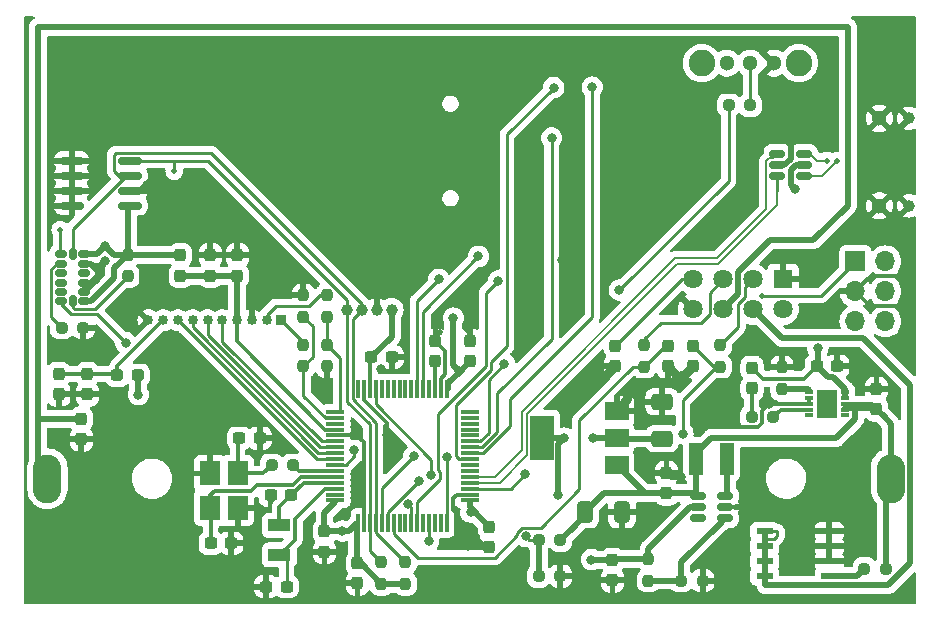
<source format=gbr>
%TF.GenerationSoftware,KiCad,Pcbnew,7.0.8*%
%TF.CreationDate,2023-11-09T11:59:46+01:00*%
%TF.ProjectId,Suspension_telemetry,53757370-656e-4736-996f-6e5f74656c65,rev?*%
%TF.SameCoordinates,Original*%
%TF.FileFunction,Copper,L2,Bot*%
%TF.FilePolarity,Positive*%
%FSLAX46Y46*%
G04 Gerber Fmt 4.6, Leading zero omitted, Abs format (unit mm)*
G04 Created by KiCad (PCBNEW 7.0.8) date 2023-11-09 11:59:46*
%MOMM*%
%LPD*%
G01*
G04 APERTURE LIST*
G04 Aperture macros list*
%AMRoundRect*
0 Rectangle with rounded corners*
0 $1 Rounding radius*
0 $2 $3 $4 $5 $6 $7 $8 $9 X,Y pos of 4 corners*
0 Add a 4 corners polygon primitive as box body*
4,1,4,$2,$3,$4,$5,$6,$7,$8,$9,$2,$3,0*
0 Add four circle primitives for the rounded corners*
1,1,$1+$1,$2,$3*
1,1,$1+$1,$4,$5*
1,1,$1+$1,$6,$7*
1,1,$1+$1,$8,$9*
0 Add four rect primitives between the rounded corners*
20,1,$1+$1,$2,$3,$4,$5,0*
20,1,$1+$1,$4,$5,$6,$7,0*
20,1,$1+$1,$6,$7,$8,$9,0*
20,1,$1+$1,$8,$9,$2,$3,0*%
G04 Aperture macros list end*
%TA.AperFunction,ComponentPad*%
%ADD10C,1.300000*%
%TD*%
%TA.AperFunction,ComponentPad*%
%ADD11C,2.250000*%
%TD*%
%TA.AperFunction,ComponentPad*%
%ADD12R,1.700000X1.700000*%
%TD*%
%TA.AperFunction,ComponentPad*%
%ADD13O,1.700000X1.700000*%
%TD*%
%TA.AperFunction,ComponentPad*%
%ADD14C,1.000000*%
%TD*%
%TA.AperFunction,ComponentPad*%
%ADD15O,2.400000X4.140000*%
%TD*%
%TA.AperFunction,ComponentPad*%
%ADD16R,0.850000X0.850000*%
%TD*%
%TA.AperFunction,ComponentPad*%
%ADD17C,0.850000*%
%TD*%
%TA.AperFunction,ComponentPad*%
%ADD18R,1.635000X1.635000*%
%TD*%
%TA.AperFunction,ComponentPad*%
%ADD19C,1.635000*%
%TD*%
%TA.AperFunction,SMDPad,CuDef*%
%ADD20RoundRect,0.237500X-0.237500X0.250000X-0.237500X-0.250000X0.237500X-0.250000X0.237500X0.250000X0*%
%TD*%
%TA.AperFunction,SMDPad,CuDef*%
%ADD21RoundRect,0.250000X-0.412500X-0.650000X0.412500X-0.650000X0.412500X0.650000X-0.412500X0.650000X0*%
%TD*%
%TA.AperFunction,SMDPad,CuDef*%
%ADD22RoundRect,0.237500X-0.237500X0.287500X-0.237500X-0.287500X0.237500X-0.287500X0.237500X0.287500X0*%
%TD*%
%TA.AperFunction,SMDPad,CuDef*%
%ADD23RoundRect,0.237500X0.250000X0.237500X-0.250000X0.237500X-0.250000X-0.237500X0.250000X-0.237500X0*%
%TD*%
%TA.AperFunction,SMDPad,CuDef*%
%ADD24RoundRect,0.237500X0.237500X-0.250000X0.237500X0.250000X-0.237500X0.250000X-0.237500X-0.250000X0*%
%TD*%
%TA.AperFunction,SMDPad,CuDef*%
%ADD25R,0.800000X0.300000*%
%TD*%
%TA.AperFunction,SMDPad,CuDef*%
%ADD26R,1.750000X2.450000*%
%TD*%
%TA.AperFunction,SMDPad,CuDef*%
%ADD27R,2.000000X1.500000*%
%TD*%
%TA.AperFunction,SMDPad,CuDef*%
%ADD28R,2.000000X3.800000*%
%TD*%
%TA.AperFunction,SMDPad,CuDef*%
%ADD29RoundRect,0.150000X0.512500X0.150000X-0.512500X0.150000X-0.512500X-0.150000X0.512500X-0.150000X0*%
%TD*%
%TA.AperFunction,SMDPad,CuDef*%
%ADD30R,1.800000X2.100000*%
%TD*%
%TA.AperFunction,SMDPad,CuDef*%
%ADD31RoundRect,0.237500X-0.300000X-0.237500X0.300000X-0.237500X0.300000X0.237500X-0.300000X0.237500X0*%
%TD*%
%TA.AperFunction,SMDPad,CuDef*%
%ADD32R,1.205000X2.700000*%
%TD*%
%TA.AperFunction,SMDPad,CuDef*%
%ADD33RoundRect,0.237500X-0.237500X0.300000X-0.237500X-0.300000X0.237500X-0.300000X0.237500X0.300000X0*%
%TD*%
%TA.AperFunction,SMDPad,CuDef*%
%ADD34RoundRect,0.250000X0.650000X-0.412500X0.650000X0.412500X-0.650000X0.412500X-0.650000X-0.412500X0*%
%TD*%
%TA.AperFunction,SMDPad,CuDef*%
%ADD35RoundRect,0.150000X-0.825000X-0.150000X0.825000X-0.150000X0.825000X0.150000X-0.825000X0.150000X0*%
%TD*%
%TA.AperFunction,SMDPad,CuDef*%
%ADD36RoundRect,0.237500X0.237500X-0.300000X0.237500X0.300000X-0.237500X0.300000X-0.237500X-0.300000X0*%
%TD*%
%TA.AperFunction,SMDPad,CuDef*%
%ADD37RoundRect,0.237500X0.237500X-0.287500X0.237500X0.287500X-0.237500X0.287500X-0.237500X-0.287500X0*%
%TD*%
%TA.AperFunction,SMDPad,CuDef*%
%ADD38R,1.900000X1.100000*%
%TD*%
%TA.AperFunction,SMDPad,CuDef*%
%ADD39RoundRect,0.237500X0.300000X0.237500X-0.300000X0.237500X-0.300000X-0.237500X0.300000X-0.237500X0*%
%TD*%
%TA.AperFunction,SMDPad,CuDef*%
%ADD40RoundRect,0.237500X0.287500X0.237500X-0.287500X0.237500X-0.287500X-0.237500X0.287500X-0.237500X0*%
%TD*%
%TA.AperFunction,SMDPad,CuDef*%
%ADD41RoundRect,0.075000X-0.700000X-0.075000X0.700000X-0.075000X0.700000X0.075000X-0.700000X0.075000X0*%
%TD*%
%TA.AperFunction,SMDPad,CuDef*%
%ADD42RoundRect,0.075000X-0.075000X-0.700000X0.075000X-0.700000X0.075000X0.700000X-0.075000X0.700000X0*%
%TD*%
%TA.AperFunction,SMDPad,CuDef*%
%ADD43RoundRect,0.150000X0.325000X0.150000X-0.325000X0.150000X-0.325000X-0.150000X0.325000X-0.150000X0*%
%TD*%
%TA.AperFunction,SMDPad,CuDef*%
%ADD44RoundRect,0.150000X0.150000X0.325000X-0.150000X0.325000X-0.150000X-0.325000X0.150000X-0.325000X0*%
%TD*%
%TA.AperFunction,SMDPad,CuDef*%
%ADD45RoundRect,0.237500X-0.250000X-0.237500X0.250000X-0.237500X0.250000X0.237500X-0.250000X0.237500X0*%
%TD*%
%TA.AperFunction,SMDPad,CuDef*%
%ADD46R,1.460500X0.558800*%
%TD*%
%TA.AperFunction,SMDPad,CuDef*%
%ADD47RoundRect,0.150000X-0.512500X-0.150000X0.512500X-0.150000X0.512500X0.150000X-0.512500X0.150000X0*%
%TD*%
%TA.AperFunction,ViaPad*%
%ADD48C,0.800000*%
%TD*%
%TA.AperFunction,ViaPad*%
%ADD49C,0.500000*%
%TD*%
%TA.AperFunction,Conductor*%
%ADD50C,0.500000*%
%TD*%
%TA.AperFunction,Conductor*%
%ADD51C,0.250000*%
%TD*%
%TA.AperFunction,Conductor*%
%ADD52C,0.750000*%
%TD*%
%TA.AperFunction,Conductor*%
%ADD53C,0.300000*%
%TD*%
%TA.AperFunction,Conductor*%
%ADD54C,0.200000*%
%TD*%
G04 APERTURE END LIST*
D10*
%TO.P,S1,1,1*%
%TO.N,GND*%
X133572000Y-74676000D03*
%TO.P,S1,2,2*%
%TO.N,Net-(R9-Pad1)*%
X131572000Y-74676000D03*
%TO.P,S1,3,3*%
%TO.N,+3.3V*%
X129572000Y-74676000D03*
D11*
%TO.P,S1,4*%
%TO.N,N/C*%
X135672000Y-74676000D03*
%TO.P,S1,5*%
X127472000Y-74676000D03*
%TD*%
D12*
%TO.P,J7,1,Pin_1*%
%TO.N,NRST*%
X140468400Y-91455000D03*
D13*
%TO.P,J7,2,Pin_2*%
%TO.N,+3.3V*%
X143008400Y-91455000D03*
%TO.P,J7,3,Pin_3*%
%TO.N,GND*%
X140468400Y-93995000D03*
%TO.P,J7,4,Pin_4*%
%TO.N,SWO*%
X143008400Y-93995000D03*
%TO.P,J7,5,Pin_5*%
%TO.N,SWDIO*%
X140468400Y-96535000D03*
%TO.P,J7,6,Pin_6*%
%TO.N,SWDCLK*%
X143008400Y-96535000D03*
%TD*%
D10*
%TO.P,J1,S1,SHIELD*%
%TO.N,GND*%
X142494000Y-86758000D03*
%TO.P,J1,S2,SHIELD*%
X142494000Y-79358000D03*
D14*
%TO.P,J1,S3,SHIELD*%
X144994000Y-86758000D03*
%TO.P,J1,S4,SHIELD*%
X144994000Y-79358000D03*
%TD*%
D15*
%TO.P,BT2,+*%
%TO.N,/Power_Stabilizer_3_3V/V_in_P*%
X143460400Y-109855000D03*
%TO.P,BT2,-*%
%TO.N,PWR_SWITCH_OUT*%
X72060400Y-109855000D03*
%TD*%
D16*
%TO.P,J4,1,1*%
%TO.N,PRESSURE_FRONT_OUT*%
X91862200Y-96442000D03*
D17*
%TO.P,J4,2,2*%
%TO.N,PRESSURE_REAR_OUT*%
X90612200Y-96442000D03*
%TO.P,J4,3,3*%
%TO.N,GND*%
X89362200Y-96442000D03*
%TO.P,J4,4,4*%
%TO.N,+3.3VA*%
X88112200Y-96442000D03*
%TO.P,J4,5,5*%
%TO.N,TRAVEL_SENOR_REAR*%
X86862200Y-96442000D03*
%TO.P,J4,6,6*%
%TO.N,TRAVEL_SENSOR_FRONT*%
X85612200Y-96442000D03*
%TO.P,J4,7,7*%
%TO.N,BRAKE_SENSOR_LEFT*%
X84362200Y-96442000D03*
%TO.P,J4,8,8*%
%TO.N,BRAKE_SENSOR_RIGHT*%
X83112200Y-96442000D03*
%TO.P,J4,9,9*%
%TO.N,+5VA*%
X81862200Y-96442000D03*
%TO.P,J4,10,10*%
%TO.N,GND*%
X80612200Y-96442000D03*
%TD*%
D14*
%TO.P,J2,1,1*%
%TO.N,I2C1_SDA*%
X97450400Y-95562000D03*
%TO.P,J2,2,2*%
%TO.N,I2C1_SCL*%
X98700400Y-95562000D03*
%TO.P,J2,3,3*%
%TO.N,GND*%
X99950400Y-95562000D03*
%TO.P,J2,4,4*%
%TO.N,+3.3V*%
X101200400Y-95562000D03*
%TD*%
D18*
%TO.P,J5,1,1*%
%TO.N,GND*%
X134366000Y-92964000D03*
D19*
%TO.P,J5,2,2*%
%TO.N,+3.3V*%
X134366000Y-95504000D03*
%TO.P,J5,3,3*%
%TO.N,LB_PRE_DEB*%
X131826000Y-92964000D03*
%TO.P,J5,4,4*%
%TO.N,PWR_SWITCH_IN*%
X131826000Y-95504000D03*
%TO.P,J5,5,5*%
%TO.N,RB_PRE_DEB*%
X129286000Y-92964000D03*
%TO.P,J5,6,6*%
%TO.N,PWR_SWITCH_OUT*%
X129286000Y-95504000D03*
%TO.P,J5,7,7*%
%TO.N,NRST*%
X126746000Y-92964000D03*
%TO.P,J5,8,8*%
%TO.N,GND*%
X126746000Y-95504000D03*
%TD*%
D20*
%TO.P,R22,1*%
%TO.N,PRESSURE_REAR_OUT*%
X95758000Y-94337500D03*
%TO.P,R22,2*%
%TO.N,PRESSURE_SENSOR_REAR*%
X95758000Y-96162500D03*
%TD*%
D21*
%TO.P,C9,1*%
%TO.N,/Power_Stabilizer_3_3V/V_in_P*%
X117574900Y-112674400D03*
%TO.P,C9,2*%
%TO.N,GND*%
X120699900Y-112674400D03*
%TD*%
D22*
%TO.P,L2,1*%
%TO.N,+3.3V*%
X83312000Y-90946000D03*
%TO.P,L2,2*%
%TO.N,+3.3VA*%
X83312000Y-92696000D03*
%TD*%
D23*
%TO.P,R7,1*%
%TO.N,GND*%
X115477900Y-118110000D03*
%TO.P,R7,2*%
%TO.N,BATTERY_LEVEL*%
X113652900Y-118110000D03*
%TD*%
D24*
%TO.P,R27,1*%
%TO.N,RIGHT_BUTTON*%
X122555000Y-100380000D03*
%TO.P,R27,2*%
%TO.N,RB_PRE_DEB*%
X122555000Y-98555000D03*
%TD*%
%TO.P,R24,1*%
%TO.N,PRESSURE_SENSOR_FRONT*%
X93726000Y-96162500D03*
%TO.P,R24,2*%
%TO.N,GND*%
X93726000Y-94337500D03*
%TD*%
D23*
%TO.P,R10,1*%
%TO.N,GND*%
X75097900Y-97074200D03*
%TO.P,R10,2*%
%TO.N,Net-(U4-SDO{slash}ADDR)*%
X73272900Y-97074200D03*
%TD*%
D25*
%TO.P,IC1,1,VDD_1*%
%TO.N,5V_USB*%
X139560400Y-102505000D03*
%TO.P,IC1,2,VDD_2*%
X139560400Y-103005000D03*
%TO.P,IC1,3,VBAT_1*%
%TO.N,/Power_Stabilizer_3_3V/V_in_P*%
X139560400Y-103505000D03*
%TO.P,IC1,4,VBAT_2*%
X139560400Y-104005000D03*
%TO.P,IC1,5,NC_1*%
%TO.N,unconnected-(IC1-NC_1-Pad5)*%
X139560400Y-104505000D03*
%TO.P,IC1,6,NC_2*%
%TO.N,unconnected-(IC1-NC_2-Pad6)*%
X136560400Y-104505000D03*
%TO.P,IC1,7,STAT*%
%TO.N,Net-(IC1-STAT)*%
X136560400Y-104005000D03*
%TO.P,IC1,8,VSS_1*%
%TO.N,GND*%
X136560400Y-103505000D03*
%TO.P,IC1,9,VSS_2*%
X136560400Y-103005000D03*
%TO.P,IC1,10,PROG*%
%TO.N,Net-(IC1-PROG)*%
X136560400Y-102505000D03*
D26*
%TO.P,IC1,11,EP*%
%TO.N,unconnected-(IC1-EP-Pad11)*%
X138060400Y-103505000D03*
%TD*%
D24*
%TO.P,R1,1*%
%TO.N,Net-(IC1-PROG)*%
X134250400Y-102258500D03*
%TO.P,R1,2*%
%TO.N,GND*%
X134250400Y-100433500D03*
%TD*%
D27*
%TO.P,U3,1,GND*%
%TO.N,GND*%
X120255400Y-104126000D03*
%TO.P,U3,2,VO*%
%TO.N,+3.3V*%
X120255400Y-106426000D03*
D28*
X113955400Y-106426000D03*
D27*
%TO.P,U3,3,VI*%
%TO.N,/Power_Stabilizer_3_3V/V_in_P*%
X120255400Y-108726000D03*
%TD*%
D29*
%TO.P,U2,1,SW*%
%TO.N,Net-(U2-SW)*%
X129418900Y-111318000D03*
%TO.P,U2,2,GND*%
%TO.N,GND*%
X129418900Y-112268000D03*
%TO.P,U2,3,FB*%
%TO.N,Net-(U2-FB)*%
X129418900Y-113218000D03*
%TO.P,U2,4,EN*%
%TO.N,unconnected-(U2-EN-Pad4)*%
X127143900Y-113218000D03*
%TO.P,U2,5,VOUT*%
%TO.N,+5V*%
X127143900Y-112268000D03*
%TO.P,U2,6,VI*%
%TO.N,/Power_Stabilizer_3_3V/V_in_P*%
X127143900Y-111318000D03*
%TD*%
D30*
%TO.P,Y1,1,1*%
%TO.N,HSE_IN*%
X85856400Y-112321000D03*
%TO.P,Y1,2,2*%
%TO.N,GND*%
X85856400Y-109421000D03*
%TO.P,Y1,3,3*%
%TO.N,Net-(C19-Pad1)*%
X88156400Y-109421000D03*
%TO.P,Y1,4,4*%
%TO.N,GND*%
X88156400Y-112321000D03*
%TD*%
D31*
%TO.P,C14,1*%
%TO.N,+3.3V*%
X99478900Y-99568000D03*
%TO.P,C14,2*%
%TO.N,GND*%
X101203900Y-99568000D03*
%TD*%
D32*
%TO.P,L1,1,1*%
%TO.N,/Power_Stabilizer_3_3V/V_in_P*%
X126978900Y-108204000D03*
%TO.P,L1,2,2*%
%TO.N,Net-(U2-SW)*%
X129583900Y-108204000D03*
%TD*%
D33*
%TO.P,C12,1*%
%TO.N,+3.3V*%
X109485400Y-113945500D03*
%TO.P,C12,2*%
%TO.N,GND*%
X109485400Y-115670500D03*
%TD*%
D34*
%TO.P,C8,1*%
%TO.N,+3.3V*%
X124090400Y-106464500D03*
%TO.P,C8,2*%
%TO.N,GND*%
X124090400Y-103339500D03*
%TD*%
D35*
%TO.P,U6,1,A0*%
%TO.N,GND*%
X74106000Y-86741000D03*
%TO.P,U6,2,A1*%
X74106000Y-85471000D03*
%TO.P,U6,3,A2*%
X74106000Y-84201000D03*
%TO.P,U6,4,GND*%
X74106000Y-82931000D03*
%TO.P,U6,5,SDA*%
%TO.N,I2C1_SDA*%
X79056000Y-82931000D03*
%TO.P,U6,6,SCL*%
%TO.N,I2C1_SCL*%
X79056000Y-84201000D03*
%TO.P,U6,7,WP*%
%TO.N,GND*%
X79056000Y-85471000D03*
%TO.P,U6,8,VCC*%
%TO.N,+3.3V*%
X79056000Y-86741000D03*
%TD*%
D20*
%TO.P,R2,1*%
%TO.N,+5V*%
X122947400Y-116658500D03*
%TO.P,R2,2*%
%TO.N,Net-(U2-FB)*%
X122947400Y-118483500D03*
%TD*%
D31*
%TO.P,C1,1*%
%TO.N,5V_USB*%
X137197900Y-100330000D03*
%TO.P,C1,2*%
%TO.N,GND*%
X138922900Y-100330000D03*
%TD*%
D36*
%TO.P,C18,1*%
%TO.N,+3.3VA*%
X88138000Y-92683500D03*
%TO.P,C18,2*%
%TO.N,GND*%
X88138000Y-90958500D03*
%TD*%
D37*
%TO.P,D2,1,K*%
%TO.N,Net-(D2-K)*%
X131710400Y-102221000D03*
%TO.P,D2,2,A*%
%TO.N,5V_USB*%
X131710400Y-100471000D03*
%TD*%
D38*
%TO.P,Y2,1,1*%
%TO.N,RCC_32_IN*%
X91705400Y-116312000D03*
%TO.P,Y2,2,2*%
%TO.N,RCC_32_OUT*%
X91705400Y-113812000D03*
%TD*%
D39*
%TO.P,C24,1*%
%TO.N,RCC_32_OUT*%
X92694900Y-111252000D03*
%TO.P,C24,2*%
%TO.N,GND*%
X90969900Y-111252000D03*
%TD*%
D36*
%TO.P,C6,1*%
%TO.N,/Power_Stabilizer_3_3V/V_in_P*%
X142251400Y-103986500D03*
%TO.P,C6,2*%
%TO.N,GND*%
X142251400Y-102261500D03*
%TD*%
D33*
%TO.P,C2,1*%
%TO.N,GND*%
X124471400Y-109373500D03*
%TO.P,C2,2*%
%TO.N,/Power_Stabilizer_3_3V/V_in_P*%
X124471400Y-111098500D03*
%TD*%
D23*
%TO.P,R4,1*%
%TO.N,Net-(IC1-STAT)*%
X133511900Y-104648000D03*
%TO.P,R4,2*%
%TO.N,Net-(D2-K)*%
X131686900Y-104648000D03*
%TD*%
D40*
%TO.P,L3,1*%
%TO.N,+5V*%
X79728000Y-101092000D03*
%TO.P,L3,2*%
%TO.N,+5VA*%
X77978000Y-101092000D03*
%TD*%
D33*
%TO.P,C13,1*%
%TO.N,+3.3V*%
X98309400Y-116993500D03*
%TO.P,C13,2*%
%TO.N,GND*%
X98309400Y-118718500D03*
%TD*%
D20*
%TO.P,R25,1*%
%TO.N,PRESSURE_FRONT_OUT*%
X93726000Y-98505000D03*
%TO.P,R25,2*%
%TO.N,PRESSURE_SENSOR_FRONT*%
X93726000Y-100330000D03*
%TD*%
D41*
%TO.P,U1,1,VBAT*%
%TO.N,+3.3V*%
X96444400Y-111700000D03*
%TO.P,U1,2,PC13*%
%TO.N,unconnected-(U1-PC13-Pad2)*%
X96444400Y-111200000D03*
%TO.P,U1,3,PC14*%
%TO.N,RCC_32_IN*%
X96444400Y-110700000D03*
%TO.P,U1,4,PC15*%
%TO.N,RCC_32_OUT*%
X96444400Y-110200000D03*
%TO.P,U1,5,PH0*%
%TO.N,HSE_IN*%
X96444400Y-109700000D03*
%TO.P,U1,6,PH1*%
%TO.N,HSE_OUT*%
X96444400Y-109200000D03*
%TO.P,U1,7,NRST*%
%TO.N,NRST*%
X96444400Y-108700000D03*
%TO.P,U1,8,PC0*%
%TO.N,BRAKE_SENSOR_RIGHT*%
X96444400Y-108200000D03*
%TO.P,U1,9,PC1*%
%TO.N,BRAKE_SENSOR_LEFT*%
X96444400Y-107700000D03*
%TO.P,U1,10,PC2*%
%TO.N,TRAVEL_SENSOR_FRONT*%
X96444400Y-107200000D03*
%TO.P,U1,11,PC3*%
%TO.N,TRAVEL_SENOR_REAR*%
X96444400Y-106700000D03*
%TO.P,U1,12,VSSA*%
%TO.N,GND*%
X96444400Y-106200000D03*
%TO.P,U1,13,VDDA*%
%TO.N,+3.3VA*%
X96444400Y-105700000D03*
%TO.P,U1,14,PA0*%
%TO.N,unconnected-(U1-PA0-Pad14)*%
X96444400Y-105200000D03*
%TO.P,U1,15,PA1*%
%TO.N,PRESSURE_SENSOR_FRONT*%
X96444400Y-104700000D03*
%TO.P,U1,16,PA2*%
%TO.N,PRESSURE_SENSOR_REAR*%
X96444400Y-104200000D03*
D42*
%TO.P,U1,17,PA3*%
%TO.N,unconnected-(U1-PA3-Pad17)*%
X98369400Y-102275000D03*
%TO.P,U1,18,VSS*%
%TO.N,GND*%
X98869400Y-102275000D03*
%TO.P,U1,19,VDD*%
%TO.N,+3.3V*%
X99369400Y-102275000D03*
%TO.P,U1,20,PA4*%
%TO.N,BATTERY_LEVEL*%
X99869400Y-102275000D03*
%TO.P,U1,21,PA5*%
%TO.N,unconnected-(U1-PA5-Pad21)*%
X100369400Y-102275000D03*
%TO.P,U1,22,PA6*%
%TO.N,unconnected-(U1-PA6-Pad22)*%
X100869400Y-102275000D03*
%TO.P,U1,23,PA7*%
%TO.N,unconnected-(U1-PA7-Pad23)*%
X101369400Y-102275000D03*
%TO.P,U1,24,PC4*%
%TO.N,unconnected-(U1-PC4-Pad24)*%
X101869400Y-102275000D03*
%TO.P,U1,25,PC5*%
%TO.N,unconnected-(U1-PC5-Pad25)*%
X102369400Y-102275000D03*
%TO.P,U1,26,PB0*%
%TO.N,unconnected-(U1-PB0-Pad26)*%
X102869400Y-102275000D03*
%TO.P,U1,27,PB1*%
%TO.N,SDIO_D2*%
X103369400Y-102275000D03*
%TO.P,U1,28,PB2*%
%TO.N,SDIO_CK*%
X103869400Y-102275000D03*
%TO.P,U1,29,PB10*%
%TO.N,unconnected-(U1-PB10-Pad29)*%
X104369400Y-102275000D03*
%TO.P,U1,30,VCAP_1*%
%TO.N,Net-(U1-VCAP_1)*%
X104869400Y-102275000D03*
%TO.P,U1,31,VSS*%
%TO.N,GND*%
X105369400Y-102275000D03*
%TO.P,U1,32,VDD*%
%TO.N,+3.3V*%
X105869400Y-102275000D03*
D41*
%TO.P,U1,33,PB12*%
%TO.N,unconnected-(U1-PB12-Pad33)*%
X107794400Y-104200000D03*
%TO.P,U1,34,PB13*%
%TO.N,unconnected-(U1-PB13-Pad34)*%
X107794400Y-104700000D03*
%TO.P,U1,35,PB14*%
%TO.N,unconnected-(U1-PB14-Pad35)*%
X107794400Y-105200000D03*
%TO.P,U1,36,PB15*%
%TO.N,unconnected-(U1-PB15-Pad36)*%
X107794400Y-105700000D03*
%TO.P,U1,37,PC6*%
%TO.N,unconnected-(U1-PC6-Pad37)*%
X107794400Y-106200000D03*
%TO.P,U1,38,PC7*%
%TO.N,ACCELEROMETER_INT0*%
X107794400Y-106700000D03*
%TO.P,U1,39,PC8*%
%TO.N,SDIO_D0*%
X107794400Y-107200000D03*
%TO.P,U1,40,PC9*%
%TO.N,SDIO_D1*%
X107794400Y-107700000D03*
%TO.P,U1,41,PA8*%
%TO.N,SD_detection*%
X107794400Y-108200000D03*
%TO.P,U1,42,PA9*%
%TO.N,unconnected-(U1-PA9-Pad42)*%
X107794400Y-108700000D03*
%TO.P,U1,43,PA10*%
%TO.N,unconnected-(U1-PA10-Pad43)*%
X107794400Y-109200000D03*
%TO.P,U1,44,PA11*%
%TO.N,USB_OTG_FS_D-*%
X107794400Y-109700000D03*
%TO.P,U1,45,PA12*%
%TO.N,USB_OTG_FS_D+*%
X107794400Y-110200000D03*
%TO.P,U1,46,PA13*%
%TO.N,SWDIO*%
X107794400Y-110700000D03*
%TO.P,U1,47,VSS*%
%TO.N,GND*%
X107794400Y-111200000D03*
%TO.P,U1,48,VDD*%
%TO.N,+3.3V*%
X107794400Y-111700000D03*
D42*
%TO.P,U1,49,PA14*%
%TO.N,SWDCLK*%
X105869400Y-113625000D03*
%TO.P,U1,50,PA15*%
%TO.N,unconnected-(U1-PA15-Pad50)*%
X105369400Y-113625000D03*
%TO.P,U1,51,PC10*%
%TO.N,unconnected-(U1-PC10-Pad51)*%
X104869400Y-113625000D03*
%TO.P,U1,52,PC11*%
%TO.N,SDIO_D3*%
X104369400Y-113625000D03*
%TO.P,U1,53,PC12*%
%TO.N,unconnected-(U1-PC12-Pad53)*%
X103869400Y-113625000D03*
%TO.P,U1,54,PD2*%
%TO.N,SDIO_CMD*%
X103369400Y-113625000D03*
%TO.P,U1,55,PB3*%
%TO.N,SWO*%
X102869400Y-113625000D03*
%TO.P,U1,56,PB4*%
%TO.N,unconnected-(U1-PB4-Pad56)*%
X102369400Y-113625000D03*
%TO.P,U1,57,PB5*%
%TO.N,unconnected-(U1-PB5-Pad57)*%
X101869400Y-113625000D03*
%TO.P,U1,58,PB6*%
%TO.N,RIGHT_BUTTON*%
X101369400Y-113625000D03*
%TO.P,U1,59,PB7*%
%TO.N,LEFT_BUTTON*%
X100869400Y-113625000D03*
%TO.P,U1,60,BOOT0*%
%TO.N,BOOT*%
X100369400Y-113625000D03*
%TO.P,U1,61,PB8*%
%TO.N,I2C1_SCL*%
X99869400Y-113625000D03*
%TO.P,U1,62,PB9*%
%TO.N,I2C1_SDA*%
X99369400Y-113625000D03*
%TO.P,U1,63,VSS*%
%TO.N,GND*%
X98869400Y-113625000D03*
%TO.P,U1,64,VDD*%
%TO.N,+3.3V*%
X98369400Y-113625000D03*
%TD*%
D24*
%TO.P,R29,1*%
%TO.N,LEFT_BUTTON*%
X129032000Y-100380000D03*
%TO.P,R29,2*%
%TO.N,LB_PRE_DEB*%
X129032000Y-98555000D03*
%TD*%
D36*
%TO.P,C15,1*%
%TO.N,+3.3V*%
X107823000Y-99922500D03*
%TO.P,C15,2*%
%TO.N,GND*%
X107823000Y-98197500D03*
%TD*%
D23*
%TO.P,R3,1*%
%TO.N,GND*%
X127531500Y-118491000D03*
%TO.P,R3,2*%
%TO.N,Net-(U2-FB)*%
X125706500Y-118491000D03*
%TD*%
D20*
%TO.P,R19,1*%
%TO.N,+3.3V*%
X78867000Y-90908500D03*
%TO.P,R19,2*%
%TO.N,Net-(U4-~{CS})*%
X78867000Y-92733500D03*
%TD*%
D33*
%TO.P,C5,1*%
%TO.N,NRST*%
X120142000Y-98605000D03*
%TO.P,C5,2*%
%TO.N,GND*%
X120142000Y-100330000D03*
%TD*%
D43*
%TO.P,U4,1,Vdd_I/O*%
%TO.N,+3.3V*%
X75195400Y-90856000D03*
%TO.P,U4,2,GND*%
%TO.N,GND*%
X75195400Y-91656000D03*
%TO.P,U4,3,RES*%
%TO.N,unconnected-(U4-RES-Pad3)*%
X75195400Y-92456000D03*
%TO.P,U4,4,GND*%
%TO.N,GND*%
X75195400Y-93256000D03*
%TO.P,U4,5,GND*%
X75195400Y-94056000D03*
%TO.P,U4,6,Vs*%
%TO.N,+3.3V*%
X75195400Y-94856000D03*
D44*
%TO.P,U4,7,~{CS}*%
%TO.N,Net-(U4-~{CS})*%
X74195400Y-94856000D03*
D43*
%TO.P,U4,8,INT1*%
%TO.N,ACCELEROMETER_INT0*%
X73195400Y-94856000D03*
%TO.P,U4,9,INT2*%
%TO.N,unconnected-(U4-INT2-Pad9)*%
X73195400Y-94056000D03*
%TO.P,U4,10,NC*%
%TO.N,unconnected-(U4-NC-Pad10)*%
X73195400Y-93256000D03*
%TO.P,U4,11,RES*%
%TO.N,unconnected-(U4-RES-Pad11)*%
X73195400Y-92456000D03*
%TO.P,U4,12,SDO/ADDR*%
%TO.N,Net-(U4-SDO{slash}ADDR)*%
X73195400Y-91656000D03*
%TO.P,U4,13,SDA/SDI/SDIO*%
%TO.N,I2C1_SDA*%
X73195400Y-90856000D03*
D44*
%TO.P,U4,14,SCL/SCLK*%
%TO.N,I2C1_SCL*%
X74195400Y-90856000D03*
%TD*%
D31*
%TO.P,C19,1*%
%TO.N,Net-(C19-Pad1)*%
X88302900Y-106426000D03*
%TO.P,C19,2*%
%TO.N,GND*%
X90027900Y-106426000D03*
%TD*%
D20*
%TO.P,R12,1*%
%TO.N,I2C1_SDA*%
X100341400Y-116943500D03*
%TO.P,R12,2*%
%TO.N,+3.3V*%
X100341400Y-118768500D03*
%TD*%
D33*
%TO.P,C4,1*%
%TO.N,RIGHT_BUTTON*%
X124587000Y-98605000D03*
%TO.P,C4,2*%
%TO.N,GND*%
X124587000Y-100330000D03*
%TD*%
D36*
%TO.P,C3,1*%
%TO.N,GND*%
X119899400Y-118464500D03*
%TO.P,C3,2*%
%TO.N,+5V*%
X119899400Y-116739500D03*
%TD*%
D33*
%TO.P,C26,1*%
%TO.N,+5VA*%
X75438000Y-100991500D03*
%TO.P,C26,2*%
%TO.N,GND*%
X75438000Y-102716500D03*
%TD*%
%TO.P,C10,1*%
%TO.N,PWR_SWITCH_OUT*%
X74930000Y-104801500D03*
%TO.P,C10,2*%
%TO.N,GND*%
X74930000Y-106526500D03*
%TD*%
D23*
%TO.P,R8,1*%
%TO.N,HSE_OUT*%
X92871900Y-108712000D03*
%TO.P,R8,2*%
%TO.N,Net-(C19-Pad1)*%
X91046900Y-108712000D03*
%TD*%
D33*
%TO.P,C7,1*%
%TO.N,LEFT_BUTTON*%
X126746000Y-98605000D03*
%TO.P,C7,2*%
%TO.N,GND*%
X126746000Y-100330000D03*
%TD*%
D36*
%TO.P,C17,1*%
%TO.N,+3.3VA*%
X85852000Y-92683500D03*
%TO.P,C17,2*%
%TO.N,GND*%
X85852000Y-90958500D03*
%TD*%
D20*
%TO.P,R11,1*%
%TO.N,I2C1_SCL*%
X102373400Y-116943500D03*
%TO.P,R11,2*%
%TO.N,+3.3V*%
X102373400Y-118768500D03*
%TD*%
D39*
%TO.P,C23,1*%
%TO.N,RCC_32_IN*%
X92313900Y-118999000D03*
%TO.P,C23,2*%
%TO.N,GND*%
X90588900Y-118999000D03*
%TD*%
D23*
%TO.P,R5,1*%
%TO.N,/Power_Stabilizer_3_3V/V_in_P*%
X143060400Y-117475000D03*
%TO.P,R5,2*%
%TO.N,Net-(Q1-Pad4)*%
X141235400Y-117475000D03*
%TD*%
D45*
%TO.P,R6,1*%
%TO.N,BATTERY_LEVEL*%
X113652900Y-115062000D03*
%TO.P,R6,2*%
%TO.N,/Power_Stabilizer_3_3V/V_in_P*%
X115477900Y-115062000D03*
%TD*%
D33*
%TO.P,C27,1*%
%TO.N,+5VA*%
X73025000Y-100991500D03*
%TO.P,C27,2*%
%TO.N,GND*%
X73025000Y-102716500D03*
%TD*%
%TO.P,C16,1*%
%TO.N,+3.3V*%
X95515400Y-114326500D03*
%TO.P,C16,2*%
%TO.N,GND*%
X95515400Y-116051500D03*
%TD*%
D20*
%TO.P,R21,1*%
%TO.N,PRESSURE_SENSOR_REAR*%
X95758000Y-98505000D03*
%TO.P,R21,2*%
%TO.N,GND*%
X95758000Y-100330000D03*
%TD*%
D46*
%TO.P,Q1,1,1*%
%TO.N,GND*%
X138244550Y-114300000D03*
%TO.P,Q1,2,2*%
X138244550Y-115570000D03*
%TO.P,Q1,3,3*%
X138244550Y-116840000D03*
%TO.P,Q1,4,4*%
%TO.N,Net-(Q1-Pad4)*%
X138244550Y-118110000D03*
%TO.P,Q1,5,5*%
%TO.N,PWR_SWITCH_IN*%
X132796250Y-118110000D03*
%TO.P,Q1,6,6*%
X132796250Y-116840000D03*
%TO.P,Q1,7,7*%
X132796250Y-115570000D03*
%TO.P,Q1,8,8*%
X132796250Y-114300000D03*
%TD*%
D23*
%TO.P,R9,1*%
%TO.N,Net-(R9-Pad1)*%
X131559500Y-78232000D03*
%TO.P,R9,2*%
%TO.N,BOOT*%
X129734500Y-78232000D03*
%TD*%
D47*
%TO.P,U5,1,I/O1*%
%TO.N,USB_OTG_FS_D+*%
X133863500Y-84262000D03*
%TO.P,U5,2,GND*%
%TO.N,GND*%
X133863500Y-83312000D03*
%TO.P,U5,3,I/O2*%
%TO.N,USB_OTG_FS_D-*%
X133863500Y-82362000D03*
%TO.P,U5,4,I/O2*%
%TO.N,DATAN*%
X136138500Y-82362000D03*
%TO.P,U5,5,VBUS*%
%TO.N,5V_USB*%
X136138500Y-83312000D03*
%TO.P,U5,6,I/O1*%
%TO.N,DATAP*%
X136138500Y-84262000D03*
%TD*%
D36*
%TO.P,C22,1*%
%TO.N,Net-(U1-VCAP_1)*%
X104913400Y-99922500D03*
%TO.P,C22,2*%
%TO.N,GND*%
X104913400Y-98197500D03*
%TD*%
D31*
%TO.P,C20,1*%
%TO.N,HSE_IN*%
X85889900Y-115316000D03*
%TO.P,C20,2*%
%TO.N,GND*%
X87614900Y-115316000D03*
%TD*%
D48*
%TO.N,GND*%
X115204800Y-73756000D03*
X142698700Y-81963900D03*
X115655000Y-91333600D03*
X89408000Y-94488000D03*
X86868000Y-94488000D03*
X100838000Y-106172000D03*
X107696000Y-117602000D03*
X107696000Y-115570000D03*
X141732000Y-105918000D03*
X133186548Y-103505000D03*
X104817200Y-90785000D03*
X104817200Y-75554600D03*
X141732000Y-100330000D03*
X124206000Y-112776000D03*
X76962000Y-91440000D03*
X121158000Y-102362000D03*
X98298000Y-106172000D03*
X76962000Y-98298000D03*
X123444000Y-80518000D03*
X125476000Y-101854000D03*
X92710000Y-92202000D03*
X129032000Y-101854000D03*
X95758000Y-101854000D03*
X118872000Y-101346000D03*
X76962000Y-102616000D03*
X100330000Y-100584000D03*
X125730000Y-109728000D03*
X144272000Y-99060000D03*
X115265700Y-79334300D03*
X95250000Y-89662000D03*
X78486000Y-96266000D03*
%TO.N,+3.3V*%
X118237000Y-106426000D03*
X97028000Y-114300000D03*
X106910200Y-100749300D03*
X115316000Y-111252000D03*
X115824000Y-106426000D03*
X76962000Y-90170000D03*
X106426000Y-96266000D03*
X107913400Y-112705900D03*
%TO.N,+5V*%
X79756000Y-102743000D03*
X118110000Y-116713000D03*
D49*
%TO.N,NRST*%
X132588000Y-94361000D03*
D48*
X98044000Y-107455600D03*
%TO.N,SDIO_D2*%
X105181400Y-92984400D03*
%TO.N,SDIO_D3*%
X104335400Y-115177900D03*
%TO.N,SDIO_CMD*%
X110244200Y-93106300D03*
%TO.N,SDIO_CK*%
X108546200Y-91036200D03*
%TO.N,SDIO_D0*%
X114752000Y-81018200D03*
%TO.N,SDIO_D1*%
X118186400Y-76708000D03*
%TO.N,SWDCLK*%
X105888800Y-108009300D03*
%TO.N,SWO*%
X102589900Y-112014800D03*
%TO.N,BOOT*%
X103079800Y-107957300D03*
X120471200Y-93890200D03*
%TO.N,LEFT_BUTTON*%
X125863700Y-106051700D03*
X103500700Y-110031100D03*
D49*
%TO.N,I2C1_SDA*%
X82804000Y-83820000D03*
X73152000Y-88773000D03*
D48*
%TO.N,SWDIO*%
X112522000Y-109460800D03*
%TO.N,SD_detection*%
X114930000Y-76751600D03*
%TO.N,5V_USB*%
X137287000Y-98806000D03*
X135382000Y-85344000D03*
D49*
%TO.N,DATAP*%
X138938000Y-82958500D03*
%TO.N,DATAN*%
X138049520Y-82920689D03*
D48*
%TO.N,BATTERY_LEVEL*%
X112547900Y-114751800D03*
X104566700Y-109587400D03*
%TO.N,ACCELEROMETER_INT0*%
X110744200Y-100115400D03*
X78672900Y-98330400D03*
%TD*%
D50*
%TO.N,/Power_Stabilizer_3_3V/V_in_P*%
X130372796Y-106404000D02*
X130394796Y-106426000D01*
D51*
X126979000Y-111153100D02*
X126979000Y-111153000D01*
D50*
X140462000Y-104790000D02*
X140462000Y-103905000D01*
X142855500Y-104591000D02*
X142251000Y-103986000D01*
X142170000Y-103905000D02*
X141870000Y-103605000D01*
D51*
X143260000Y-110055000D02*
X143260400Y-110055000D01*
X120255400Y-108726000D02*
X120255200Y-108726200D01*
D50*
X117575000Y-112819500D02*
X117575000Y-112965000D01*
X143460000Y-105196000D02*
X142855500Y-104591000D01*
D51*
X143060400Y-113865400D02*
X143060400Y-117475000D01*
D50*
X143060000Y-113865000D02*
X143060000Y-110255000D01*
D51*
X117575000Y-112819500D02*
X117574900Y-112819400D01*
D50*
X143060000Y-117475000D02*
X143060000Y-113865000D01*
D51*
X124471400Y-111098500D02*
X124471400Y-111098000D01*
X142855500Y-104591000D02*
X142251400Y-103986900D01*
X126978900Y-107696000D02*
X126979000Y-107696000D01*
D50*
X138826000Y-106426000D02*
X140462000Y-104790000D01*
D51*
X116526400Y-114013500D02*
X115477900Y-115062000D01*
D50*
X139560400Y-103905000D02*
X139560000Y-103905000D01*
D51*
X117574900Y-112819400D02*
X117574900Y-112674400D01*
D50*
X126924000Y-111098000D02*
X126979000Y-111153000D01*
X126979000Y-111153000D02*
X126979000Y-107696000D01*
X117575000Y-112965000D02*
X116526500Y-114013500D01*
X124471400Y-111098000D02*
X126924000Y-111098000D01*
D51*
X139660400Y-103605000D02*
X139560400Y-103505000D01*
X139560400Y-104005000D02*
X139560400Y-103905000D01*
D50*
X142251000Y-103986000D02*
X142170000Y-103905000D01*
X130394796Y-106426000D02*
X138826000Y-106426000D01*
X117575000Y-112674000D02*
X117575000Y-112819500D01*
X122628000Y-111098000D02*
X124471400Y-111098000D01*
D51*
X143060000Y-113865000D02*
X143060400Y-113865400D01*
D50*
X126979000Y-107696000D02*
X128271000Y-106404000D01*
X120255200Y-108726200D02*
X120255000Y-108726000D01*
X143460000Y-109855000D02*
X143460000Y-105196000D01*
X141870000Y-103605000D02*
X139660400Y-103605000D01*
X122628000Y-111098000D02*
X120255200Y-108726200D01*
X143060000Y-110255000D02*
X143260000Y-110055000D01*
D51*
X116526500Y-114013500D02*
X116526400Y-114013500D01*
X142251400Y-103986900D02*
X142251400Y-103986500D01*
D50*
X119151000Y-111098000D02*
X117575000Y-112674000D01*
X139660400Y-103605000D02*
X139560000Y-103605000D01*
X140462000Y-103905000D02*
X139560400Y-103905000D01*
X143260000Y-110055000D02*
X143460000Y-109855000D01*
D51*
X127143900Y-111318000D02*
X126979000Y-111153100D01*
D50*
X128271000Y-106404000D02*
X130372796Y-106404000D01*
X140462000Y-103905000D02*
X142170000Y-103905000D01*
X122628000Y-111098000D02*
X119151000Y-111098000D01*
X116526500Y-114013500D02*
X115478000Y-115062000D01*
D51*
X143260400Y-110055000D02*
X143460400Y-109855000D01*
D52*
%TO.N,GND*%
X120255400Y-104026600D02*
X120255400Y-104126000D01*
D53*
X106426000Y-112522000D02*
X106680000Y-112776000D01*
X105369400Y-102275000D02*
X105368988Y-102274588D01*
X105368988Y-101387012D02*
X105738400Y-101017600D01*
X141753400Y-92710000D02*
X144018000Y-92710000D01*
D50*
X133863500Y-83312000D02*
X134424528Y-83312000D01*
X75195400Y-94056000D02*
X76327000Y-92924400D01*
D53*
X140468400Y-93995000D02*
X141753400Y-92710000D01*
D50*
X79883000Y-85471000D02*
X80518000Y-84836000D01*
X75781000Y-93256000D02*
X76327000Y-92710000D01*
X104913400Y-98197500D02*
X104913400Y-97778600D01*
X74106000Y-86741000D02*
X74106000Y-85471000D01*
D52*
X121158000Y-102362000D02*
X121158000Y-103124000D01*
D50*
X124825900Y-109728000D02*
X124471400Y-109373500D01*
D53*
X105738400Y-99022500D02*
X104913400Y-98197500D01*
X105738400Y-101017600D02*
X105738400Y-99022500D01*
D50*
X79056000Y-85471000D02*
X79883000Y-85471000D01*
D53*
X136560400Y-103505000D02*
X133186548Y-103505000D01*
X107794400Y-111200000D02*
X106732000Y-111200000D01*
D52*
X125476000Y-101219000D02*
X124587000Y-100330000D01*
D53*
X132524400Y-104167148D02*
X132524400Y-105128852D01*
D50*
X75195400Y-91656000D02*
X75718900Y-91656000D01*
X76105450Y-92042550D02*
X76327000Y-92264100D01*
D53*
X136560400Y-103005000D02*
X136560400Y-103505000D01*
D50*
X89362200Y-95295800D02*
X89408000Y-94488000D01*
X107823000Y-98197500D02*
X107823000Y-97409000D01*
D53*
X98869400Y-103218052D02*
X98869400Y-102275000D01*
D50*
X99950400Y-94108400D02*
X99822000Y-93980000D01*
D53*
X100838000Y-106172000D02*
X100838000Y-105186652D01*
X98869400Y-106743400D02*
X98298000Y-106172000D01*
D52*
X121158000Y-102362000D02*
X121920000Y-102362000D01*
D53*
X133186548Y-103505000D02*
X132524400Y-104167148D01*
D50*
X76327000Y-92264100D02*
X76327000Y-92710000D01*
D53*
X100838000Y-105186652D02*
X98869400Y-103218052D01*
X105368988Y-102274588D02*
X105368988Y-101387012D01*
X98869400Y-113625000D02*
X98869400Y-106743400D01*
D50*
X107823000Y-97409000D02*
X107442000Y-97028000D01*
D53*
X130619000Y-105473000D02*
X130048000Y-104902000D01*
D50*
X99950400Y-95562000D02*
X99950400Y-94108400D01*
X125730000Y-109728000D02*
X124825900Y-109728000D01*
X109066500Y-115670500D02*
X109485400Y-115670500D01*
X89362200Y-96442000D02*
X89362200Y-95295800D01*
X76359450Y-92042550D02*
X76105450Y-92042550D01*
X75718900Y-91656000D02*
X76105450Y-92042550D01*
D53*
X98270000Y-106200000D02*
X98298000Y-106172000D01*
D50*
X104913400Y-97778600D02*
X105283000Y-97409000D01*
X134976000Y-81128000D02*
X134874000Y-81026000D01*
D53*
X132180252Y-105473000D02*
X130619000Y-105473000D01*
X106426000Y-111506000D02*
X106426000Y-112522000D01*
X140468400Y-93995000D02*
X141723400Y-95250000D01*
D52*
X126746000Y-100330000D02*
X125476000Y-101600000D01*
D53*
X106732000Y-111200000D02*
X106426000Y-111506000D01*
D52*
X120142000Y-100330000D02*
X119126000Y-101346000D01*
X121920000Y-102362000D02*
X121920000Y-102362000D01*
X125476000Y-101600000D02*
X125476000Y-101854000D01*
D50*
X95758000Y-101854000D02*
X95758000Y-100330000D01*
D53*
X132524400Y-105128852D02*
X132180252Y-105473000D01*
D50*
X75195400Y-93256000D02*
X75781000Y-93256000D01*
D53*
X85839500Y-90308500D02*
X85852000Y-90296000D01*
X141723400Y-95250000D02*
X144272000Y-95250000D01*
D50*
X76962000Y-91440000D02*
X76359450Y-92042550D01*
D52*
X119126000Y-101346000D02*
X118872000Y-101346000D01*
D50*
X134424528Y-83312000D02*
X134976000Y-82760528D01*
X109066500Y-115670500D02*
X108458000Y-115062000D01*
X134976000Y-82760528D02*
X134976000Y-81128000D01*
D52*
X121158000Y-103124000D02*
X120255400Y-104026600D01*
D53*
X96444400Y-106200000D02*
X98270000Y-106200000D01*
D52*
X125476000Y-101854000D02*
X125476000Y-101219000D01*
D50*
X76327000Y-92924400D02*
X76327000Y-92710000D01*
X89408000Y-94488000D02*
X89662000Y-94996000D01*
%TO.N,PWR_SWITCH_OUT*%
X71247000Y-104775000D02*
X71247000Y-109042000D01*
X136906000Y-89662000D02*
X139827000Y-86741000D01*
X71247000Y-71628000D02*
X71247000Y-104775000D01*
X74930000Y-104802000D02*
X74929500Y-104802000D01*
X139827000Y-71628000D02*
X71247000Y-71628000D01*
X139827000Y-86741000D02*
X139827000Y-71628000D01*
X129286000Y-95504000D02*
X130554000Y-94236500D01*
D51*
X74929500Y-104802000D02*
X74930000Y-104801500D01*
D50*
X133223000Y-89662000D02*
X136906000Y-89662000D01*
X130554000Y-92331500D02*
X133223000Y-89662000D01*
X71273500Y-104802000D02*
X71247000Y-104775000D01*
X71247000Y-109042000D02*
X72060400Y-109855000D01*
X74929500Y-104802000D02*
X71273500Y-104802000D01*
X130554000Y-94236500D02*
X130554000Y-92331500D01*
%TO.N,Net-(U2-FB)*%
X125706000Y-116930000D02*
X125706000Y-118491000D01*
D51*
X122951000Y-118487500D02*
X122947400Y-118483900D01*
D50*
X122951000Y-118487500D02*
X122947000Y-118484000D01*
D51*
X122947400Y-118483900D02*
X122947400Y-118483500D01*
X125706500Y-118491000D02*
X125706000Y-118491000D01*
D50*
X122955000Y-118491000D02*
X122951000Y-118487500D01*
X129047700Y-113589200D02*
X125706000Y-116930000D01*
X125706000Y-118491000D02*
X122955000Y-118491000D01*
X129419000Y-113218000D02*
X129047700Y-113589200D01*
D51*
X129047700Y-113589200D02*
X129418900Y-113218000D01*
D50*
%TO.N,+3.3V*%
X124089900Y-106464000D02*
X124090000Y-106464000D01*
D51*
X106953900Y-100791400D02*
X106911800Y-100749300D01*
D50*
X99478900Y-99568000D02*
X101200000Y-97846500D01*
D51*
X105869400Y-102275000D02*
X105969000Y-102275000D01*
D50*
X102372900Y-118768000D02*
X102373000Y-118768000D01*
X115824000Y-106426000D02*
X113955400Y-106426000D01*
D51*
X107913500Y-112704300D02*
X107913400Y-112704300D01*
X109485400Y-113945500D02*
X109485300Y-113945500D01*
D50*
X76962000Y-90170000D02*
X76276000Y-90856000D01*
D51*
X107913400Y-112704300D02*
X107913400Y-112705900D01*
D50*
X97028000Y-114300000D02*
X97001500Y-114326000D01*
X76276000Y-90856000D02*
X75195400Y-90856000D01*
X101200000Y-97846500D02*
X101200000Y-95562000D01*
X97001500Y-114326000D02*
X95515900Y-114326000D01*
X77724000Y-90932000D02*
X78843500Y-90932000D01*
X78843500Y-90932000D02*
X78867000Y-90908500D01*
X77724000Y-92051500D02*
X78843500Y-90932000D01*
X108078800Y-112539000D02*
X107794000Y-112254000D01*
D51*
X108078800Y-112539000D02*
X107913500Y-112704300D01*
X98289900Y-116974000D02*
X98309400Y-116993500D01*
D50*
X106426000Y-96266000D02*
X106426000Y-100265100D01*
X98269400Y-113625000D02*
X98269400Y-116954000D01*
X115316000Y-106934000D02*
X115316000Y-111252000D01*
D51*
X106911800Y-100749300D02*
X106910200Y-100749300D01*
X95515900Y-114326000D02*
X95515400Y-114326500D01*
D50*
X109484900Y-113945900D02*
X108078800Y-112539000D01*
X120294000Y-106464000D02*
X124089900Y-106464000D01*
X98309400Y-116994000D02*
X98566400Y-116994000D01*
X100341000Y-118768000D02*
X100341900Y-118768000D01*
D51*
X100341900Y-118768000D02*
X100341400Y-118768500D01*
D50*
X95515400Y-112729000D02*
X96444400Y-111800000D01*
X97594400Y-114300000D02*
X97931900Y-113962500D01*
D51*
X102372900Y-118768000D02*
X102373400Y-118768500D01*
D50*
X120274500Y-106445000D02*
X120294000Y-106464000D01*
D51*
X107794400Y-111700000D02*
X107794000Y-111700400D01*
X96444400Y-111800000D02*
X96444400Y-111700000D01*
X120274400Y-106445000D02*
X120255400Y-106426000D01*
D50*
X105969000Y-101776000D02*
X105969000Y-102275000D01*
D51*
X101200400Y-95562000D02*
X101200000Y-95562000D01*
D50*
X83312000Y-90946000D02*
X78904500Y-90946000D01*
X120255000Y-106426000D02*
X120274500Y-106445000D01*
D51*
X120274500Y-106445000D02*
X120274400Y-106445000D01*
D50*
X100341900Y-118768000D02*
X102372900Y-118768000D01*
X113955400Y-106426000D02*
X113955000Y-106426000D01*
X98269400Y-116954000D02*
X98289400Y-116974000D01*
X78867000Y-86930000D02*
X79056000Y-86741000D01*
X106426000Y-100265100D02*
X106910200Y-100749300D01*
D53*
X99369400Y-99677500D02*
X99369400Y-102275000D01*
X99478900Y-99568000D02*
X99369400Y-99677500D01*
D50*
X75718900Y-94856000D02*
X77724000Y-92850900D01*
X75195400Y-94856000D02*
X75718900Y-94856000D01*
X107823000Y-99922500D02*
X106953900Y-100791400D01*
X106953900Y-100791400D02*
X105969000Y-101776000D01*
D51*
X109485300Y-113945500D02*
X109484900Y-113945900D01*
D50*
X118237000Y-106426000D02*
X120255000Y-106426000D01*
X115824000Y-106426000D02*
X115316000Y-106934000D01*
X95515900Y-114326000D02*
X95515400Y-114326000D01*
X109485000Y-113946000D02*
X109484900Y-113945900D01*
X97028000Y-114300000D02*
X97594400Y-114300000D01*
D51*
X98289400Y-116974000D02*
X98289900Y-116974000D01*
X124089900Y-106464000D02*
X124090400Y-106464500D01*
D50*
X98289400Y-116974000D02*
X98309400Y-116994000D01*
X78867000Y-90908500D02*
X78867000Y-86930000D01*
X78843500Y-90932000D02*
X78867000Y-90908500D01*
X76962000Y-90170000D02*
X77724000Y-90932000D01*
X107794000Y-112254000D02*
X107794000Y-111800000D01*
X98566400Y-116994000D02*
X100341000Y-118768000D01*
X77724000Y-92850900D02*
X77724000Y-92051500D01*
D51*
X98031900Y-113962500D02*
X98369400Y-113625000D01*
X97931900Y-113962500D02*
X98031900Y-113962500D01*
X107794000Y-111700400D02*
X107794000Y-111800000D01*
D50*
X78904500Y-90946000D02*
X78867000Y-90908500D01*
X95515400Y-114326000D02*
X95515400Y-112729000D01*
X97931900Y-113962500D02*
X98269400Y-113625000D01*
D51*
%TO.N,+5V*%
X119923900Y-116715000D02*
X119899400Y-116739500D01*
D50*
X119899000Y-116740000D02*
X118136000Y-116740000D01*
X122947000Y-116246000D02*
X122947000Y-116690000D01*
D51*
X119924000Y-116715000D02*
X119923900Y-116715000D01*
D50*
X79756000Y-102743000D02*
X79756000Y-101120000D01*
X127144000Y-112268000D02*
X127143900Y-112268000D01*
X122947000Y-116690000D02*
X119949000Y-116690000D01*
X122947000Y-115802000D02*
X122947000Y-116246000D01*
X79756000Y-101120000D02*
X79728000Y-101092000D01*
X127143900Y-112268000D02*
X126481000Y-112268000D01*
X119949000Y-116690000D02*
X119924000Y-116715000D01*
D51*
X122947400Y-116246400D02*
X122947400Y-116658500D01*
D50*
X119924000Y-116715000D02*
X119899000Y-116740000D01*
X126481000Y-112268000D02*
X122947000Y-115802000D01*
X118136000Y-116740000D02*
X118110000Y-116713000D01*
D51*
X122947000Y-116246000D02*
X122947400Y-116246400D01*
D50*
%TO.N,+3.3VA*%
X88138000Y-96416200D02*
X88112200Y-96442000D01*
D53*
X95568400Y-105700000D02*
X96444400Y-105700000D01*
D50*
X85852000Y-92683500D02*
X83324500Y-92683500D01*
X85852000Y-92683500D02*
X88138000Y-92683500D01*
X88138000Y-92683500D02*
X88138000Y-96416200D01*
D53*
X88112200Y-98243800D02*
X95568400Y-105700000D01*
D50*
X83324500Y-92683500D02*
X83312000Y-92696000D01*
D53*
X88112200Y-96442000D02*
X88112200Y-98243800D01*
D51*
%TO.N,NRST*%
X140468000Y-91455000D02*
X139673100Y-92249900D01*
X97311000Y-108700000D02*
X96444400Y-108700000D01*
X125783000Y-92964000D02*
X120142000Y-98605000D01*
X98044000Y-107455600D02*
X98044000Y-107967000D01*
X139673500Y-92249900D02*
X140468400Y-91455000D01*
X132588000Y-94361000D02*
X137562000Y-94361000D01*
X98044000Y-107967000D02*
X97311000Y-108700000D01*
X126746000Y-92964000D02*
X125783000Y-92964000D01*
X139673100Y-92249900D02*
X139673500Y-92249900D01*
X137562000Y-94361000D02*
X139673100Y-92249900D01*
D53*
%TO.N,HSE_IN*%
X85889900Y-112354000D02*
X85856400Y-112321000D01*
X85889900Y-115316000D02*
X85889900Y-112354000D01*
X92812800Y-110427000D02*
X93539800Y-109700000D01*
X85856400Y-112321000D02*
X85856400Y-111271000D01*
X89764600Y-110427000D02*
X92812800Y-110427000D01*
X85856400Y-111271000D02*
X86206400Y-110921000D01*
X89270600Y-110921000D02*
X89764600Y-110427000D01*
X86206400Y-110921000D02*
X89270600Y-110921000D01*
X93539800Y-109700000D02*
X96444400Y-109700000D01*
D51*
%TO.N,Net-(D2-K)*%
X131687000Y-104360000D02*
X131686900Y-104360100D01*
D53*
X131687000Y-102244000D02*
X131710000Y-102221000D01*
X131687000Y-104360000D02*
X131687000Y-102244000D01*
X131687000Y-104648000D02*
X131687000Y-104360000D01*
D51*
X131686900Y-104360100D02*
X131686900Y-104648000D01*
X131710400Y-102221000D02*
X131710000Y-102221000D01*
%TO.N,Net-(U1-VCAP_1)*%
X104891400Y-99944500D02*
X104913400Y-99922500D01*
X104869400Y-101121100D02*
X104869400Y-102275000D01*
X104891000Y-99944500D02*
X104891400Y-99944500D01*
X104869000Y-101120700D02*
X104869400Y-101121100D01*
D53*
X104891000Y-99944500D02*
X104869000Y-99966500D01*
X104913000Y-99922500D02*
X104891000Y-99944500D01*
X104869000Y-101120700D02*
X104869000Y-102275000D01*
X104869000Y-99966500D02*
X104869000Y-101120700D01*
%TO.N,RCC_32_IN*%
X92313900Y-115703500D02*
X93005400Y-115012000D01*
D51*
X92313900Y-115703500D02*
X92313900Y-118999000D01*
D53*
X93005400Y-115012000D02*
X93005400Y-113263000D01*
X91705400Y-116312000D02*
X92313900Y-115703500D01*
X93005400Y-113263000D02*
X95568400Y-110700000D01*
X95568400Y-110700000D02*
X96444400Y-110700000D01*
%TO.N,RCC_32_OUT*%
X91705400Y-112242000D02*
X92694900Y-111252000D01*
X92694900Y-111252000D02*
X93746900Y-110200000D01*
X93746900Y-110200000D02*
X96444400Y-110200000D01*
X91705400Y-113812000D02*
X91705400Y-112242000D01*
%TO.N,+5VA*%
X75438500Y-100992000D02*
X77877500Y-100992000D01*
X73025000Y-100992000D02*
X73025500Y-100992000D01*
D51*
X73025500Y-100992000D02*
X73025000Y-100991500D01*
D53*
X77877500Y-100992000D02*
X77978000Y-101092000D01*
X73025500Y-100992000D02*
X75438500Y-100992000D01*
D51*
X75438500Y-100992000D02*
X75438000Y-100991500D01*
D53*
X77978000Y-101092000D02*
X77978000Y-100326000D01*
X77978000Y-100326000D02*
X81862200Y-96442000D01*
D51*
%TO.N,SDIO_D2*%
X105181400Y-92984400D02*
X103369400Y-94796400D01*
X103369400Y-94796400D02*
X103369400Y-102275000D01*
%TO.N,SDIO_D3*%
X104335400Y-115177900D02*
X104369400Y-115143900D01*
X104369400Y-115143900D02*
X104369400Y-113625000D01*
%TO.N,SDIO_CMD*%
X103369400Y-111812700D02*
X105293600Y-109888500D01*
X105293600Y-109286300D02*
X105135000Y-109127700D01*
X105135000Y-109127700D02*
X105135000Y-104357900D01*
X103369400Y-113625000D02*
X103369400Y-111812700D01*
X109185700Y-94164800D02*
X110244200Y-93106300D01*
X109185700Y-100307200D02*
X109185700Y-94164800D01*
X105135000Y-104357900D02*
X109185700Y-100307200D01*
X105293600Y-109888500D02*
X105293600Y-109286300D01*
%TO.N,SDIO_CK*%
X103869400Y-95713000D02*
X103869400Y-102275000D01*
X108546200Y-91036200D02*
X103869400Y-95713000D01*
%TO.N,SDIO_D0*%
X108810800Y-107200000D02*
X107794400Y-107200000D01*
X114752000Y-81018200D02*
X114752000Y-98005200D01*
X114752000Y-98005200D02*
X110129100Y-102628100D01*
X110129100Y-102628100D02*
X110129100Y-105881700D01*
X110129100Y-105881700D02*
X108810800Y-107200000D01*
%TO.N,SDIO_D1*%
X111252000Y-105398500D02*
X108950500Y-107700000D01*
X108950500Y-107700000D02*
X107794400Y-107700000D01*
X118186400Y-96194500D02*
X111252000Y-103128900D01*
X111252000Y-103128900D02*
X111252000Y-105398500D01*
X118186400Y-76708000D02*
X118186400Y-96194500D01*
%TO.N,SWDCLK*%
X105869400Y-108028700D02*
X105888800Y-108009300D01*
X105869400Y-113625000D02*
X105869400Y-108028700D01*
%TO.N,SWO*%
X102869400Y-113625000D02*
X102869400Y-112294300D01*
X102869400Y-112294300D02*
X102589900Y-112014800D01*
D53*
%TO.N,HSE_OUT*%
X92871900Y-108712000D02*
X93359900Y-109200000D01*
X93359900Y-109200000D02*
X96444400Y-109200000D01*
D51*
%TO.N,BOOT*%
X103079800Y-107957300D02*
X100369400Y-110667700D01*
X100369400Y-110667700D02*
X100369400Y-113625000D01*
X129734500Y-84641500D02*
X120485800Y-93890200D01*
X120485800Y-93890200D02*
X120471200Y-93890200D01*
X129734500Y-78232000D02*
X129734500Y-84641500D01*
%TO.N,RIGHT_BUTTON*%
X111822900Y-114451495D02*
X112247595Y-114026800D01*
X111822900Y-114670000D02*
X111822900Y-114451495D01*
X124587000Y-98605000D02*
X124330000Y-98605000D01*
X113811200Y-114026800D02*
X117105400Y-110732600D01*
X117105400Y-104890600D02*
X121616000Y-100380000D01*
X112247595Y-114026800D02*
X113811200Y-114026800D01*
X101369400Y-113625000D02*
X101369400Y-114537200D01*
X103390900Y-116558700D02*
X109934200Y-116558700D01*
X121616000Y-100380000D02*
X122555000Y-100380000D01*
X117105400Y-110732600D02*
X117105400Y-104890600D01*
X109934200Y-116558700D02*
X111822900Y-114670000D01*
X124330000Y-98605000D02*
X122555000Y-100380000D01*
X101369400Y-114537200D02*
X103390900Y-116558700D01*
%TO.N,LEFT_BUTTON*%
X128693300Y-100380000D02*
X128521000Y-100380000D01*
X125863700Y-103209600D02*
X128693300Y-100380000D01*
X103500700Y-110031100D02*
X100869400Y-112662400D01*
X128521000Y-100380000D02*
X126746000Y-98605000D01*
X100869400Y-112662400D02*
X100869400Y-113625000D01*
X129032000Y-100380000D02*
X128693300Y-100380000D01*
X125863700Y-106051700D02*
X125863700Y-103209600D01*
%TO.N,I2C1_SDA*%
X99369400Y-105252000D02*
X97444400Y-103327000D01*
X82804000Y-83820000D02*
X82804000Y-82931000D01*
X99855200Y-116458000D02*
X99855900Y-116458000D01*
X100341000Y-116944000D02*
X99855200Y-116458000D01*
X97444400Y-103327000D02*
X97444400Y-95568000D01*
X82804000Y-82931000D02*
X79056000Y-82931000D01*
X85634500Y-82931000D02*
X82804000Y-82931000D01*
X73152000Y-88773000D02*
X73152000Y-90812600D01*
X99855900Y-116458000D02*
X100341400Y-116943500D01*
X99369400Y-113625000D02*
X99369400Y-105252000D01*
X97450400Y-95562000D02*
X97450400Y-94746900D01*
X99369400Y-115972000D02*
X99369400Y-113625000D01*
X97450400Y-94746900D02*
X85634500Y-82931000D01*
X73152000Y-90812600D02*
X73195400Y-90856000D01*
X99855200Y-116458000D02*
X99369400Y-115972000D01*
X97444400Y-95568000D02*
X97450400Y-95562000D01*
%TO.N,I2C1_SCL*%
X78679200Y-84201000D02*
X74195400Y-88684800D01*
X98700400Y-95562000D02*
X98700400Y-95067100D01*
X85939300Y-82306000D02*
X77841000Y-82306000D01*
X98700400Y-95067100D02*
X85939300Y-82306000D01*
X77724000Y-83844000D02*
X78081000Y-84201000D01*
X97894400Y-96368000D02*
X98700400Y-95562000D01*
X99869400Y-105116000D02*
X97894400Y-103141000D01*
X102372900Y-116944000D02*
X102338000Y-116944000D01*
X99869400Y-114474000D02*
X99869400Y-113625000D01*
X78679200Y-84201000D02*
X79056000Y-84201000D01*
X78081000Y-84201000D02*
X78679200Y-84201000D01*
X77724000Y-82423000D02*
X77724000Y-83844000D01*
X97894400Y-103141000D02*
X97894400Y-96368000D01*
X102373000Y-116944000D02*
X102372900Y-116944000D01*
X102372900Y-116944000D02*
X102373400Y-116943500D01*
X79056000Y-84201000D02*
X78679200Y-84201000D01*
X99869400Y-113625000D02*
X99869400Y-105116000D01*
X74195400Y-88684800D02*
X74195400Y-90856000D01*
X102338000Y-116944000D02*
X99869400Y-114474000D01*
X77841000Y-82306000D02*
X77724000Y-82423000D01*
%TO.N,Net-(IC1-STAT)*%
X136560400Y-104005000D02*
X136560000Y-104005000D01*
X133512000Y-104648000D02*
X133511900Y-104648000D01*
D53*
X134155000Y-104005000D02*
X133512000Y-104648000D01*
X136560000Y-104005000D02*
X134155000Y-104005000D01*
D51*
%TO.N,Net-(IC1-PROG)*%
X136560400Y-102505000D02*
X136560000Y-102504600D01*
X134250900Y-102258000D02*
X134250400Y-102258500D01*
X136560000Y-102504600D02*
X136560000Y-102405000D01*
D50*
X136414000Y-102258000D02*
X136560000Y-102405000D01*
X134250900Y-102258000D02*
X136414000Y-102258000D01*
X134250000Y-102258000D02*
X134250900Y-102258000D01*
D51*
%TO.N,SWDIO*%
X112522000Y-109460800D02*
X111282800Y-110700000D01*
X111282800Y-110700000D02*
X107794400Y-110700000D01*
%TO.N,PRESSURE_REAR_OUT*%
X94234000Y-95250000D02*
X91379200Y-95250000D01*
X91379200Y-95250000D02*
X90612200Y-96017000D01*
X95146500Y-94337500D02*
X94234000Y-95250000D01*
X90612200Y-96017000D02*
X90612200Y-96442000D01*
X95758000Y-94337500D02*
X95146500Y-94337500D01*
%TO.N,PRESSURE_FRONT_OUT*%
X93726000Y-98305800D02*
X91862200Y-96442000D01*
X93726000Y-98505000D02*
X93726000Y-98305800D01*
%TO.N,TRAVEL_SENOR_REAR*%
X95279300Y-106700000D02*
X96444400Y-106700000D01*
X86862200Y-96442000D02*
X86862200Y-98282800D01*
X86862200Y-98282800D02*
X95279300Y-106700000D01*
%TO.N,SD_detection*%
X109637600Y-100619700D02*
X106642600Y-103614700D01*
X110972900Y-98610300D02*
X109637600Y-99945600D01*
X106642600Y-107914000D02*
X106928600Y-108200000D01*
X106928600Y-108200000D02*
X107794400Y-108200000D01*
X114930000Y-76751600D02*
X110972900Y-80708700D01*
X106642600Y-103614700D02*
X106642600Y-107914000D01*
X109637600Y-99945600D02*
X109637600Y-100619700D01*
X110972900Y-80708700D02*
X110972900Y-98610300D01*
%TO.N,TRAVEL_SENSOR_FRONT*%
X85612200Y-97669200D02*
X95142900Y-107200000D01*
X95142900Y-107200000D02*
X96444400Y-107200000D01*
X85612200Y-96442000D02*
X85612200Y-97669200D01*
D54*
%TO.N,USB_OTG_FS_D-*%
X112205000Y-107473000D02*
X109978000Y-109700000D01*
X125222000Y-91186000D02*
X112205000Y-104203000D01*
X133863500Y-82362500D02*
X133514000Y-82712000D01*
X107794400Y-109700000D02*
X107794000Y-109700000D01*
D51*
X133863500Y-82362500D02*
X133863500Y-82362000D01*
D54*
X133514000Y-82712000D02*
X133165000Y-82712000D01*
X132901000Y-82975600D02*
X132901000Y-86998800D01*
X112205000Y-104203000D02*
X112205000Y-107473000D01*
X128713800Y-91186000D02*
X125222000Y-91186000D01*
X109978000Y-109700000D02*
X107794400Y-109700000D01*
X132901000Y-86998800D02*
X128713800Y-91186000D01*
X133165000Y-82712000D02*
X132901000Y-82975600D01*
X133864000Y-82362000D02*
X133863500Y-82362500D01*
%TO.N,USB_OTG_FS_D+*%
X125363000Y-91694000D02*
X112655000Y-104402000D01*
X112655000Y-104402000D02*
X112655000Y-107881000D01*
X112655000Y-107881000D02*
X110336000Y-110200000D01*
X133864000Y-85467300D02*
X133864000Y-86672700D01*
X133864000Y-86672700D02*
X128842700Y-91694000D01*
D51*
X133863500Y-85466800D02*
X133863500Y-84262000D01*
D54*
X107794400Y-110200000D02*
X107794000Y-110200000D01*
X110336000Y-110200000D02*
X107794400Y-110200000D01*
D51*
X133864000Y-85467300D02*
X133863500Y-85466800D01*
D54*
X128842700Y-91694000D02*
X125363000Y-91694000D01*
X133864000Y-84262000D02*
X133864000Y-85467300D01*
D51*
%TO.N,BRAKE_SENSOR_LEFT*%
X84362200Y-96442000D02*
X84362200Y-97055600D01*
X95006600Y-107700000D02*
X96444400Y-107700000D01*
X84362200Y-97055600D02*
X95006600Y-107700000D01*
%TO.N,BRAKE_SENSOR_RIGHT*%
X94870200Y-108200000D02*
X96444400Y-108200000D01*
X83112200Y-96442000D02*
X94870200Y-108200000D01*
D53*
%TO.N,Net-(C19-Pad1)*%
X88156400Y-109421000D02*
X90337900Y-109421000D01*
X88156400Y-109421000D02*
X88156400Y-106572000D01*
X88156400Y-106572000D02*
X88302900Y-106426000D01*
X90337900Y-109421000D02*
X91046900Y-108712000D01*
D50*
%TO.N,5V_USB*%
X137287000Y-98806000D02*
X137287000Y-100241000D01*
X137198000Y-100330000D02*
X138123000Y-101255000D01*
D53*
X136107000Y-101421000D02*
X132660000Y-101421000D01*
D51*
X139560400Y-103005000D02*
X139560000Y-103004600D01*
D53*
X132660000Y-101421000D02*
X131710200Y-100471200D01*
D51*
X131710400Y-100471000D02*
X131710200Y-100471200D01*
X136138500Y-83312000D02*
X136138000Y-83312000D01*
D50*
X136138000Y-83312000D02*
X135476000Y-83312000D01*
D51*
X137197900Y-100330100D02*
X137197900Y-100330000D01*
X139560400Y-102586600D02*
X139560400Y-102505000D01*
D50*
X138123000Y-101255000D02*
X138547000Y-101255000D01*
D51*
X139560000Y-102587000D02*
X139560400Y-102586600D01*
D50*
X139560000Y-102269000D02*
X139560000Y-102587000D01*
X135026000Y-84988000D02*
X135382000Y-85344000D01*
X135476000Y-83312000D02*
X135026000Y-83762000D01*
D53*
X131710200Y-100471200D02*
X131710000Y-100471000D01*
X137197900Y-100330100D02*
X136107000Y-101421000D01*
D50*
X139560000Y-102587000D02*
X139560000Y-102905000D01*
D51*
X139560000Y-103004600D02*
X139560000Y-102905000D01*
D50*
X135026000Y-83762000D02*
X135026000Y-84988000D01*
X138547000Y-101255000D02*
X139560000Y-102269000D01*
D53*
X137198000Y-100330000D02*
X137197900Y-100330100D01*
D50*
X137287000Y-100241000D02*
X137198000Y-100330000D01*
D54*
%TO.N,DATAP*%
X137634500Y-84262000D02*
X136138500Y-84262000D01*
X136138500Y-84262000D02*
X136138000Y-84262000D01*
X138938000Y-82958500D02*
X137634500Y-84262000D01*
%TO.N,DATAN*%
X136138500Y-82362500D02*
X136138000Y-82362000D01*
D51*
X136138500Y-82362500D02*
X136138500Y-82362000D01*
D54*
X136658500Y-82362500D02*
X136138500Y-82362500D01*
X137216689Y-82920689D02*
X136658500Y-82362500D01*
X138049520Y-82920689D02*
X137216689Y-82920689D01*
D51*
%TO.N,RB_PRE_DEB*%
X128144000Y-94106500D02*
X129286000Y-92964000D01*
X122555000Y-98555000D02*
X122555000Y-98067500D01*
X127382000Y-96646500D02*
X128144000Y-95884500D01*
X128144000Y-95884500D02*
X128144000Y-94106500D01*
X122555000Y-98067500D02*
X123976000Y-96646500D01*
X123976000Y-96646500D02*
X127382000Y-96646500D01*
%TO.N,LB_PRE_DEB*%
X129032000Y-98555000D02*
X130556000Y-97031000D01*
X130556000Y-97031000D02*
X130556000Y-95047513D01*
X131129001Y-94474512D02*
X131129001Y-93660999D01*
X131129001Y-93660999D02*
X131826000Y-92964000D01*
X130556000Y-95047513D02*
X131129001Y-94474512D01*
D50*
%TO.N,PWR_SWITCH_IN*%
X141136000Y-97956000D02*
X145110000Y-101930000D01*
X132796000Y-118110000D02*
X132796000Y-117983000D01*
D51*
X133853300Y-114716600D02*
X133853300Y-114300000D01*
X132796000Y-115633500D02*
X132796200Y-115633300D01*
X132796200Y-117983200D02*
X132796200Y-118110000D01*
X132796200Y-115633300D02*
X132796200Y-115570000D01*
D50*
X132796000Y-117983000D02*
X132796000Y-117856000D01*
X134278000Y-97956000D02*
X141136000Y-97956000D01*
D51*
X132796000Y-116744700D02*
X132796200Y-116744900D01*
D50*
X145110000Y-101930000D02*
X145110000Y-117018000D01*
D51*
X132796200Y-114300000D02*
X133853300Y-114300000D01*
D50*
X145110000Y-117018000D02*
X143256000Y-118872000D01*
X143256000Y-118872000D02*
X132842000Y-118872000D01*
X132842000Y-118872000D02*
X132842000Y-117902000D01*
D51*
X132796200Y-116744900D02*
X132796200Y-116840000D01*
D50*
X132842000Y-117902000D02*
X132796000Y-117856000D01*
X132796000Y-114966700D02*
X132796000Y-114300000D01*
D51*
X132796000Y-114966700D02*
X133603200Y-114966700D01*
X132796000Y-117983000D02*
X132796200Y-117983200D01*
D50*
X132796000Y-117856000D02*
X132796000Y-116744700D01*
X132796000Y-116744700D02*
X132796000Y-115633500D01*
X131826000Y-95504000D02*
X134278000Y-97956000D01*
X132796000Y-115633500D02*
X132796000Y-114966700D01*
D51*
X133603200Y-114966700D02*
X133853300Y-114716600D01*
%TO.N,Net-(U2-SW)*%
X129501500Y-111235500D02*
X129501400Y-111235500D01*
D50*
X129584000Y-111153000D02*
X129501500Y-111235500D01*
D51*
X129583900Y-109306500D02*
X129583900Y-107696000D01*
X129584000Y-109306600D02*
X129583900Y-109306500D01*
D50*
X129501500Y-111235500D02*
X129419000Y-111318000D01*
X129584000Y-107696000D02*
X129584000Y-109306600D01*
X129584000Y-109306600D02*
X129584000Y-111153000D01*
D51*
X129501400Y-111235500D02*
X129418900Y-111318000D01*
D50*
%TO.N,Net-(Q1-Pad4)*%
X140600000Y-118110000D02*
X138245000Y-118110000D01*
X141235000Y-117475000D02*
X140917500Y-117792500D01*
D51*
X138244500Y-118110000D02*
X138245000Y-118110000D01*
D50*
X140917500Y-117792500D02*
X140600000Y-118110000D01*
D51*
X140917500Y-117792500D02*
X140917900Y-117792500D01*
X140917900Y-117792500D02*
X141235400Y-117475000D01*
%TO.N,Net-(R9-Pad1)*%
X131572000Y-78219500D02*
X131572000Y-74676000D01*
%TO.N,Net-(U4-SDO{slash}ADDR)*%
X72395400Y-96196700D02*
X72395400Y-92109200D01*
X72848700Y-91656000D02*
X73195400Y-91656000D01*
X72395400Y-92109200D02*
X72848700Y-91656000D01*
X73272900Y-97074200D02*
X72395400Y-96196700D01*
%TO.N,Net-(U4-~{CS})*%
X76119500Y-95481000D02*
X78867000Y-92733500D01*
X74195400Y-94856000D02*
X74195400Y-95331000D01*
X74195400Y-95331000D02*
X74345400Y-95481000D01*
X74345400Y-95481000D02*
X76119500Y-95481000D01*
%TO.N,BATTERY_LEVEL*%
X112858100Y-115062000D02*
X112547900Y-114751800D01*
X113652900Y-116204900D02*
X113652900Y-115062000D01*
X113652900Y-117348100D02*
X113652900Y-118110000D01*
D50*
X113653000Y-116205000D02*
X113653000Y-115062000D01*
D51*
X99869400Y-103546300D02*
X104566700Y-108243600D01*
X113652900Y-115062000D02*
X112858100Y-115062000D01*
D50*
X113653000Y-118110000D02*
X113653000Y-117348000D01*
D51*
X113653000Y-117348000D02*
X113652900Y-117348100D01*
D50*
X113653000Y-117348000D02*
X113653000Y-116205000D01*
D51*
X99869400Y-102275000D02*
X99869400Y-103546300D01*
X104566700Y-108243600D02*
X104566700Y-109587400D01*
X113653000Y-116205000D02*
X113652900Y-116204900D01*
%TO.N,PRESSURE_SENSOR_REAR*%
X95758000Y-96162500D02*
X95758000Y-98505000D01*
X96469400Y-104225000D02*
X96444400Y-104200000D01*
X96859000Y-104225000D02*
X96469400Y-104225000D01*
X96859000Y-99606000D02*
X96859000Y-104225000D01*
X95758000Y-98505000D02*
X96859000Y-99606000D01*
%TO.N,PRESSURE_SENSOR_FRONT*%
X93726000Y-96162500D02*
X94526000Y-96962500D01*
X93726000Y-100330000D02*
X93726000Y-102822000D01*
X93726000Y-102822000D02*
X95603700Y-104700000D01*
X94526000Y-99530000D02*
X93726000Y-100330000D01*
X95603700Y-104700000D02*
X96444400Y-104700000D01*
X94526000Y-96962500D02*
X94526000Y-99530000D01*
%TO.N,ACCELEROMETER_INT0*%
X109413500Y-105956000D02*
X108669500Y-106700000D01*
X110744200Y-100152200D02*
X109413500Y-101482900D01*
X108669500Y-106700000D02*
X107794400Y-106700000D01*
X110744200Y-100115400D02*
X110744200Y-100152200D01*
X109413500Y-101482900D02*
X109413500Y-105956000D01*
X76285300Y-95942800D02*
X78672900Y-98330400D01*
X74066700Y-95942800D02*
X76285300Y-95942800D01*
X73195400Y-94856000D02*
X73195400Y-95071500D01*
X73195400Y-95071500D02*
X74066700Y-95942800D01*
%TD*%
%TA.AperFunction,Conductor*%
%TO.N,GND*%
G36*
X70936195Y-70730585D02*
G01*
X70981950Y-70783389D01*
X70991894Y-70852547D01*
X70962869Y-70916103D01*
X70914333Y-70949517D01*
X70914336Y-70949522D01*
X70914303Y-70949538D01*
X70911569Y-70951421D01*
X70907883Y-70952762D01*
X70907881Y-70952763D01*
X70898502Y-70958931D01*
X70879498Y-70969177D01*
X70869204Y-70973618D01*
X70869189Y-70973626D01*
X70817794Y-71011889D01*
X70814841Y-71013957D01*
X70761306Y-71049168D01*
X70753606Y-71057329D01*
X70737469Y-71071689D01*
X70728470Y-71078388D01*
X70687274Y-71127483D01*
X70684883Y-71130169D01*
X70674766Y-71140893D01*
X70640905Y-71176784D01*
X70635300Y-71186493D01*
X70622909Y-71204191D01*
X70615699Y-71212783D01*
X70586940Y-71270047D01*
X70585229Y-71273220D01*
X70553188Y-71328717D01*
X70553187Y-71328719D01*
X70549968Y-71339470D01*
X70541996Y-71359537D01*
X70536960Y-71369565D01*
X70536959Y-71369569D01*
X70522182Y-71431912D01*
X70521249Y-71435393D01*
X70502869Y-71496792D01*
X70502217Y-71507990D01*
X70499087Y-71529361D01*
X70496500Y-71540279D01*
X70496500Y-71604358D01*
X70496395Y-71607963D01*
X70492669Y-71671934D01*
X70492669Y-71671935D01*
X70494616Y-71682977D01*
X70496500Y-71704509D01*
X70496500Y-104707180D01*
X70495018Y-104726295D01*
X70491949Y-104745965D01*
X70496312Y-104801844D01*
X70496500Y-104806672D01*
X70496500Y-108282165D01*
X70483625Y-108337185D01*
X70478540Y-108347455D01*
X70401776Y-108590021D01*
X70399759Y-108596395D01*
X70359900Y-108854445D01*
X70359900Y-110790177D01*
X70373298Y-110964692D01*
X70374884Y-110985342D01*
X70374884Y-110985347D01*
X70434378Y-111239583D01*
X70434381Y-111239593D01*
X70531981Y-111481758D01*
X70531986Y-111481767D01*
X70614336Y-111620284D01*
X70665418Y-111706208D01*
X70831548Y-111907652D01*
X70831550Y-111907654D01*
X71026471Y-112081368D01*
X71026488Y-112081381D01*
X71245642Y-112223304D01*
X71245645Y-112223304D01*
X71245647Y-112223306D01*
X71483911Y-112330118D01*
X71735687Y-112399307D01*
X71995075Y-112429252D01*
X72255993Y-112419251D01*
X72512327Y-112369538D01*
X72512330Y-112369537D01*
X72758063Y-112281281D01*
X72758064Y-112281280D01*
X72758068Y-112281279D01*
X72987457Y-112156541D01*
X73195116Y-111998250D01*
X73376178Y-111810114D01*
X73526399Y-111596544D01*
X73642259Y-111362547D01*
X73721041Y-111113605D01*
X73760900Y-110855555D01*
X73760900Y-109789675D01*
X79206148Y-109789675D01*
X79216148Y-110050593D01*
X79265862Y-110306928D01*
X79265862Y-110306930D01*
X79354118Y-110552663D01*
X79354121Y-110552668D01*
X79473552Y-110772298D01*
X79478861Y-110782060D01*
X79637146Y-110989711D01*
X79637150Y-110989716D01*
X79825286Y-111170778D01*
X79825291Y-111170781D01*
X79825295Y-111170785D01*
X80038841Y-111320989D01*
X80038845Y-111320991D01*
X80038856Y-111320999D01*
X80222061Y-111411710D01*
X80272855Y-111436860D01*
X80355833Y-111463119D01*
X80521795Y-111515641D01*
X80779845Y-111555500D01*
X80779849Y-111555500D01*
X80975577Y-111555500D01*
X81170744Y-111540516D01*
X81424986Y-111481021D01*
X81526124Y-111440259D01*
X81667158Y-111383418D01*
X81667163Y-111383415D01*
X81667166Y-111383414D01*
X81891608Y-111249982D01*
X82093052Y-111083852D01*
X82266775Y-110888920D01*
X82270145Y-110883716D01*
X82408704Y-110669757D01*
X82408704Y-110669755D01*
X82408706Y-110669753D01*
X82515518Y-110431489D01*
X82584707Y-110179713D01*
X82614652Y-109920325D01*
X82604651Y-109659407D01*
X82597572Y-109622908D01*
X82582851Y-109547000D01*
X82554938Y-109403073D01*
X82554937Y-109403069D01*
X82471588Y-109171000D01*
X84456400Y-109171000D01*
X85606400Y-109171000D01*
X85606400Y-107871000D01*
X84908555Y-107871000D01*
X84849027Y-107877401D01*
X84849020Y-107877403D01*
X84714313Y-107927645D01*
X84714306Y-107927649D01*
X84599212Y-108013809D01*
X84599209Y-108013812D01*
X84513049Y-108128906D01*
X84513045Y-108128913D01*
X84462803Y-108263620D01*
X84462801Y-108263627D01*
X84456400Y-108323155D01*
X84456400Y-109171000D01*
X82471588Y-109171000D01*
X82466681Y-109157336D01*
X82464118Y-109152622D01*
X82341941Y-108927943D01*
X82183650Y-108720284D01*
X81995514Y-108539222D01*
X81995508Y-108539218D01*
X81995504Y-108539214D01*
X81781958Y-108389010D01*
X81781951Y-108389006D01*
X81781944Y-108389001D01*
X81655877Y-108326581D01*
X81547944Y-108273139D01*
X81299008Y-108194360D01*
X81299005Y-108194359D01*
X81040955Y-108154500D01*
X80845223Y-108154500D01*
X80650056Y-108169484D01*
X80650052Y-108169484D01*
X80395816Y-108228978D01*
X80395806Y-108228981D01*
X80153641Y-108326581D01*
X80153632Y-108326586D01*
X79929193Y-108460017D01*
X79727745Y-108626150D01*
X79554031Y-108821071D01*
X79554018Y-108821088D01*
X79412095Y-109040242D01*
X79412094Y-109040246D01*
X79305281Y-109278511D01*
X79236093Y-109530285D01*
X79206148Y-109789675D01*
X73760900Y-109789675D01*
X73760900Y-108919823D01*
X73745916Y-108724656D01*
X73686421Y-108470414D01*
X73686418Y-108470406D01*
X73588818Y-108228241D01*
X73588813Y-108228232D01*
X73526661Y-108123689D01*
X73455382Y-108003792D01*
X73289252Y-107802348D01*
X73284386Y-107798011D01*
X73094328Y-107628631D01*
X73094311Y-107628618D01*
X72875157Y-107486695D01*
X72875153Y-107486694D01*
X72636888Y-107379881D01*
X72385114Y-107310693D01*
X72125722Y-107280747D01*
X72120977Y-107280566D01*
X72121021Y-107279414D01*
X72058480Y-107263610D01*
X72010748Y-107212586D01*
X71997500Y-107156818D01*
X71997500Y-106776500D01*
X73955001Y-106776500D01*
X73955001Y-106875654D01*
X73965319Y-106976652D01*
X74019546Y-107140300D01*
X74019551Y-107140311D01*
X74110052Y-107287034D01*
X74110055Y-107287038D01*
X74231961Y-107408944D01*
X74231965Y-107408947D01*
X74378688Y-107499448D01*
X74378699Y-107499453D01*
X74542347Y-107553680D01*
X74643352Y-107563999D01*
X74680000Y-107563999D01*
X74680000Y-106776500D01*
X75180000Y-106776500D01*
X75180000Y-107563999D01*
X75216640Y-107563999D01*
X75216654Y-107563998D01*
X75317652Y-107553680D01*
X75481300Y-107499453D01*
X75481311Y-107499448D01*
X75628034Y-107408947D01*
X75628038Y-107408944D01*
X75749944Y-107287038D01*
X75749947Y-107287034D01*
X75840448Y-107140311D01*
X75840453Y-107140300D01*
X75894680Y-106976652D01*
X75904999Y-106875654D01*
X75905000Y-106875641D01*
X75905000Y-106776500D01*
X75180000Y-106776500D01*
X74680000Y-106776500D01*
X73955001Y-106776500D01*
X71997500Y-106776500D01*
X71997500Y-105676500D01*
X72017185Y-105609461D01*
X72069989Y-105563706D01*
X72121500Y-105552500D01*
X74024155Y-105552500D01*
X74091194Y-105572185D01*
X74136949Y-105624989D01*
X74146893Y-105694147D01*
X74117868Y-105757703D01*
X74111836Y-105764181D01*
X74110055Y-105765961D01*
X74110052Y-105765965D01*
X74019551Y-105912688D01*
X74019546Y-105912699D01*
X73965319Y-106076347D01*
X73955000Y-106177345D01*
X73955000Y-106276500D01*
X75904999Y-106276500D01*
X75904999Y-106177360D01*
X75904998Y-106177345D01*
X75894680Y-106076347D01*
X75840453Y-105912699D01*
X75840448Y-105912688D01*
X75749947Y-105765965D01*
X75749944Y-105765961D01*
X75736017Y-105752034D01*
X75702532Y-105690711D01*
X75707516Y-105621019D01*
X75736017Y-105576672D01*
X75750340Y-105562350D01*
X75840908Y-105415516D01*
X75895174Y-105251753D01*
X75905500Y-105150677D01*
X75905499Y-104452324D01*
X75903733Y-104435040D01*
X75895174Y-104351247D01*
X75890816Y-104338095D01*
X75840908Y-104187484D01*
X75750340Y-104040650D01*
X75672396Y-103962706D01*
X75638911Y-103901383D01*
X75643895Y-103831691D01*
X75685767Y-103775758D01*
X75747475Y-103751667D01*
X75825652Y-103743680D01*
X75989300Y-103689453D01*
X75989311Y-103689448D01*
X76136034Y-103598947D01*
X76136038Y-103598944D01*
X76257944Y-103477038D01*
X76257947Y-103477034D01*
X76348448Y-103330311D01*
X76348453Y-103330300D01*
X76402680Y-103166652D01*
X76412999Y-103065654D01*
X76413000Y-103065641D01*
X76413000Y-102966500D01*
X74463001Y-102966500D01*
X74463001Y-103065654D01*
X74473319Y-103166652D01*
X74527546Y-103330300D01*
X74527551Y-103330311D01*
X74618052Y-103477034D01*
X74618055Y-103477038D01*
X74695788Y-103554771D01*
X74729273Y-103616094D01*
X74724289Y-103685786D01*
X74682417Y-103741719D01*
X74620710Y-103765810D01*
X74542246Y-103773826D01*
X74378484Y-103828092D01*
X74378481Y-103828093D01*
X74231651Y-103918659D01*
X74135128Y-104015182D01*
X74073804Y-104048666D01*
X74047447Y-104051500D01*
X72121500Y-104051500D01*
X72054461Y-104031815D01*
X72008706Y-103979011D01*
X71997500Y-103927500D01*
X71997500Y-103568845D01*
X72017185Y-103501806D01*
X72069989Y-103456051D01*
X72139147Y-103446107D01*
X72202703Y-103475132D01*
X72209181Y-103481164D01*
X72326961Y-103598944D01*
X72326965Y-103598947D01*
X72473688Y-103689448D01*
X72473699Y-103689453D01*
X72637347Y-103743680D01*
X72738352Y-103753999D01*
X72775000Y-103753999D01*
X72775000Y-102966500D01*
X73275000Y-102966500D01*
X73275000Y-103753999D01*
X73311640Y-103753999D01*
X73311654Y-103753998D01*
X73412652Y-103743680D01*
X73576300Y-103689453D01*
X73576311Y-103689448D01*
X73723034Y-103598947D01*
X73723038Y-103598944D01*
X73844944Y-103477038D01*
X73844947Y-103477034D01*
X73935448Y-103330311D01*
X73935453Y-103330300D01*
X73989680Y-103166652D01*
X73999999Y-103065654D01*
X74000000Y-103065641D01*
X74000000Y-102966500D01*
X73275000Y-102966500D01*
X72775000Y-102966500D01*
X72775000Y-102590500D01*
X72794685Y-102523461D01*
X72847489Y-102477706D01*
X72899000Y-102466500D01*
X73999999Y-102466500D01*
X73999999Y-102367360D01*
X73999998Y-102367345D01*
X73989680Y-102266347D01*
X73935453Y-102102699D01*
X73935448Y-102102688D01*
X73844947Y-101955965D01*
X73844944Y-101955961D01*
X73831017Y-101942034D01*
X73797532Y-101880711D01*
X73802516Y-101811019D01*
X73831017Y-101766672D01*
X73845340Y-101752350D01*
X73876764Y-101701402D01*
X73928712Y-101654679D01*
X73982303Y-101642500D01*
X74480697Y-101642500D01*
X74547736Y-101662185D01*
X74586235Y-101701402D01*
X74617659Y-101752349D01*
X74617661Y-101752351D01*
X74631982Y-101766672D01*
X74665467Y-101827995D01*
X74660483Y-101897687D01*
X74631985Y-101942032D01*
X74618052Y-101955965D01*
X74527551Y-102102688D01*
X74527546Y-102102699D01*
X74473319Y-102266347D01*
X74463000Y-102367345D01*
X74463000Y-102466500D01*
X76412999Y-102466500D01*
X76412999Y-102367360D01*
X76412998Y-102367345D01*
X76402680Y-102266347D01*
X76348453Y-102102699D01*
X76348448Y-102102688D01*
X76257947Y-101955965D01*
X76257944Y-101955961D01*
X76244017Y-101942034D01*
X76210532Y-101880711D01*
X76215516Y-101811019D01*
X76244017Y-101766672D01*
X76258340Y-101752350D01*
X76289764Y-101701402D01*
X76341712Y-101654679D01*
X76395303Y-101642500D01*
X76947259Y-101642500D01*
X77014298Y-101662185D01*
X77052797Y-101701402D01*
X77070886Y-101730730D01*
X77104920Y-101785909D01*
X77107660Y-101790350D01*
X77229650Y-101912340D01*
X77376484Y-102002908D01*
X77540247Y-102057174D01*
X77641323Y-102067500D01*
X78314676Y-102067499D01*
X78314684Y-102067498D01*
X78314687Y-102067498D01*
X78370030Y-102061844D01*
X78415753Y-102057174D01*
X78579516Y-102002908D01*
X78726350Y-101912340D01*
X78765319Y-101873371D01*
X78826642Y-101839886D01*
X78896334Y-101844870D01*
X78940681Y-101873371D01*
X78969181Y-101901871D01*
X79002666Y-101963194D01*
X79005500Y-101989552D01*
X79005500Y-102208677D01*
X78988887Y-102270677D01*
X78928821Y-102374714D01*
X78870327Y-102554740D01*
X78870326Y-102554744D01*
X78850540Y-102743000D01*
X78870326Y-102931256D01*
X78870327Y-102931259D01*
X78928818Y-103111277D01*
X78928821Y-103111284D01*
X79023467Y-103275216D01*
X79125676Y-103388730D01*
X79150129Y-103415888D01*
X79303265Y-103527148D01*
X79303270Y-103527151D01*
X79476192Y-103604142D01*
X79476197Y-103604144D01*
X79661354Y-103643500D01*
X79661355Y-103643500D01*
X79850644Y-103643500D01*
X79850646Y-103643500D01*
X80035803Y-103604144D01*
X80208730Y-103527151D01*
X80361871Y-103415888D01*
X80488533Y-103275216D01*
X80583179Y-103111284D01*
X80641674Y-102931256D01*
X80661460Y-102743000D01*
X80641674Y-102554744D01*
X80583179Y-102374716D01*
X80578932Y-102367360D01*
X80523113Y-102270677D01*
X80506500Y-102208677D01*
X80506500Y-101933552D01*
X80526185Y-101866513D01*
X80542819Y-101845871D01*
X80560695Y-101827995D01*
X80598340Y-101790350D01*
X80688908Y-101643516D01*
X80743174Y-101479753D01*
X80753500Y-101378677D01*
X80753499Y-100805324D01*
X80746986Y-100741569D01*
X80743174Y-100704247D01*
X80688908Y-100540484D01*
X80598340Y-100393650D01*
X80476350Y-100271660D01*
X80329516Y-100181092D01*
X80165753Y-100126826D01*
X80165751Y-100126825D01*
X80064684Y-100116500D01*
X79406852Y-100116500D01*
X79339813Y-100096815D01*
X79294058Y-100044011D01*
X79284114Y-99974853D01*
X79313139Y-99911297D01*
X79319148Y-99904842D01*
X81820304Y-97403815D01*
X81881628Y-97370333D01*
X81907983Y-97367500D01*
X81959474Y-97367500D01*
X82149771Y-97327051D01*
X82327499Y-97247922D01*
X82414316Y-97184844D01*
X82480120Y-97161366D01*
X82548174Y-97177191D01*
X82560073Y-97184837D01*
X82618932Y-97227601D01*
X82646902Y-97247923D01*
X82705860Y-97274172D01*
X82824629Y-97327051D01*
X83014926Y-97367500D01*
X83101748Y-97367500D01*
X83168787Y-97387185D01*
X83189429Y-97403819D01*
X93315588Y-107529979D01*
X93349073Y-107591302D01*
X93344089Y-107660994D01*
X93302217Y-107716927D01*
X93236753Y-107741344D01*
X93215305Y-107741018D01*
X93171079Y-107736500D01*
X92572730Y-107736500D01*
X92572712Y-107736501D01*
X92471647Y-107746825D01*
X92307884Y-107801092D01*
X92307881Y-107801093D01*
X92161048Y-107891661D01*
X92047081Y-108005629D01*
X91985758Y-108039114D01*
X91916066Y-108034130D01*
X91871719Y-108005629D01*
X91757751Y-107891661D01*
X91757750Y-107891660D01*
X91631096Y-107813539D01*
X91610918Y-107801093D01*
X91610913Y-107801091D01*
X91601618Y-107798011D01*
X91447153Y-107746826D01*
X91447151Y-107746825D01*
X91346078Y-107736500D01*
X90747730Y-107736500D01*
X90747712Y-107736501D01*
X90646647Y-107746825D01*
X90482884Y-107801092D01*
X90482881Y-107801093D01*
X90336048Y-107891661D01*
X90214061Y-108013648D01*
X90123493Y-108160481D01*
X90123491Y-108160486D01*
X90103145Y-108221888D01*
X90069226Y-108324247D01*
X90069226Y-108324248D01*
X90069225Y-108324248D01*
X90058900Y-108425316D01*
X90058900Y-108425323D01*
X90058900Y-108596395D01*
X90058901Y-108646499D01*
X90039217Y-108713539D01*
X89986413Y-108759294D01*
X89934901Y-108770500D01*
X89680899Y-108770500D01*
X89613860Y-108750815D01*
X89568105Y-108698011D01*
X89556899Y-108646500D01*
X89556899Y-108323129D01*
X89556898Y-108323123D01*
X89555646Y-108311477D01*
X89550491Y-108263517D01*
X89550467Y-108263453D01*
X89500197Y-108128671D01*
X89500193Y-108128664D01*
X89413947Y-108013455D01*
X89413944Y-108013452D01*
X89298735Y-107927206D01*
X89298728Y-107927202D01*
X89163882Y-107876908D01*
X89163883Y-107876908D01*
X89104283Y-107870501D01*
X89104281Y-107870500D01*
X89104273Y-107870500D01*
X89104265Y-107870500D01*
X88930900Y-107870500D01*
X88863861Y-107850815D01*
X88818106Y-107798011D01*
X88806900Y-107746500D01*
X88806900Y-107462904D01*
X88826585Y-107395865D01*
X88879389Y-107350110D01*
X88891901Y-107345197D01*
X88916911Y-107336910D01*
X88916912Y-107336909D01*
X88916916Y-107336908D01*
X89063750Y-107246340D01*
X89078071Y-107232018D01*
X89139389Y-107198533D01*
X89209081Y-107203514D01*
X89253434Y-107232017D01*
X89267361Y-107245944D01*
X89267365Y-107245947D01*
X89414088Y-107336448D01*
X89414099Y-107336453D01*
X89577747Y-107390680D01*
X89678751Y-107400999D01*
X89777900Y-107400998D01*
X89777900Y-106676000D01*
X90277900Y-106676000D01*
X90277900Y-107400999D01*
X90377040Y-107400999D01*
X90377054Y-107400998D01*
X90478052Y-107390680D01*
X90641700Y-107336453D01*
X90641711Y-107336448D01*
X90788434Y-107245947D01*
X90788438Y-107245944D01*
X90910344Y-107124038D01*
X90910347Y-107124034D01*
X91000848Y-106977311D01*
X91000853Y-106977300D01*
X91055080Y-106813652D01*
X91065399Y-106712654D01*
X91065400Y-106712641D01*
X91065400Y-106676000D01*
X90277900Y-106676000D01*
X89777900Y-106676000D01*
X89777900Y-105451000D01*
X90277900Y-105451000D01*
X90277900Y-106176000D01*
X91065399Y-106176000D01*
X91065399Y-106139360D01*
X91065398Y-106139345D01*
X91055080Y-106038347D01*
X91000853Y-105874699D01*
X91000848Y-105874688D01*
X90910347Y-105727965D01*
X90910344Y-105727961D01*
X90788438Y-105606055D01*
X90788434Y-105606052D01*
X90641711Y-105515551D01*
X90641700Y-105515546D01*
X90478052Y-105461319D01*
X90377054Y-105451000D01*
X90277900Y-105451000D01*
X89777900Y-105451000D01*
X89777900Y-105450999D01*
X89678760Y-105451000D01*
X89678744Y-105451001D01*
X89577747Y-105461319D01*
X89414099Y-105515546D01*
X89414088Y-105515551D01*
X89267365Y-105606052D01*
X89253432Y-105619985D01*
X89192108Y-105653468D01*
X89122416Y-105648482D01*
X89078072Y-105619982D01*
X89063751Y-105605661D01*
X89063750Y-105605660D01*
X88949406Y-105535132D01*
X88916918Y-105515093D01*
X88916913Y-105515091D01*
X88896920Y-105508466D01*
X88753153Y-105460826D01*
X88753151Y-105460825D01*
X88652078Y-105450500D01*
X87953730Y-105450500D01*
X87953712Y-105450501D01*
X87852647Y-105460825D01*
X87688884Y-105515092D01*
X87688881Y-105515093D01*
X87542048Y-105605661D01*
X87420061Y-105727648D01*
X87329493Y-105874481D01*
X87329491Y-105874486D01*
X87316832Y-105912688D01*
X87275226Y-106038247D01*
X87275226Y-106038248D01*
X87275225Y-106038248D01*
X87264900Y-106139315D01*
X87264900Y-106712669D01*
X87264901Y-106712687D01*
X87275225Y-106813752D01*
X87308062Y-106912844D01*
X87329420Y-106977300D01*
X87329492Y-106977515D01*
X87329493Y-106977518D01*
X87357653Y-107023173D01*
X87411710Y-107110813D01*
X87420061Y-107124351D01*
X87469581Y-107173871D01*
X87503066Y-107235194D01*
X87505900Y-107261552D01*
X87505900Y-107746500D01*
X87486215Y-107813539D01*
X87433411Y-107859294D01*
X87381901Y-107870500D01*
X87208530Y-107870500D01*
X87208523Y-107870501D01*
X87148915Y-107876909D01*
X87049017Y-107914168D01*
X86979326Y-107919152D01*
X86962352Y-107914168D01*
X86863780Y-107877403D01*
X86863772Y-107877401D01*
X86804244Y-107871000D01*
X86106400Y-107871000D01*
X86106400Y-109547000D01*
X86086715Y-109614039D01*
X86033911Y-109659794D01*
X85982400Y-109671000D01*
X84456400Y-109671000D01*
X84456400Y-110518844D01*
X84462801Y-110578372D01*
X84462803Y-110578379D01*
X84513045Y-110713086D01*
X84513046Y-110713088D01*
X84575318Y-110796272D01*
X84599735Y-110861736D01*
X84584884Y-110930009D01*
X84575318Y-110944894D01*
X84512604Y-111028669D01*
X84512602Y-111028671D01*
X84462308Y-111163517D01*
X84455901Y-111223116D01*
X84455900Y-111223135D01*
X84455900Y-113418870D01*
X84455901Y-113418876D01*
X84462308Y-113478483D01*
X84512602Y-113613328D01*
X84512606Y-113613335D01*
X84598852Y-113728544D01*
X84598855Y-113728547D01*
X84714064Y-113814793D01*
X84714071Y-113814797D01*
X84731483Y-113821291D01*
X84848917Y-113865091D01*
X84908527Y-113871500D01*
X85115400Y-113871499D01*
X85182439Y-113891183D01*
X85228194Y-113943987D01*
X85239400Y-113995499D01*
X85239400Y-114358388D01*
X85219715Y-114425427D01*
X85180498Y-114463926D01*
X85129050Y-114495659D01*
X85007061Y-114617648D01*
X84916493Y-114764481D01*
X84916491Y-114764486D01*
X84895332Y-114828340D01*
X84862226Y-114928247D01*
X84862226Y-114928248D01*
X84862225Y-114928248D01*
X84851900Y-115029315D01*
X84851900Y-115602669D01*
X84851901Y-115602687D01*
X84862225Y-115703752D01*
X84883638Y-115768371D01*
X84916420Y-115867300D01*
X84916492Y-115867515D01*
X84916493Y-115867518D01*
X84925758Y-115882539D01*
X85007060Y-116014350D01*
X85129050Y-116136340D01*
X85275884Y-116226908D01*
X85439647Y-116281174D01*
X85540723Y-116291500D01*
X86239076Y-116291499D01*
X86239084Y-116291498D01*
X86239087Y-116291498D01*
X86294430Y-116285844D01*
X86340153Y-116281174D01*
X86503916Y-116226908D01*
X86650750Y-116136340D01*
X86665071Y-116122018D01*
X86726389Y-116088533D01*
X86796081Y-116093514D01*
X86840434Y-116122017D01*
X86854361Y-116135944D01*
X86854365Y-116135947D01*
X87001088Y-116226448D01*
X87001099Y-116226453D01*
X87164747Y-116280680D01*
X87265751Y-116290999D01*
X87364900Y-116290998D01*
X87364900Y-115566000D01*
X87864900Y-115566000D01*
X87864900Y-116290999D01*
X87964040Y-116290999D01*
X87964054Y-116290998D01*
X88065052Y-116280680D01*
X88228700Y-116226453D01*
X88228711Y-116226448D01*
X88375434Y-116135947D01*
X88375438Y-116135944D01*
X88497344Y-116014038D01*
X88497347Y-116014034D01*
X88587848Y-115867311D01*
X88587853Y-115867300D01*
X88642080Y-115703652D01*
X88652399Y-115602654D01*
X88652400Y-115602641D01*
X88652400Y-115566000D01*
X87864900Y-115566000D01*
X87364900Y-115566000D01*
X87364900Y-114341000D01*
X87864900Y-114341000D01*
X87864900Y-115066000D01*
X88652399Y-115066000D01*
X88652399Y-115029360D01*
X88652398Y-115029345D01*
X88642080Y-114928347D01*
X88587853Y-114764699D01*
X88587848Y-114764688D01*
X88497347Y-114617965D01*
X88497344Y-114617961D01*
X88375438Y-114496055D01*
X88375434Y-114496052D01*
X88228711Y-114405551D01*
X88228700Y-114405546D01*
X88065052Y-114351319D01*
X87964054Y-114341000D01*
X87864900Y-114341000D01*
X87364900Y-114341000D01*
X87364900Y-114340999D01*
X87265760Y-114341000D01*
X87265744Y-114341001D01*
X87164747Y-114351319D01*
X87001099Y-114405546D01*
X87001088Y-114405551D01*
X86854365Y-114496052D01*
X86840432Y-114509985D01*
X86779108Y-114543468D01*
X86709416Y-114538482D01*
X86665072Y-114509982D01*
X86650749Y-114495659D01*
X86599302Y-114463926D01*
X86552578Y-114411978D01*
X86540400Y-114358388D01*
X86540400Y-113995499D01*
X86560085Y-113928460D01*
X86612889Y-113882705D01*
X86664400Y-113871499D01*
X86804271Y-113871499D01*
X86804272Y-113871499D01*
X86863883Y-113865091D01*
X86963782Y-113827830D01*
X87033472Y-113822847D01*
X87050447Y-113827831D01*
X87149020Y-113864596D01*
X87149027Y-113864598D01*
X87208555Y-113870999D01*
X87208572Y-113871000D01*
X87906400Y-113871000D01*
X87906400Y-112571000D01*
X88406400Y-112571000D01*
X88406400Y-113871000D01*
X89104228Y-113871000D01*
X89104244Y-113870999D01*
X89163772Y-113864598D01*
X89163779Y-113864596D01*
X89298486Y-113814354D01*
X89298493Y-113814350D01*
X89413587Y-113728190D01*
X89413590Y-113728187D01*
X89499750Y-113613093D01*
X89499754Y-113613086D01*
X89549996Y-113478379D01*
X89549998Y-113478372D01*
X89556399Y-113418844D01*
X89556400Y-113418827D01*
X89556400Y-112571000D01*
X88406400Y-112571000D01*
X87906400Y-112571000D01*
X87906400Y-112195000D01*
X87926085Y-112127961D01*
X87978889Y-112082206D01*
X88030400Y-112071000D01*
X89556400Y-112071000D01*
X89556400Y-111580596D01*
X89576085Y-111513557D01*
X89607509Y-111480282D01*
X89625781Y-111467006D01*
X89630643Y-111463813D01*
X89672465Y-111439081D01*
X89687470Y-111424075D01*
X89702268Y-111411436D01*
X89719437Y-111398963D01*
X89719443Y-111398954D01*
X89723510Y-111395137D01*
X89785853Y-111363590D01*
X89855354Y-111370757D01*
X89909947Y-111414360D01*
X89932301Y-111480558D01*
X89932400Y-111485521D01*
X89932400Y-111538638D01*
X89932401Y-111538655D01*
X89942719Y-111639652D01*
X89996946Y-111803300D01*
X89996951Y-111803311D01*
X90087452Y-111950034D01*
X90087455Y-111950038D01*
X90209361Y-112071944D01*
X90209365Y-112071947D01*
X90356088Y-112162448D01*
X90356099Y-112162453D01*
X90519747Y-112216680D01*
X90620751Y-112226999D01*
X90719900Y-112226998D01*
X90719900Y-111201500D01*
X90739585Y-111134461D01*
X90792389Y-111088706D01*
X90843900Y-111077500D01*
X91095900Y-111077500D01*
X91162939Y-111097185D01*
X91208694Y-111149989D01*
X91219900Y-111201500D01*
X91219900Y-111759646D01*
X91200215Y-111826685D01*
X91186296Y-111844526D01*
X91174951Y-111856607D01*
X91174950Y-111856609D01*
X91164675Y-111875298D01*
X91154016Y-111891528D01*
X91140956Y-111908373D01*
X91140954Y-111908377D01*
X91121704Y-111952889D01*
X91119133Y-111958138D01*
X91110672Y-111973530D01*
X91095772Y-112000633D01*
X91090469Y-112021288D01*
X91084181Y-112039659D01*
X91078110Y-112053703D01*
X91075717Y-112059236D01*
X91068146Y-112107118D01*
X91066958Y-112112856D01*
X91054900Y-112159820D01*
X91054900Y-112181142D01*
X91053378Y-112200510D01*
X91050048Y-112221568D01*
X91050047Y-112221569D01*
X91054623Y-112269840D01*
X91054900Y-112275694D01*
X91054900Y-112637500D01*
X91035215Y-112704539D01*
X90982411Y-112750294D01*
X90930901Y-112761500D01*
X90707530Y-112761500D01*
X90707523Y-112761501D01*
X90647916Y-112767908D01*
X90513071Y-112818202D01*
X90513064Y-112818206D01*
X90397855Y-112904452D01*
X90397852Y-112904455D01*
X90311606Y-113019664D01*
X90311602Y-113019671D01*
X90261308Y-113154517D01*
X90254901Y-113214116D01*
X90254900Y-113214135D01*
X90254900Y-114409870D01*
X90254901Y-114409876D01*
X90261308Y-114469483D01*
X90311602Y-114604328D01*
X90311606Y-114604335D01*
X90397852Y-114719544D01*
X90397855Y-114719547D01*
X90513064Y-114805793D01*
X90513071Y-114805797D01*
X90647917Y-114856091D01*
X90647916Y-114856091D01*
X90654844Y-114856835D01*
X90707527Y-114862500D01*
X91935592Y-114862499D01*
X92002631Y-114882184D01*
X92048386Y-114934987D01*
X92058330Y-115004146D01*
X92029305Y-115067702D01*
X92023274Y-115074180D01*
X91912034Y-115185420D01*
X91872269Y-115225183D01*
X91810945Y-115258667D01*
X91784590Y-115261500D01*
X90707529Y-115261500D01*
X90707523Y-115261501D01*
X90647916Y-115267908D01*
X90513071Y-115318202D01*
X90513064Y-115318206D01*
X90397855Y-115404452D01*
X90397852Y-115404455D01*
X90311606Y-115519664D01*
X90311602Y-115519671D01*
X90261308Y-115654517D01*
X90254901Y-115714116D01*
X90254900Y-115714135D01*
X90254900Y-116909870D01*
X90254901Y-116909876D01*
X90261308Y-116969483D01*
X90311602Y-117104328D01*
X90311606Y-117104335D01*
X90397852Y-117219544D01*
X90397855Y-117219547D01*
X90513064Y-117305793D01*
X90513071Y-117305797D01*
X90647917Y-117356091D01*
X90647916Y-117356091D01*
X90654844Y-117356835D01*
X90707527Y-117362500D01*
X91564400Y-117362499D01*
X91631439Y-117382183D01*
X91677194Y-117434987D01*
X91688400Y-117486499D01*
X91688400Y-118025968D01*
X91668715Y-118093007D01*
X91629497Y-118131506D01*
X91553053Y-118178657D01*
X91553048Y-118178661D01*
X91538725Y-118192984D01*
X91477401Y-118226468D01*
X91407709Y-118221482D01*
X91363365Y-118192982D01*
X91349438Y-118179055D01*
X91349434Y-118179052D01*
X91202711Y-118088551D01*
X91202700Y-118088546D01*
X91039052Y-118034319D01*
X90938054Y-118024000D01*
X90838900Y-118024000D01*
X90838900Y-119973999D01*
X90938040Y-119973999D01*
X90938054Y-119973998D01*
X91039052Y-119963680D01*
X91202700Y-119909453D01*
X91202711Y-119909448D01*
X91349435Y-119818947D01*
X91363360Y-119805021D01*
X91424682Y-119771533D01*
X91494373Y-119776514D01*
X91538727Y-119805017D01*
X91553050Y-119819340D01*
X91699884Y-119909908D01*
X91863647Y-119964174D01*
X91964723Y-119974500D01*
X92663076Y-119974499D01*
X92663084Y-119974498D01*
X92663087Y-119974498D01*
X92718430Y-119968844D01*
X92764153Y-119964174D01*
X92927916Y-119909908D01*
X93074750Y-119819340D01*
X93196740Y-119697350D01*
X93287308Y-119550516D01*
X93341574Y-119386753D01*
X93351900Y-119285677D01*
X93351899Y-118968500D01*
X97334401Y-118968500D01*
X97334401Y-119067654D01*
X97344719Y-119168652D01*
X97398946Y-119332300D01*
X97398951Y-119332311D01*
X97489452Y-119479034D01*
X97489455Y-119479038D01*
X97611361Y-119600944D01*
X97611365Y-119600947D01*
X97758088Y-119691448D01*
X97758099Y-119691453D01*
X97921747Y-119745680D01*
X98022752Y-119755999D01*
X98059400Y-119755999D01*
X98059400Y-118968500D01*
X97334401Y-118968500D01*
X93351899Y-118968500D01*
X93351899Y-118712324D01*
X93341574Y-118611247D01*
X93287308Y-118447484D01*
X93196740Y-118300650D01*
X93074750Y-118178660D01*
X93074746Y-118178657D01*
X92998303Y-118131506D01*
X92951578Y-118079558D01*
X92939400Y-118025968D01*
X92939400Y-117336671D01*
X92959085Y-117269632D01*
X92989085Y-117237407D01*
X93012946Y-117219546D01*
X93099196Y-117104331D01*
X93149491Y-116969483D01*
X93155900Y-116909873D01*
X93155899Y-116301500D01*
X94540401Y-116301500D01*
X94540401Y-116400654D01*
X94550719Y-116501652D01*
X94604946Y-116665300D01*
X94604951Y-116665311D01*
X94695452Y-116812034D01*
X94695455Y-116812038D01*
X94817361Y-116933944D01*
X94817365Y-116933947D01*
X94964088Y-117024448D01*
X94964099Y-117024453D01*
X95127747Y-117078680D01*
X95228752Y-117088999D01*
X95265400Y-117088999D01*
X95265400Y-116301500D01*
X95765400Y-116301500D01*
X95765400Y-117088999D01*
X95802040Y-117088999D01*
X95802054Y-117088998D01*
X95903052Y-117078680D01*
X96066700Y-117024453D01*
X96066711Y-117024448D01*
X96213434Y-116933947D01*
X96213438Y-116933944D01*
X96335344Y-116812038D01*
X96335347Y-116812034D01*
X96425848Y-116665311D01*
X96425853Y-116665300D01*
X96480080Y-116501652D01*
X96490399Y-116400654D01*
X96490400Y-116400641D01*
X96490400Y-116301500D01*
X95765400Y-116301500D01*
X95265400Y-116301500D01*
X94540401Y-116301500D01*
X93155899Y-116301500D01*
X93155899Y-115832806D01*
X93175583Y-115765768D01*
X93192213Y-115745131D01*
X93404913Y-115532431D01*
X93417479Y-115522365D01*
X93417325Y-115522178D01*
X93423337Y-115517204D01*
X93423337Y-115517203D01*
X93423340Y-115517202D01*
X93472590Y-115464755D01*
X93494312Y-115443034D01*
X93498802Y-115437244D01*
X93502584Y-115432814D01*
X93535848Y-115397393D01*
X93546074Y-115378789D01*
X93556747Y-115362541D01*
X93569763Y-115345763D01*
X93589052Y-115301187D01*
X93591624Y-115295936D01*
X93594359Y-115290961D01*
X93615027Y-115253368D01*
X93620304Y-115232808D01*
X93626606Y-115214403D01*
X93635036Y-115194926D01*
X93642635Y-115146945D01*
X93643817Y-115141234D01*
X93655900Y-115094177D01*
X93655900Y-115072955D01*
X93657427Y-115053555D01*
X93657854Y-115050858D01*
X93660747Y-115032595D01*
X93656175Y-114984227D01*
X93655900Y-114978389D01*
X93655900Y-113583807D01*
X93675585Y-113516768D01*
X93692214Y-113496131D01*
X94552684Y-112635660D01*
X94614007Y-112602176D01*
X94683699Y-112607160D01*
X94739632Y-112649032D01*
X94764049Y-112714496D01*
X94764312Y-112719734D01*
X94764900Y-112739916D01*
X94764900Y-113444448D01*
X94745215Y-113511487D01*
X94728581Y-113532129D01*
X94695061Y-113565648D01*
X94604493Y-113712481D01*
X94604491Y-113712486D01*
X94582693Y-113778269D01*
X94550226Y-113876247D01*
X94550226Y-113876248D01*
X94550225Y-113876248D01*
X94539900Y-113977315D01*
X94539900Y-114675669D01*
X94539901Y-114675687D01*
X94550225Y-114776752D01*
X94585163Y-114882184D01*
X94600426Y-114928247D01*
X94604492Y-114940515D01*
X94604493Y-114940518D01*
X94624636Y-114973174D01*
X94694980Y-115087221D01*
X94695061Y-115087351D01*
X94709382Y-115101672D01*
X94742867Y-115162995D01*
X94737883Y-115232687D01*
X94709385Y-115277032D01*
X94695452Y-115290965D01*
X94604951Y-115437688D01*
X94604946Y-115437699D01*
X94550719Y-115601347D01*
X94540400Y-115702345D01*
X94540400Y-115801500D01*
X96490399Y-115801500D01*
X96490399Y-115702360D01*
X96490398Y-115702345D01*
X96480080Y-115601347D01*
X96425853Y-115437699D01*
X96425848Y-115437688D01*
X96335347Y-115290965D01*
X96335344Y-115290961D01*
X96332564Y-115288181D01*
X96331265Y-115285802D01*
X96330867Y-115285299D01*
X96330953Y-115285230D01*
X96299079Y-115226858D01*
X96304063Y-115157166D01*
X96345935Y-115101233D01*
X96411399Y-115076816D01*
X96420245Y-115076500D01*
X96531729Y-115076500D01*
X96582165Y-115087221D01*
X96748192Y-115161142D01*
X96748197Y-115161144D01*
X96933354Y-115200500D01*
X96933355Y-115200500D01*
X97122644Y-115200500D01*
X97122646Y-115200500D01*
X97307803Y-115161144D01*
X97344465Y-115144820D01*
X97413712Y-115135535D01*
X97476989Y-115165162D01*
X97514204Y-115224297D01*
X97518900Y-115258100D01*
X97518900Y-116151811D01*
X97499215Y-116218850D01*
X97492166Y-116228722D01*
X97489062Y-116232647D01*
X97398493Y-116379481D01*
X97398491Y-116379486D01*
X97381701Y-116430155D01*
X97344226Y-116543247D01*
X97344226Y-116543248D01*
X97344225Y-116543248D01*
X97333900Y-116644315D01*
X97333900Y-117342669D01*
X97333901Y-117342687D01*
X97344225Y-117443752D01*
X97368166Y-117515999D01*
X97391806Y-117587340D01*
X97398492Y-117607515D01*
X97398493Y-117607518D01*
X97425103Y-117650660D01*
X97483989Y-117746129D01*
X97489061Y-117754351D01*
X97503382Y-117768672D01*
X97536867Y-117829995D01*
X97531883Y-117899687D01*
X97503385Y-117944032D01*
X97489452Y-117957965D01*
X97398951Y-118104688D01*
X97398946Y-118104699D01*
X97344719Y-118268347D01*
X97334400Y-118369345D01*
X97334400Y-118468500D01*
X98435400Y-118468500D01*
X98502439Y-118488185D01*
X98548194Y-118540989D01*
X98559400Y-118592500D01*
X98559400Y-119755999D01*
X98596040Y-119755999D01*
X98596054Y-119755998D01*
X98697052Y-119745680D01*
X98860700Y-119691453D01*
X98860711Y-119691448D01*
X99007434Y-119600947D01*
X99007438Y-119600944D01*
X99129343Y-119479039D01*
X99219567Y-119332764D01*
X99271515Y-119286040D01*
X99340478Y-119274817D01*
X99404560Y-119302661D01*
X99430644Y-119332763D01*
X99521060Y-119479350D01*
X99643050Y-119601340D01*
X99789884Y-119691908D01*
X99953647Y-119746174D01*
X100054723Y-119756500D01*
X100628076Y-119756499D01*
X100628084Y-119756498D01*
X100628087Y-119756498D01*
X100683430Y-119750844D01*
X100729153Y-119746174D01*
X100892916Y-119691908D01*
X101039750Y-119601340D01*
X101086271Y-119554819D01*
X101147594Y-119521334D01*
X101173952Y-119518500D01*
X101540848Y-119518500D01*
X101607887Y-119538185D01*
X101628529Y-119554819D01*
X101675050Y-119601340D01*
X101821884Y-119691908D01*
X101985647Y-119746174D01*
X102086723Y-119756500D01*
X102660076Y-119756499D01*
X102660084Y-119756498D01*
X102660087Y-119756498D01*
X102715430Y-119750844D01*
X102761153Y-119746174D01*
X102924916Y-119691908D01*
X103071750Y-119601340D01*
X103193740Y-119479350D01*
X103284308Y-119332516D01*
X103338574Y-119168753D01*
X103348900Y-119067677D01*
X103348899Y-118469324D01*
X103341474Y-118396641D01*
X103338574Y-118368247D01*
X103335841Y-118360000D01*
X103284308Y-118204484D01*
X103193740Y-118057650D01*
X103079771Y-117943681D01*
X103046286Y-117882358D01*
X103051270Y-117812666D01*
X103079771Y-117768319D01*
X103135182Y-117712908D01*
X103193740Y-117654350D01*
X103284308Y-117507516D01*
X103338574Y-117343753D01*
X103342594Y-117304406D01*
X103343494Y-117295597D01*
X103369891Y-117230905D01*
X103427072Y-117190754D01*
X103466852Y-117184200D01*
X109851457Y-117184200D01*
X109867077Y-117185924D01*
X109867104Y-117185639D01*
X109874860Y-117186371D01*
X109874867Y-117186373D01*
X109944014Y-117184200D01*
X109973550Y-117184200D01*
X109980428Y-117183330D01*
X109986241Y-117182872D01*
X110032827Y-117181409D01*
X110052069Y-117175817D01*
X110071112Y-117171874D01*
X110090992Y-117169364D01*
X110134322Y-117152207D01*
X110139846Y-117150317D01*
X110143596Y-117149227D01*
X110184590Y-117137318D01*
X110201829Y-117127122D01*
X110219303Y-117118562D01*
X110237927Y-117111188D01*
X110237927Y-117111187D01*
X110237932Y-117111186D01*
X110275649Y-117083782D01*
X110280505Y-117080592D01*
X110320620Y-117056870D01*
X110334789Y-117042699D01*
X110349579Y-117030068D01*
X110365787Y-117018294D01*
X110395499Y-116982376D01*
X110399412Y-116978076D01*
X111873384Y-115504105D01*
X111934705Y-115470622D01*
X112004397Y-115475606D01*
X112033944Y-115491468D01*
X112076471Y-115522365D01*
X112095169Y-115535950D01*
X112095170Y-115535951D01*
X112268092Y-115612942D01*
X112268097Y-115612944D01*
X112453254Y-115652300D01*
X112621545Y-115652300D01*
X112670793Y-115662499D01*
X112682204Y-115667438D01*
X112715226Y-115672668D01*
X112778359Y-115702596D01*
X112801366Y-115730043D01*
X112820059Y-115760349D01*
X112866181Y-115806471D01*
X112899666Y-115867794D01*
X112902500Y-115894152D01*
X112902500Y-117277848D01*
X112882815Y-117344887D01*
X112866181Y-117365529D01*
X112820061Y-117411648D01*
X112729493Y-117558481D01*
X112729491Y-117558486D01*
X112719621Y-117588272D01*
X112675226Y-117722247D01*
X112675226Y-117722248D01*
X112675225Y-117722248D01*
X112664900Y-117823315D01*
X112664900Y-118396669D01*
X112664901Y-118396687D01*
X112675225Y-118497752D01*
X112689553Y-118540989D01*
X112729492Y-118661516D01*
X112820060Y-118808350D01*
X112942050Y-118930340D01*
X113088884Y-119020908D01*
X113252647Y-119075174D01*
X113353723Y-119085500D01*
X113952076Y-119085499D01*
X113952084Y-119085498D01*
X113952087Y-119085498D01*
X114028777Y-119077664D01*
X114053153Y-119075174D01*
X114216916Y-119020908D01*
X114363750Y-118930340D01*
X114478075Y-118816014D01*
X114539394Y-118782532D01*
X114609086Y-118787516D01*
X114653434Y-118816017D01*
X114767361Y-118929944D01*
X114767365Y-118929947D01*
X114914088Y-119020448D01*
X114914099Y-119020453D01*
X115077747Y-119074680D01*
X115178751Y-119084999D01*
X115227899Y-119084998D01*
X115227900Y-119084998D01*
X115227900Y-118360000D01*
X115727900Y-118360000D01*
X115727900Y-119084999D01*
X115777040Y-119084999D01*
X115777054Y-119084998D01*
X115878052Y-119074680D01*
X116041700Y-119020453D01*
X116041711Y-119020448D01*
X116188434Y-118929947D01*
X116188438Y-118929944D01*
X116310344Y-118808038D01*
X116310347Y-118808034D01*
X116368040Y-118714500D01*
X118924401Y-118714500D01*
X118924401Y-118813654D01*
X118934719Y-118914652D01*
X118988946Y-119078300D01*
X118988951Y-119078311D01*
X119079452Y-119225034D01*
X119079455Y-119225038D01*
X119201361Y-119346944D01*
X119201365Y-119346947D01*
X119348088Y-119437448D01*
X119348099Y-119437453D01*
X119511747Y-119491680D01*
X119612752Y-119501999D01*
X119649400Y-119501999D01*
X119649400Y-118714500D01*
X120149400Y-118714500D01*
X120149400Y-119501999D01*
X120186040Y-119501999D01*
X120186054Y-119501998D01*
X120287052Y-119491680D01*
X120450700Y-119437453D01*
X120450711Y-119437448D01*
X120597434Y-119346947D01*
X120597438Y-119346944D01*
X120719344Y-119225038D01*
X120719347Y-119225034D01*
X120809848Y-119078311D01*
X120809853Y-119078300D01*
X120864080Y-118914652D01*
X120874399Y-118813654D01*
X120874400Y-118813641D01*
X120874400Y-118714500D01*
X120149400Y-118714500D01*
X119649400Y-118714500D01*
X118924401Y-118714500D01*
X116368040Y-118714500D01*
X116400848Y-118661311D01*
X116400853Y-118661300D01*
X116455080Y-118497652D01*
X116465399Y-118396654D01*
X116465400Y-118396641D01*
X116465400Y-118360000D01*
X115727900Y-118360000D01*
X115227900Y-118360000D01*
X115227900Y-117135000D01*
X115727900Y-117135000D01*
X115727900Y-117860000D01*
X116465399Y-117860000D01*
X116465399Y-117823360D01*
X116465398Y-117823345D01*
X116455080Y-117722347D01*
X116400853Y-117558699D01*
X116400848Y-117558688D01*
X116310347Y-117411965D01*
X116310344Y-117411961D01*
X116188438Y-117290055D01*
X116188434Y-117290052D01*
X116041711Y-117199551D01*
X116041700Y-117199546D01*
X115878052Y-117145319D01*
X115777054Y-117135000D01*
X115727900Y-117135000D01*
X115227900Y-117135000D01*
X115227899Y-117134999D01*
X115178761Y-117135000D01*
X115178743Y-117135001D01*
X115077747Y-117145319D01*
X114914099Y-117199546D01*
X114914088Y-117199551D01*
X114767365Y-117290052D01*
X114653434Y-117403983D01*
X114592111Y-117437467D01*
X114522419Y-117432483D01*
X114478072Y-117403982D01*
X114439819Y-117365729D01*
X114406334Y-117304406D01*
X114403500Y-117278048D01*
X114403500Y-115893952D01*
X114423185Y-115826913D01*
X114439819Y-115806271D01*
X114477719Y-115768371D01*
X114539042Y-115734886D01*
X114608734Y-115739870D01*
X114653081Y-115768371D01*
X114767050Y-115882340D01*
X114913884Y-115972908D01*
X115077647Y-116027174D01*
X115178723Y-116037500D01*
X115777076Y-116037499D01*
X115777084Y-116037498D01*
X115777087Y-116037498D01*
X115832430Y-116031844D01*
X115878153Y-116027174D01*
X116041916Y-115972908D01*
X116188750Y-115882340D01*
X116310740Y-115760350D01*
X116401308Y-115613516D01*
X116455574Y-115449753D01*
X116465900Y-115348677D01*
X116465899Y-115186829D01*
X116485583Y-115119790D01*
X116502213Y-115099153D01*
X117088091Y-114513277D01*
X117490149Y-114111217D01*
X117551472Y-114077733D01*
X117577830Y-114074899D01*
X118037402Y-114074899D01*
X118037408Y-114074899D01*
X118140197Y-114064399D01*
X118306734Y-114009214D01*
X118456056Y-113917112D01*
X118580112Y-113793056D01*
X118672214Y-113643734D01*
X118727399Y-113477197D01*
X118737900Y-113374409D01*
X118737899Y-112924400D01*
X119537401Y-112924400D01*
X119537401Y-113374386D01*
X119547894Y-113477097D01*
X119603041Y-113643519D01*
X119603043Y-113643524D01*
X119695084Y-113792745D01*
X119819054Y-113916715D01*
X119968275Y-114008756D01*
X119968280Y-114008758D01*
X120134702Y-114063905D01*
X120134709Y-114063906D01*
X120237419Y-114074399D01*
X120449899Y-114074399D01*
X120449900Y-114074398D01*
X120449900Y-112924400D01*
X120949900Y-112924400D01*
X120949900Y-114074399D01*
X121162372Y-114074399D01*
X121162386Y-114074398D01*
X121265097Y-114063905D01*
X121431519Y-114008758D01*
X121431524Y-114008756D01*
X121580745Y-113916715D01*
X121704715Y-113792745D01*
X121796756Y-113643524D01*
X121796758Y-113643519D01*
X121851905Y-113477097D01*
X121851906Y-113477090D01*
X121862399Y-113374386D01*
X121862400Y-113374373D01*
X121862400Y-112924400D01*
X120949900Y-112924400D01*
X120449900Y-112924400D01*
X119537401Y-112924400D01*
X118737899Y-112924400D01*
X118737899Y-112623828D01*
X118757583Y-112556790D01*
X118774213Y-112536153D01*
X119325719Y-111984648D01*
X119387042Y-111951163D01*
X119456734Y-111956147D01*
X119512667Y-111998019D01*
X119537084Y-112063483D01*
X119537400Y-112072329D01*
X119537400Y-112424400D01*
X121862399Y-112424400D01*
X121862399Y-111972500D01*
X121882084Y-111905461D01*
X121934888Y-111859706D01*
X121986399Y-111848500D01*
X122538755Y-111848500D01*
X122555105Y-111850168D01*
X122555110Y-111850119D01*
X122562297Y-111850745D01*
X122562303Y-111850747D01*
X122638981Y-111848500D01*
X123588847Y-111848500D01*
X123655886Y-111868185D01*
X123676528Y-111884818D01*
X123773050Y-111981340D01*
X123919884Y-112071908D01*
X124083647Y-112126174D01*
X124184723Y-112136500D01*
X124758076Y-112136499D01*
X124758084Y-112136498D01*
X124758087Y-112136498D01*
X124824576Y-112129706D01*
X124859153Y-112126174D01*
X125022916Y-112071908D01*
X125169750Y-111981340D01*
X125266272Y-111884818D01*
X125327596Y-111851334D01*
X125353953Y-111848500D01*
X125539771Y-111848500D01*
X125606810Y-111868185D01*
X125652565Y-111920989D01*
X125662509Y-111990147D01*
X125633484Y-112053703D01*
X125627452Y-112060181D01*
X122461358Y-115226272D01*
X122447729Y-115238051D01*
X122428468Y-115252390D01*
X122394898Y-115292397D01*
X122391253Y-115296376D01*
X122385409Y-115302222D01*
X122365059Y-115327959D01*
X122315695Y-115386789D01*
X122311729Y-115392819D01*
X122311682Y-115392788D01*
X122307630Y-115399147D01*
X122307679Y-115399177D01*
X122303889Y-115405321D01*
X122271424Y-115474941D01*
X122236960Y-115543566D01*
X122234488Y-115550357D01*
X122234432Y-115550336D01*
X122231960Y-115557450D01*
X122232015Y-115557469D01*
X122229742Y-115564327D01*
X122222099Y-115601347D01*
X122214207Y-115639565D01*
X122203133Y-115686293D01*
X122196498Y-115714286D01*
X122195661Y-115721454D01*
X122195601Y-115721447D01*
X122194835Y-115728945D01*
X122194895Y-115728951D01*
X122194265Y-115736140D01*
X122196500Y-115812916D01*
X122196500Y-115815500D01*
X122176815Y-115882539D01*
X122124011Y-115928294D01*
X122072500Y-115939500D01*
X120731952Y-115939500D01*
X120664913Y-115919815D01*
X120644271Y-115903181D01*
X120597751Y-115856661D01*
X120597750Y-115856660D01*
X120450916Y-115766092D01*
X120287153Y-115711826D01*
X120287151Y-115711825D01*
X120186078Y-115701500D01*
X119612730Y-115701500D01*
X119612712Y-115701501D01*
X119511647Y-115711825D01*
X119347884Y-115766092D01*
X119347881Y-115766093D01*
X119201051Y-115856659D01*
X119104528Y-115953182D01*
X119043204Y-115986666D01*
X119016847Y-115989500D01*
X118686499Y-115989500D01*
X118619460Y-115969815D01*
X118613613Y-115965818D01*
X118601319Y-115956886D01*
X118562730Y-115928849D01*
X118562729Y-115928848D01*
X118389807Y-115851857D01*
X118389802Y-115851855D01*
X118239931Y-115820000D01*
X118204646Y-115812500D01*
X118015354Y-115812500D01*
X117982897Y-115819398D01*
X117830197Y-115851855D01*
X117830192Y-115851857D01*
X117657270Y-115928848D01*
X117657265Y-115928851D01*
X117504129Y-116040111D01*
X117377466Y-116180785D01*
X117282821Y-116344715D01*
X117282818Y-116344722D01*
X117225614Y-116520780D01*
X117224326Y-116524744D01*
X117204540Y-116713000D01*
X117224326Y-116901256D01*
X117224327Y-116901259D01*
X117282818Y-117081277D01*
X117282821Y-117081284D01*
X117377467Y-117245216D01*
X117483070Y-117362500D01*
X117504129Y-117385888D01*
X117657265Y-117497148D01*
X117657270Y-117497151D01*
X117830192Y-117574142D01*
X117830197Y-117574144D01*
X118015354Y-117613500D01*
X118015355Y-117613500D01*
X118204644Y-117613500D01*
X118204646Y-117613500D01*
X118389803Y-117574144D01*
X118445576Y-117549312D01*
X118553590Y-117501221D01*
X118604026Y-117490500D01*
X118993555Y-117490500D01*
X119060594Y-117510185D01*
X119106349Y-117562989D01*
X119116293Y-117632147D01*
X119087268Y-117695703D01*
X119081236Y-117702181D01*
X119079455Y-117703961D01*
X119079452Y-117703965D01*
X118988951Y-117850688D01*
X118988946Y-117850699D01*
X118934719Y-118014347D01*
X118924400Y-118115345D01*
X118924400Y-118214500D01*
X120874399Y-118214500D01*
X120874399Y-118115360D01*
X120874398Y-118115345D01*
X120864080Y-118014347D01*
X120809853Y-117850699D01*
X120809848Y-117850688D01*
X120719347Y-117703965D01*
X120719344Y-117703961D01*
X120705417Y-117690034D01*
X120671932Y-117628711D01*
X120676916Y-117559019D01*
X120705417Y-117514672D01*
X120719740Y-117500350D01*
X120720327Y-117499399D01*
X120720899Y-117498884D01*
X120724218Y-117494687D01*
X120724935Y-117495254D01*
X120772277Y-117452676D01*
X120825863Y-117440500D01*
X122146848Y-117440500D01*
X122213887Y-117460185D01*
X122234529Y-117476819D01*
X122241029Y-117483319D01*
X122274514Y-117544642D01*
X122269530Y-117614334D01*
X122241029Y-117658681D01*
X122127061Y-117772648D01*
X122036493Y-117919481D01*
X122036491Y-117919486D01*
X122010640Y-117997499D01*
X121982226Y-118083247D01*
X121982226Y-118083248D01*
X121982225Y-118083248D01*
X121971900Y-118184315D01*
X121971900Y-118782669D01*
X121971901Y-118782687D01*
X121982225Y-118883752D01*
X122011174Y-118971111D01*
X122034767Y-119042311D01*
X122036492Y-119047515D01*
X122036493Y-119047518D01*
X122059920Y-119085499D01*
X122127060Y-119194350D01*
X122249050Y-119316340D01*
X122395884Y-119406908D01*
X122559647Y-119461174D01*
X122660723Y-119471500D01*
X123234076Y-119471499D01*
X123234084Y-119471498D01*
X123234087Y-119471498D01*
X123300508Y-119464713D01*
X123335153Y-119461174D01*
X123498916Y-119406908D01*
X123645750Y-119316340D01*
X123684271Y-119277819D01*
X123745594Y-119244334D01*
X123771952Y-119241500D01*
X124874448Y-119241500D01*
X124941487Y-119261185D01*
X124962129Y-119277819D01*
X124995650Y-119311340D01*
X125142484Y-119401908D01*
X125306247Y-119456174D01*
X125407323Y-119466500D01*
X126005676Y-119466499D01*
X126005684Y-119466498D01*
X126005687Y-119466498D01*
X126061030Y-119460844D01*
X126106753Y-119456174D01*
X126270516Y-119401908D01*
X126417350Y-119311340D01*
X126531675Y-119197014D01*
X126592994Y-119163532D01*
X126662686Y-119168516D01*
X126707034Y-119197017D01*
X126820961Y-119310944D01*
X126820965Y-119310947D01*
X126967688Y-119401448D01*
X126967699Y-119401453D01*
X127131347Y-119455680D01*
X127232351Y-119465999D01*
X127281499Y-119465998D01*
X127281500Y-119465998D01*
X127281500Y-118741000D01*
X127781500Y-118741000D01*
X127781500Y-119465999D01*
X127830640Y-119465999D01*
X127830654Y-119465998D01*
X127931652Y-119455680D01*
X128095300Y-119401453D01*
X128095311Y-119401448D01*
X128242034Y-119310947D01*
X128242038Y-119310944D01*
X128363944Y-119189038D01*
X128363947Y-119189034D01*
X128454448Y-119042311D01*
X128454453Y-119042300D01*
X128508680Y-118878652D01*
X128518999Y-118777654D01*
X128519000Y-118777641D01*
X128519000Y-118741000D01*
X127781500Y-118741000D01*
X127281500Y-118741000D01*
X127281500Y-117516000D01*
X127781500Y-117516000D01*
X127781500Y-118241000D01*
X128518999Y-118241000D01*
X128518999Y-118204360D01*
X128518998Y-118204345D01*
X128508680Y-118103347D01*
X128454453Y-117939699D01*
X128454448Y-117939688D01*
X128363947Y-117792965D01*
X128363944Y-117792961D01*
X128242038Y-117671055D01*
X128242034Y-117671052D01*
X128095311Y-117580551D01*
X128095300Y-117580546D01*
X127931652Y-117526319D01*
X127830654Y-117516000D01*
X127781500Y-117516000D01*
X127281500Y-117516000D01*
X127281499Y-117515999D01*
X127232361Y-117516000D01*
X127232343Y-117516001D01*
X127131347Y-117526319D01*
X126967699Y-117580546D01*
X126967688Y-117580551D01*
X126820965Y-117671052D01*
X126707034Y-117784983D01*
X126645711Y-117818467D01*
X126576019Y-117813483D01*
X126531672Y-117784982D01*
X126492819Y-117746129D01*
X126459334Y-117684806D01*
X126456500Y-117658448D01*
X126456500Y-117292297D01*
X126476185Y-117225258D01*
X126492827Y-117204607D01*
X129506067Y-114192178D01*
X129506071Y-114192176D01*
X129516274Y-114181975D01*
X129516276Y-114181975D01*
X129643479Y-114054805D01*
X129704805Y-114021330D01*
X129731147Y-114018500D01*
X129997096Y-114018500D01*
X130015531Y-114017049D01*
X130033969Y-114015598D01*
X130033971Y-114015597D01*
X130033973Y-114015597D01*
X130100499Y-113996269D01*
X130191798Y-113969744D01*
X130333265Y-113886081D01*
X130449481Y-113769865D01*
X130533144Y-113628398D01*
X130576731Y-113478372D01*
X130578997Y-113470573D01*
X130578998Y-113470567D01*
X130579567Y-113463345D01*
X130581900Y-113433694D01*
X130581900Y-113002306D01*
X130578998Y-112965431D01*
X130567077Y-112924400D01*
X130536224Y-112818204D01*
X130533144Y-112807602D01*
X130531974Y-112805624D01*
X130531530Y-112803874D01*
X130530047Y-112800446D01*
X130530600Y-112800206D01*
X130514796Y-112737901D01*
X130530153Y-112685603D01*
X130529584Y-112685357D01*
X130531582Y-112680738D01*
X130531981Y-112679382D01*
X130532681Y-112678197D01*
X130578500Y-112520486D01*
X130578695Y-112518001D01*
X130578695Y-112518000D01*
X130313215Y-112518000D01*
X130250094Y-112500732D01*
X130206639Y-112475033D01*
X130191798Y-112466256D01*
X130191797Y-112466255D01*
X130191796Y-112466255D01*
X130191793Y-112466254D01*
X130033973Y-112420402D01*
X130033967Y-112420401D01*
X129997096Y-112417500D01*
X129997094Y-112417500D01*
X129292900Y-112417500D01*
X129225861Y-112397815D01*
X129180106Y-112345011D01*
X129168900Y-112293500D01*
X129168900Y-112242500D01*
X129188585Y-112175461D01*
X129241389Y-112129706D01*
X129292900Y-112118500D01*
X129997096Y-112118500D01*
X130015531Y-112117049D01*
X130033969Y-112115598D01*
X130033971Y-112115597D01*
X130033973Y-112115597D01*
X130075591Y-112103505D01*
X130191798Y-112069744D01*
X130250094Y-112035268D01*
X130313215Y-112018000D01*
X130578695Y-112018000D01*
X130578695Y-112017998D01*
X130578500Y-112015511D01*
X130578499Y-112015505D01*
X130532683Y-111857806D01*
X130532681Y-111857801D01*
X130531978Y-111856612D01*
X130531710Y-111855558D01*
X130529584Y-111850644D01*
X130530376Y-111850300D01*
X130514795Y-111788888D01*
X130530409Y-111735714D01*
X130530046Y-111735557D01*
X130531320Y-111732612D01*
X130531979Y-111730369D01*
X130533142Y-111728401D01*
X130533144Y-111728398D01*
X130571447Y-111596558D01*
X130578997Y-111570573D01*
X130578998Y-111570567D01*
X130581900Y-111533696D01*
X130581900Y-111102304D01*
X130578998Y-111065432D01*
X130578997Y-111065426D01*
X130543978Y-110944894D01*
X130533144Y-110907602D01*
X130449481Y-110766135D01*
X130449479Y-110766133D01*
X130449476Y-110766129D01*
X130370819Y-110687472D01*
X130337334Y-110626149D01*
X130334500Y-110599791D01*
X130334500Y-110119036D01*
X130354185Y-110051997D01*
X130406989Y-110006242D01*
X130415146Y-110002862D01*
X130428731Y-109997796D01*
X130430885Y-109996184D01*
X130492578Y-109950000D01*
X130543946Y-109911546D01*
X130630196Y-109796331D01*
X130632679Y-109789675D01*
X132906148Y-109789675D01*
X132916148Y-110050593D01*
X132965862Y-110306928D01*
X132965862Y-110306930D01*
X133054118Y-110552663D01*
X133054121Y-110552668D01*
X133173552Y-110772298D01*
X133178861Y-110782060D01*
X133337146Y-110989711D01*
X133337150Y-110989716D01*
X133525286Y-111170778D01*
X133525291Y-111170781D01*
X133525295Y-111170785D01*
X133738841Y-111320989D01*
X133738845Y-111320991D01*
X133738856Y-111320999D01*
X133922061Y-111411710D01*
X133972855Y-111436860D01*
X134055833Y-111463119D01*
X134221795Y-111515641D01*
X134479845Y-111555500D01*
X134479849Y-111555500D01*
X134675577Y-111555500D01*
X134870744Y-111540516D01*
X135124986Y-111481021D01*
X135226124Y-111440259D01*
X135367158Y-111383418D01*
X135367163Y-111383415D01*
X135367166Y-111383414D01*
X135591608Y-111249982D01*
X135793052Y-111083852D01*
X135966775Y-110888920D01*
X135970145Y-110883716D01*
X136108704Y-110669757D01*
X136108704Y-110669755D01*
X136108706Y-110669753D01*
X136215518Y-110431489D01*
X136284707Y-110179713D01*
X136314652Y-109920325D01*
X136304651Y-109659407D01*
X136297572Y-109622908D01*
X136282851Y-109547000D01*
X136254938Y-109403073D01*
X136254937Y-109403069D01*
X136166681Y-109157336D01*
X136164118Y-109152622D01*
X136041941Y-108927943D01*
X135883650Y-108720284D01*
X135695514Y-108539222D01*
X135695508Y-108539218D01*
X135695504Y-108539214D01*
X135481958Y-108389010D01*
X135481951Y-108389006D01*
X135481944Y-108389001D01*
X135355877Y-108326581D01*
X135247944Y-108273139D01*
X134999008Y-108194360D01*
X134999005Y-108194359D01*
X134740955Y-108154500D01*
X134545223Y-108154500D01*
X134350056Y-108169484D01*
X134350052Y-108169484D01*
X134095816Y-108228978D01*
X134095806Y-108228981D01*
X133853641Y-108326581D01*
X133853632Y-108326586D01*
X133629193Y-108460017D01*
X133427745Y-108626150D01*
X133254031Y-108821071D01*
X133254018Y-108821088D01*
X133112095Y-109040242D01*
X133112094Y-109040246D01*
X133005281Y-109278511D01*
X132936093Y-109530285D01*
X132906148Y-109789675D01*
X130632679Y-109789675D01*
X130680491Y-109661483D01*
X130686900Y-109601873D01*
X130686899Y-107300499D01*
X130706584Y-107233461D01*
X130759387Y-107187706D01*
X130810899Y-107176500D01*
X138762295Y-107176500D01*
X138780265Y-107177809D01*
X138804023Y-107181289D01*
X138856068Y-107176735D01*
X138861470Y-107176500D01*
X138869704Y-107176500D01*
X138869709Y-107176500D01*
X138881327Y-107175141D01*
X138902276Y-107172693D01*
X138915028Y-107171577D01*
X138978797Y-107165999D01*
X138978805Y-107165996D01*
X138985866Y-107164539D01*
X138985878Y-107164598D01*
X138993243Y-107162965D01*
X138993229Y-107162906D01*
X139000246Y-107161241D01*
X139000255Y-107161241D01*
X139072423Y-107134974D01*
X139145334Y-107110814D01*
X139145343Y-107110807D01*
X139151882Y-107107760D01*
X139151908Y-107107816D01*
X139158690Y-107104532D01*
X139158663Y-107104478D01*
X139165106Y-107101240D01*
X139165117Y-107101237D01*
X139229283Y-107059034D01*
X139294656Y-107018712D01*
X139294662Y-107018705D01*
X139300325Y-107014229D01*
X139300362Y-107014277D01*
X139306204Y-107009518D01*
X139306164Y-107009471D01*
X139311686Y-107004836D01*
X139311696Y-107004830D01*
X139337466Y-106977515D01*
X139364386Y-106948982D01*
X140154420Y-106158946D01*
X140947638Y-105365727D01*
X140961267Y-105353950D01*
X140966714Y-105349895D01*
X140980530Y-105339610D01*
X140980532Y-105339606D01*
X140980534Y-105339606D01*
X141003697Y-105312000D01*
X141014113Y-105299585D01*
X141017767Y-105295599D01*
X141023589Y-105289778D01*
X141043928Y-105264054D01*
X141054250Y-105251753D01*
X141093302Y-105205214D01*
X141093304Y-105205209D01*
X141097272Y-105199179D01*
X141097323Y-105199212D01*
X141101369Y-105192860D01*
X141101317Y-105192828D01*
X141105109Y-105186679D01*
X141105111Y-105186677D01*
X141137569Y-105117069D01*
X141172040Y-105048433D01*
X141172043Y-105048417D01*
X141174510Y-105041644D01*
X141174568Y-105041665D01*
X141177043Y-105034546D01*
X141176985Y-105034527D01*
X141179256Y-105027672D01*
X141188402Y-104983379D01*
X141194784Y-104952467D01*
X141212500Y-104877721D01*
X141212500Y-104877720D01*
X141213339Y-104870548D01*
X141213397Y-104870554D01*
X141214164Y-104863056D01*
X141214104Y-104863051D01*
X141214733Y-104855861D01*
X141214583Y-104850708D01*
X141214074Y-104833213D01*
X141231801Y-104765630D01*
X141283251Y-104718359D01*
X141352091Y-104706408D01*
X141416464Y-104733572D01*
X141425466Y-104742729D01*
X141425953Y-104742243D01*
X141431060Y-104747350D01*
X141553050Y-104869340D01*
X141699884Y-104959908D01*
X141863647Y-105014174D01*
X141964723Y-105024500D01*
X142176318Y-105024499D01*
X142243358Y-105044183D01*
X142264036Y-105060854D01*
X142355494Y-105152387D01*
X142673217Y-105470372D01*
X142706677Y-105531709D01*
X142709500Y-105558017D01*
X142709500Y-107383948D01*
X142689815Y-107450987D01*
X142644738Y-107492883D01*
X142533341Y-107553459D01*
X142325688Y-107711746D01*
X142325684Y-107711749D01*
X142325684Y-107711750D01*
X142174812Y-107868517D01*
X142144623Y-107899885D01*
X142144614Y-107899895D01*
X141994410Y-108113441D01*
X141994399Y-108113460D01*
X141878539Y-108347455D01*
X141801776Y-108590021D01*
X141799759Y-108596395D01*
X141759900Y-108854445D01*
X141759900Y-110790177D01*
X141773298Y-110964692D01*
X141774884Y-110985342D01*
X141774884Y-110985347D01*
X141834378Y-111239583D01*
X141834381Y-111239593D01*
X141931981Y-111481758D01*
X141931986Y-111481767D01*
X142065419Y-111706210D01*
X142065419Y-111706211D01*
X142231545Y-111907649D01*
X142231547Y-111907651D01*
X142231548Y-111907652D01*
X142268000Y-111940137D01*
X142304952Y-111999435D01*
X142309500Y-112032710D01*
X142309500Y-116643348D01*
X142289815Y-116710387D01*
X142273181Y-116731029D01*
X142235581Y-116768629D01*
X142174258Y-116802114D01*
X142104566Y-116797130D01*
X142060219Y-116768629D01*
X141946251Y-116654661D01*
X141946250Y-116654660D01*
X141799416Y-116564092D01*
X141635653Y-116509826D01*
X141635651Y-116509825D01*
X141534578Y-116499500D01*
X140936230Y-116499500D01*
X140936212Y-116499501D01*
X140835147Y-116509825D01*
X140671384Y-116564092D01*
X140671381Y-116564093D01*
X140524548Y-116654661D01*
X140402561Y-116776648D01*
X140311993Y-116923481D01*
X140311991Y-116923486D01*
X140293219Y-116980137D01*
X140257726Y-117087247D01*
X140257726Y-117087248D01*
X140257725Y-117087248D01*
X140247401Y-117188308D01*
X140247400Y-117188328D01*
X140247400Y-117235500D01*
X140227715Y-117302539D01*
X140174911Y-117348294D01*
X140123400Y-117359500D01*
X139592174Y-117359500D01*
X139525135Y-117339815D01*
X139479380Y-117287011D01*
X139468885Y-117222243D01*
X139474799Y-117167241D01*
X139474800Y-117167227D01*
X139474800Y-117090000D01*
X137014300Y-117090000D01*
X137014300Y-117167244D01*
X137020701Y-117226772D01*
X137020703Y-117226779D01*
X137070945Y-117361486D01*
X137070946Y-117361488D01*
X137099980Y-117400273D01*
X137124396Y-117465738D01*
X137109544Y-117534011D01*
X137099980Y-117548892D01*
X137070505Y-117588265D01*
X137070502Y-117588271D01*
X137020533Y-117722247D01*
X137020209Y-117723117D01*
X137013800Y-117782727D01*
X137013800Y-117944032D01*
X137013801Y-117997499D01*
X136994117Y-118064539D01*
X136941313Y-118110294D01*
X136889801Y-118121500D01*
X134151000Y-118121500D01*
X134083961Y-118101815D01*
X134038206Y-118049011D01*
X134027000Y-117997501D01*
X134026999Y-117782730D01*
X134026998Y-117782723D01*
X134026436Y-117777499D01*
X134020591Y-117723117D01*
X134019732Y-117720815D01*
X133970297Y-117588272D01*
X133970296Y-117588269D01*
X133941129Y-117549307D01*
X133916713Y-117483848D01*
X133931564Y-117415575D01*
X133941121Y-117400702D01*
X133970296Y-117361731D01*
X134020591Y-117226883D01*
X134027000Y-117167273D01*
X134026999Y-116512728D01*
X134020603Y-116453227D01*
X134020591Y-116453116D01*
X133970297Y-116318272D01*
X133970296Y-116318269D01*
X133941129Y-116279307D01*
X133916713Y-116213848D01*
X133931564Y-116145575D01*
X133941121Y-116130702D01*
X133970296Y-116091731D01*
X134020591Y-115956883D01*
X134027000Y-115897273D01*
X134027000Y-115820000D01*
X137014300Y-115820000D01*
X137014300Y-115897244D01*
X137020701Y-115956772D01*
X137020703Y-115956779D01*
X137070945Y-116091486D01*
X137070947Y-116091489D01*
X137100292Y-116130689D01*
X137124709Y-116196154D01*
X137109857Y-116264426D01*
X137100292Y-116279311D01*
X137070947Y-116318510D01*
X137070945Y-116318513D01*
X137020703Y-116453220D01*
X137020701Y-116453227D01*
X137014300Y-116512755D01*
X137014300Y-116590000D01*
X137994550Y-116590000D01*
X137994550Y-115820000D01*
X138494550Y-115820000D01*
X138494550Y-116590000D01*
X139474800Y-116590000D01*
X139474800Y-116512772D01*
X139474799Y-116512755D01*
X139468398Y-116453227D01*
X139468397Y-116453223D01*
X139418152Y-116318511D01*
X139418151Y-116318510D01*
X139388807Y-116279312D01*
X139364389Y-116213848D01*
X139379240Y-116145575D01*
X139388807Y-116130688D01*
X139418151Y-116091489D01*
X139418152Y-116091488D01*
X139468397Y-115956776D01*
X139468398Y-115956772D01*
X139474799Y-115897244D01*
X139474800Y-115897227D01*
X139474800Y-115820000D01*
X138494550Y-115820000D01*
X137994550Y-115820000D01*
X137014300Y-115820000D01*
X134027000Y-115820000D01*
X134026999Y-115480348D01*
X134046683Y-115413310D01*
X134055444Y-115401322D01*
X134064499Y-115390376D01*
X134068411Y-115386077D01*
X134237093Y-115217396D01*
X134249349Y-115207579D01*
X134249167Y-115207358D01*
X134255176Y-115202387D01*
X134302527Y-115151963D01*
X134323415Y-115131076D01*
X134323415Y-115131075D01*
X134323420Y-115131071D01*
X134327679Y-115125578D01*
X134331452Y-115121161D01*
X134363362Y-115087182D01*
X134373015Y-115069620D01*
X134383689Y-115053370D01*
X134395973Y-115037536D01*
X134414480Y-114994767D01*
X134417049Y-114989524D01*
X134423171Y-114978389D01*
X134439497Y-114948692D01*
X134444477Y-114929291D01*
X134450778Y-114910888D01*
X134458738Y-114892496D01*
X134466030Y-114846449D01*
X134467211Y-114840752D01*
X134478800Y-114795619D01*
X134478800Y-114775583D01*
X134480327Y-114756182D01*
X134483460Y-114736404D01*
X134479075Y-114690015D01*
X134478800Y-114684177D01*
X134478800Y-114550000D01*
X137014300Y-114550000D01*
X137014300Y-114627244D01*
X137020701Y-114686772D01*
X137020703Y-114686779D01*
X137070945Y-114821486D01*
X137070947Y-114821489D01*
X137100292Y-114860689D01*
X137124709Y-114926154D01*
X137109857Y-114994426D01*
X137100292Y-115009311D01*
X137070947Y-115048510D01*
X137070945Y-115048513D01*
X137020703Y-115183220D01*
X137020701Y-115183227D01*
X137014300Y-115242755D01*
X137014300Y-115320000D01*
X137994550Y-115320000D01*
X137994550Y-114550000D01*
X138494550Y-114550000D01*
X138494550Y-115320000D01*
X139474800Y-115320000D01*
X139474800Y-115242772D01*
X139474799Y-115242755D01*
X139468398Y-115183227D01*
X139468397Y-115183223D01*
X139418152Y-115048511D01*
X139418151Y-115048510D01*
X139388807Y-115009312D01*
X139364389Y-114943848D01*
X139379240Y-114875575D01*
X139388807Y-114860688D01*
X139418151Y-114821489D01*
X139418152Y-114821488D01*
X139468397Y-114686776D01*
X139468398Y-114686772D01*
X139474799Y-114627244D01*
X139474800Y-114627227D01*
X139474800Y-114550000D01*
X138494550Y-114550000D01*
X137994550Y-114550000D01*
X137014300Y-114550000D01*
X134478800Y-114550000D01*
X134478800Y-114370844D01*
X134480997Y-114347606D01*
X134482527Y-114339588D01*
X134478921Y-114282275D01*
X134478800Y-114278403D01*
X134478800Y-114260650D01*
X134476570Y-114243002D01*
X134476210Y-114239191D01*
X134472604Y-114181862D01*
X134470079Y-114174092D01*
X134464987Y-114151314D01*
X134463964Y-114143208D01*
X134442820Y-114089806D01*
X134441511Y-114086170D01*
X134429759Y-114050000D01*
X137014300Y-114050000D01*
X137994550Y-114050000D01*
X137994550Y-113520600D01*
X138494550Y-113520600D01*
X138494550Y-114050000D01*
X139474800Y-114050000D01*
X139474800Y-113972772D01*
X139474799Y-113972755D01*
X139468398Y-113913227D01*
X139468396Y-113913220D01*
X139418154Y-113778513D01*
X139418150Y-113778506D01*
X139331990Y-113663412D01*
X139331987Y-113663409D01*
X139216893Y-113577249D01*
X139216886Y-113577245D01*
X139082179Y-113527003D01*
X139082172Y-113527001D01*
X139022644Y-113520600D01*
X138494550Y-113520600D01*
X137994550Y-113520600D01*
X137466455Y-113520600D01*
X137406927Y-113527001D01*
X137406920Y-113527003D01*
X137272213Y-113577245D01*
X137272206Y-113577249D01*
X137157112Y-113663409D01*
X137157109Y-113663412D01*
X137070949Y-113778506D01*
X137070945Y-113778513D01*
X137020703Y-113913220D01*
X137020701Y-113913227D01*
X137014300Y-113972755D01*
X137014300Y-114050000D01*
X134429759Y-114050000D01*
X134423767Y-114031559D01*
X134419389Y-114024661D01*
X134408795Y-114003868D01*
X134405786Y-113996268D01*
X134372036Y-113949815D01*
X134369845Y-113946592D01*
X134358338Y-113928460D01*
X134339086Y-113898123D01*
X134333133Y-113892533D01*
X134317698Y-113875025D01*
X134312894Y-113868413D01*
X134312891Y-113868411D01*
X134312891Y-113868410D01*
X134268661Y-113831820D01*
X134265738Y-113829243D01*
X134223885Y-113789940D01*
X134223877Y-113789934D01*
X134216715Y-113785997D01*
X134197414Y-113772880D01*
X134191124Y-113767676D01*
X134139178Y-113743232D01*
X134135717Y-113741469D01*
X134085392Y-113713803D01*
X134085389Y-113713802D01*
X134085385Y-113713800D01*
X134077474Y-113711769D01*
X134055522Y-113703866D01*
X134048125Y-113700385D01*
X134048121Y-113700384D01*
X133991744Y-113689630D01*
X133987944Y-113688780D01*
X133932323Y-113674500D01*
X133925169Y-113673597D01*
X133866395Y-113649840D01*
X133768835Y-113576806D01*
X133768828Y-113576802D01*
X133633982Y-113526508D01*
X133633983Y-113526508D01*
X133574383Y-113520101D01*
X133574381Y-113520100D01*
X133574373Y-113520100D01*
X133574364Y-113520100D01*
X132018129Y-113520100D01*
X132018123Y-113520101D01*
X131958516Y-113526508D01*
X131823671Y-113576802D01*
X131823664Y-113576806D01*
X131708455Y-113663052D01*
X131708452Y-113663055D01*
X131622206Y-113778264D01*
X131622202Y-113778271D01*
X131577501Y-113898123D01*
X131571909Y-113913117D01*
X131565500Y-113972727D01*
X131565500Y-113972734D01*
X131565500Y-113972735D01*
X131565500Y-114627270D01*
X131565501Y-114627276D01*
X131571908Y-114686883D01*
X131622202Y-114821728D01*
X131622203Y-114821730D01*
X131651368Y-114860690D01*
X131675784Y-114926155D01*
X131660932Y-114994428D01*
X131651368Y-115009310D01*
X131622203Y-115048269D01*
X131622202Y-115048271D01*
X131571910Y-115183113D01*
X131571909Y-115183117D01*
X131565500Y-115242727D01*
X131565500Y-115242734D01*
X131565500Y-115242735D01*
X131565500Y-115897270D01*
X131565501Y-115897276D01*
X131571908Y-115956883D01*
X131622202Y-116091728D01*
X131622203Y-116091730D01*
X131651368Y-116130690D01*
X131675784Y-116196155D01*
X131660932Y-116264428D01*
X131651368Y-116279310D01*
X131622203Y-116318269D01*
X131622202Y-116318271D01*
X131580473Y-116430155D01*
X131571909Y-116453117D01*
X131565500Y-116512727D01*
X131565500Y-116512734D01*
X131565500Y-116512735D01*
X131565500Y-117167270D01*
X131565501Y-117167276D01*
X131571908Y-117226883D01*
X131622202Y-117361728D01*
X131622203Y-117361730D01*
X131651368Y-117400690D01*
X131675784Y-117466155D01*
X131660932Y-117534428D01*
X131651368Y-117549310D01*
X131622203Y-117588269D01*
X131622202Y-117588271D01*
X131572233Y-117722247D01*
X131571909Y-117723117D01*
X131565500Y-117782727D01*
X131565500Y-117782734D01*
X131565500Y-117782735D01*
X131565500Y-118437270D01*
X131565501Y-118437276D01*
X131571908Y-118496883D01*
X131622202Y-118631728D01*
X131622206Y-118631735D01*
X131708452Y-118746944D01*
X131708455Y-118746947D01*
X131823664Y-118833193D01*
X131823671Y-118833197D01*
X131958517Y-118883491D01*
X131958516Y-118883491D01*
X131990964Y-118886980D01*
X132055515Y-118913718D01*
X132095363Y-118971111D01*
X132100869Y-118995872D01*
X132106757Y-119046248D01*
X132106761Y-119046264D01*
X132110594Y-119056795D01*
X132116186Y-119077664D01*
X132118133Y-119088708D01*
X132118134Y-119088710D01*
X132143510Y-119147538D01*
X132144842Y-119150890D01*
X132166762Y-119211116D01*
X132172924Y-119220484D01*
X132183179Y-119239504D01*
X132187620Y-119249799D01*
X132187624Y-119249806D01*
X132225891Y-119301207D01*
X132227960Y-119304162D01*
X132263170Y-119357696D01*
X132271330Y-119365395D01*
X132285690Y-119381531D01*
X132292390Y-119390530D01*
X132341484Y-119431725D01*
X132344179Y-119434124D01*
X132390779Y-119478090D01*
X132390780Y-119478090D01*
X132390782Y-119478092D01*
X132392963Y-119479351D01*
X132400489Y-119483696D01*
X132418195Y-119496094D01*
X132426786Y-119503302D01*
X132426787Y-119503302D01*
X132426789Y-119503304D01*
X132446459Y-119513182D01*
X132484076Y-119532073D01*
X132487212Y-119533765D01*
X132542719Y-119565812D01*
X132553463Y-119569028D01*
X132573544Y-119577006D01*
X132583567Y-119582040D01*
X132596997Y-119585223D01*
X132645929Y-119596821D01*
X132649387Y-119597746D01*
X132710790Y-119616130D01*
X132721978Y-119616781D01*
X132743372Y-119619914D01*
X132754279Y-119622500D01*
X132818359Y-119622500D01*
X132821959Y-119622604D01*
X132885935Y-119626331D01*
X132896977Y-119624384D01*
X132918509Y-119622500D01*
X143192295Y-119622500D01*
X143210265Y-119623809D01*
X143234023Y-119627289D01*
X143286068Y-119622735D01*
X143291470Y-119622500D01*
X143299704Y-119622500D01*
X143299709Y-119622500D01*
X143321822Y-119619915D01*
X143332276Y-119618693D01*
X143354143Y-119616780D01*
X143408797Y-119611999D01*
X143408805Y-119611996D01*
X143415866Y-119610539D01*
X143415878Y-119610598D01*
X143423243Y-119608965D01*
X143423229Y-119608906D01*
X143430246Y-119607241D01*
X143430255Y-119607241D01*
X143502423Y-119580974D01*
X143575334Y-119556814D01*
X143575343Y-119556807D01*
X143581882Y-119553760D01*
X143581908Y-119553816D01*
X143588690Y-119550532D01*
X143588663Y-119550478D01*
X143595106Y-119547240D01*
X143595117Y-119547237D01*
X143659283Y-119505034D01*
X143724656Y-119464712D01*
X143724662Y-119464705D01*
X143730325Y-119460229D01*
X143730363Y-119460277D01*
X143736200Y-119455522D01*
X143736161Y-119455475D01*
X143741696Y-119450830D01*
X143794385Y-119394983D01*
X145395225Y-117794142D01*
X145456548Y-117760657D01*
X145526240Y-117765641D01*
X145582173Y-117807513D01*
X145606590Y-117872977D01*
X145606906Y-117881823D01*
X145606906Y-120325500D01*
X145587221Y-120392539D01*
X145534417Y-120438294D01*
X145482906Y-120449500D01*
X70185906Y-120449500D01*
X70118867Y-120429815D01*
X70073112Y-120377011D01*
X70061906Y-120325500D01*
X70061906Y-119249000D01*
X89551401Y-119249000D01*
X89551401Y-119285654D01*
X89561719Y-119386652D01*
X89615946Y-119550300D01*
X89615951Y-119550311D01*
X89706452Y-119697034D01*
X89706455Y-119697038D01*
X89828361Y-119818944D01*
X89828365Y-119818947D01*
X89975088Y-119909448D01*
X89975099Y-119909453D01*
X90138747Y-119963680D01*
X90239751Y-119973999D01*
X90338900Y-119973998D01*
X90338900Y-119249000D01*
X89551401Y-119249000D01*
X70061906Y-119249000D01*
X70061906Y-118749000D01*
X89551400Y-118749000D01*
X90338900Y-118749000D01*
X90338900Y-118023999D01*
X90239760Y-118024000D01*
X90239744Y-118024001D01*
X90138747Y-118034319D01*
X89975099Y-118088546D01*
X89975088Y-118088551D01*
X89828365Y-118179052D01*
X89828361Y-118179055D01*
X89706455Y-118300961D01*
X89706452Y-118300965D01*
X89615951Y-118447688D01*
X89615946Y-118447699D01*
X89561719Y-118611347D01*
X89551400Y-118712345D01*
X89551400Y-118749000D01*
X70061906Y-118749000D01*
X70061906Y-70834900D01*
X70081591Y-70767861D01*
X70134395Y-70722106D01*
X70185906Y-70710900D01*
X70869156Y-70710900D01*
X70936195Y-70730585D01*
G37*
%TD.AperFunction*%
%TA.AperFunction,Conductor*%
G36*
X106694385Y-112193459D02*
G01*
X106731017Y-112221568D01*
X106804165Y-112277697D01*
X106804169Y-112277699D01*
X106812817Y-112281281D01*
X106944164Y-112335687D01*
X106944176Y-112335688D01*
X106949196Y-112337034D01*
X107008859Y-112373395D01*
X107039392Y-112436240D01*
X107035042Y-112495126D01*
X107027727Y-112517639D01*
X107027726Y-112517643D01*
X107010727Y-112679382D01*
X107007940Y-112705900D01*
X107027726Y-112894156D01*
X107027727Y-112894159D01*
X107086218Y-113074177D01*
X107086221Y-113074184D01*
X107180867Y-113238116D01*
X107264936Y-113331484D01*
X107307529Y-113378788D01*
X107460665Y-113490048D01*
X107460670Y-113490051D01*
X107633592Y-113567042D01*
X107633597Y-113567044D01*
X107818754Y-113606400D01*
X107818755Y-113606400D01*
X108008048Y-113606400D01*
X108014507Y-113605721D01*
X108014717Y-113607721D01*
X108074894Y-113612301D01*
X108118735Y-113640627D01*
X108447665Y-113969745D01*
X108473606Y-113995700D01*
X108507074Y-114057032D01*
X108509900Y-114083355D01*
X108509900Y-114294668D01*
X108509901Y-114294687D01*
X108520225Y-114395752D01*
X108530059Y-114425427D01*
X108574492Y-114559516D01*
X108665059Y-114706349D01*
X108665061Y-114706351D01*
X108679382Y-114720672D01*
X108712867Y-114781995D01*
X108707883Y-114851687D01*
X108679385Y-114896032D01*
X108665452Y-114909965D01*
X108574951Y-115056688D01*
X108574946Y-115056699D01*
X108520719Y-115220347D01*
X108510400Y-115321345D01*
X108510400Y-115420500D01*
X109611400Y-115420500D01*
X109678439Y-115440185D01*
X109724194Y-115492989D01*
X109735400Y-115544500D01*
X109735400Y-115796500D01*
X109715715Y-115863539D01*
X109662911Y-115909294D01*
X109611400Y-115920500D01*
X108490765Y-115920500D01*
X108472697Y-115930366D01*
X108446339Y-115933200D01*
X105145576Y-115933200D01*
X105078537Y-115913515D01*
X105032782Y-115860711D01*
X105022838Y-115791553D01*
X105051863Y-115727997D01*
X105053425Y-115726229D01*
X105057730Y-115721447D01*
X105067933Y-115710116D01*
X105162579Y-115546184D01*
X105221074Y-115366156D01*
X105240860Y-115177900D01*
X105226099Y-115037459D01*
X105238668Y-114968732D01*
X105286401Y-114917708D01*
X105349420Y-114900500D01*
X105482113Y-114900500D01*
X105482120Y-114900500D01*
X105594636Y-114885687D01*
X105594636Y-114885686D01*
X105602695Y-114884626D01*
X105603098Y-114887689D01*
X105635702Y-114887689D01*
X105636105Y-114884626D01*
X105644163Y-114885686D01*
X105644164Y-114885687D01*
X105756680Y-114900500D01*
X105756687Y-114900500D01*
X105982113Y-114900500D01*
X105982120Y-114900500D01*
X106094636Y-114885687D01*
X106234633Y-114827698D01*
X106354851Y-114735451D01*
X106447098Y-114615233D01*
X106505087Y-114475236D01*
X106519900Y-114362720D01*
X106519900Y-112887280D01*
X106505087Y-112774764D01*
X106504336Y-112772951D01*
X106503573Y-112769115D01*
X106502984Y-112766916D01*
X106503128Y-112766877D01*
X106494900Y-112725506D01*
X106494900Y-112291835D01*
X106514585Y-112224796D01*
X106567389Y-112179041D01*
X106636547Y-112169097D01*
X106694385Y-112193459D01*
G37*
%TD.AperFunction*%
%TA.AperFunction,Conductor*%
G36*
X98659572Y-108331130D02*
G01*
X98716790Y-108371228D01*
X98743246Y-108435895D01*
X98743900Y-108448612D01*
X98743900Y-112242708D01*
X98724215Y-112309747D01*
X98671411Y-112355502D01*
X98602253Y-112365446D01*
X98600477Y-112365082D01*
X98482127Y-112349500D01*
X98482120Y-112349500D01*
X98256680Y-112349500D01*
X98256672Y-112349500D01*
X98144164Y-112364313D01*
X98144163Y-112364313D01*
X98004170Y-112422300D01*
X98004167Y-112422301D01*
X98004167Y-112422302D01*
X97883949Y-112514549D01*
X97817455Y-112601206D01*
X97791700Y-112634770D01*
X97733713Y-112774763D01*
X97733713Y-112774764D01*
X97718900Y-112887272D01*
X97718900Y-113062769D01*
X97699215Y-113129808D01*
X97682581Y-113150450D01*
X97463243Y-113369789D01*
X97426639Y-113406392D01*
X97365315Y-113439875D01*
X97313180Y-113439998D01*
X97122647Y-113399500D01*
X97122646Y-113399500D01*
X96933354Y-113399500D01*
X96911760Y-113404090D01*
X96748197Y-113438855D01*
X96748192Y-113438857D01*
X96575270Y-113515848D01*
X96575265Y-113515851D01*
X96525762Y-113551818D01*
X96459956Y-113575298D01*
X96452877Y-113575500D01*
X96396952Y-113575500D01*
X96329913Y-113555815D01*
X96309271Y-113539181D01*
X96302219Y-113532129D01*
X96268734Y-113470806D01*
X96265900Y-113444448D01*
X96265900Y-113091229D01*
X96285585Y-113024190D01*
X96302219Y-113003548D01*
X96918948Y-112386819D01*
X96980271Y-112353334D01*
X97006629Y-112350500D01*
X97182113Y-112350500D01*
X97182120Y-112350500D01*
X97294636Y-112335687D01*
X97434633Y-112277698D01*
X97554851Y-112185451D01*
X97647098Y-112065233D01*
X97705087Y-111925236D01*
X97719900Y-111812720D01*
X97719900Y-111587280D01*
X97705087Y-111474764D01*
X97705086Y-111474763D01*
X97704026Y-111466705D01*
X97707089Y-111466301D01*
X97707089Y-111433698D01*
X97704026Y-111433295D01*
X97706904Y-111411436D01*
X97719900Y-111312720D01*
X97719900Y-111087280D01*
X97705087Y-110974764D01*
X97705086Y-110974763D01*
X97704026Y-110966705D01*
X97707089Y-110966301D01*
X97707089Y-110933698D01*
X97704026Y-110933295D01*
X97707408Y-110907603D01*
X97719900Y-110812720D01*
X97719900Y-110587280D01*
X97705087Y-110474764D01*
X97705086Y-110474763D01*
X97704026Y-110466705D01*
X97707089Y-110466301D01*
X97707089Y-110433698D01*
X97704026Y-110433295D01*
X97705412Y-110422764D01*
X97719900Y-110312720D01*
X97719900Y-110087280D01*
X97705087Y-109974764D01*
X97705086Y-109974763D01*
X97704026Y-109966705D01*
X97707089Y-109966301D01*
X97707089Y-109933698D01*
X97704026Y-109933295D01*
X97705087Y-109925236D01*
X97719900Y-109812720D01*
X97719900Y-109587280D01*
X97705087Y-109474764D01*
X97705086Y-109474763D01*
X97704026Y-109466705D01*
X97707089Y-109466301D01*
X97707089Y-109433698D01*
X97704026Y-109433295D01*
X97710399Y-109384886D01*
X97719900Y-109312720D01*
X97719900Y-109231660D01*
X97739585Y-109164621D01*
X97748350Y-109152627D01*
X97772299Y-109123676D01*
X97776212Y-109119376D01*
X98427786Y-108467802D01*
X98440048Y-108457980D01*
X98439865Y-108457759D01*
X98445867Y-108452792D01*
X98445877Y-108452786D01*
X98493241Y-108402348D01*
X98514120Y-108381470D01*
X98518381Y-108375975D01*
X98522154Y-108371558D01*
X98529515Y-108363720D01*
X98589759Y-108328331D01*
X98659572Y-108331130D01*
G37*
%TD.AperFunction*%
%TA.AperFunction,Conductor*%
G36*
X125769054Y-106952200D02*
G01*
X125769055Y-106952200D01*
X125775411Y-106953551D01*
X125774911Y-106955899D01*
X125829451Y-106978323D01*
X125869451Y-107035610D01*
X125875900Y-107075079D01*
X125875900Y-109601870D01*
X125875901Y-109601876D01*
X125882308Y-109661483D01*
X125932602Y-109796328D01*
X125932606Y-109796335D01*
X126018852Y-109911544D01*
X126018855Y-109911547D01*
X126134066Y-109997794D01*
X126134066Y-109997795D01*
X126134069Y-109997796D01*
X126147831Y-110002928D01*
X126203765Y-110044797D01*
X126228184Y-110110261D01*
X126228500Y-110119111D01*
X126228500Y-110223500D01*
X126208815Y-110290539D01*
X126156011Y-110336294D01*
X126104500Y-110347500D01*
X125377246Y-110347500D01*
X125310207Y-110327815D01*
X125264452Y-110275011D01*
X125254508Y-110205853D01*
X125283533Y-110142297D01*
X125289565Y-110135819D01*
X125291343Y-110134040D01*
X125291345Y-110134037D01*
X125381848Y-109987311D01*
X125381853Y-109987300D01*
X125436080Y-109823652D01*
X125446399Y-109722654D01*
X125446400Y-109722641D01*
X125446400Y-109623500D01*
X123496401Y-109623500D01*
X123496401Y-109722654D01*
X123506719Y-109823652D01*
X123560946Y-109987300D01*
X123560951Y-109987311D01*
X123651452Y-110134034D01*
X123651455Y-110134038D01*
X123653236Y-110135819D01*
X123654067Y-110137341D01*
X123655933Y-110139701D01*
X123655529Y-110140019D01*
X123686721Y-110197142D01*
X123681737Y-110266834D01*
X123639865Y-110322767D01*
X123574401Y-110347184D01*
X123565555Y-110347500D01*
X122990122Y-110347500D01*
X122923083Y-110327815D01*
X122902459Y-110311200D01*
X121792236Y-109201444D01*
X121758738Y-109140128D01*
X121756949Y-109123500D01*
X123496400Y-109123500D01*
X124221400Y-109123500D01*
X124221400Y-108336000D01*
X124721400Y-108336000D01*
X124721400Y-109123500D01*
X125446399Y-109123500D01*
X125446399Y-109024360D01*
X125446398Y-109024345D01*
X125436080Y-108923347D01*
X125381853Y-108759699D01*
X125381848Y-108759688D01*
X125291347Y-108612965D01*
X125291344Y-108612961D01*
X125169438Y-108491055D01*
X125169434Y-108491052D01*
X125022711Y-108400551D01*
X125022700Y-108400546D01*
X124859052Y-108346319D01*
X124758054Y-108336000D01*
X124721400Y-108336000D01*
X124221400Y-108336000D01*
X124184761Y-108336000D01*
X124184743Y-108336001D01*
X124083747Y-108346319D01*
X123920099Y-108400546D01*
X123920088Y-108400551D01*
X123773365Y-108491052D01*
X123773361Y-108491055D01*
X123651455Y-108612961D01*
X123651452Y-108612965D01*
X123560951Y-108759688D01*
X123560946Y-108759699D01*
X123506719Y-108923347D01*
X123496400Y-109024345D01*
X123496400Y-109123500D01*
X121756949Y-109123500D01*
X121755899Y-109113744D01*
X121755899Y-107928129D01*
X121755898Y-107928123D01*
X121755897Y-107928116D01*
X121749491Y-107868517D01*
X121724810Y-107802345D01*
X121699197Y-107733671D01*
X121699196Y-107733669D01*
X121636794Y-107650311D01*
X121612377Y-107584847D01*
X121627228Y-107516574D01*
X121636794Y-107501689D01*
X121643386Y-107492883D01*
X121699196Y-107418331D01*
X121745133Y-107295166D01*
X121787004Y-107239234D01*
X121852468Y-107214816D01*
X121861315Y-107214500D01*
X122697584Y-107214500D01*
X122764623Y-107234185D01*
X122803123Y-107273404D01*
X122842011Y-107336453D01*
X122847688Y-107345656D01*
X122971744Y-107469712D01*
X123121066Y-107561814D01*
X123287603Y-107616999D01*
X123390391Y-107627500D01*
X124790408Y-107627499D01*
X124893197Y-107616999D01*
X125059734Y-107561814D01*
X125209056Y-107469712D01*
X125333112Y-107345656D01*
X125425214Y-107196334D01*
X125480399Y-107029797D01*
X125480400Y-107029784D01*
X125481817Y-107023173D01*
X125483395Y-107023511D01*
X125506644Y-106966519D01*
X125563820Y-106926362D01*
X125629391Y-106922514D01*
X125769054Y-106952200D01*
G37*
%TD.AperFunction*%
%TA.AperFunction,Conductor*%
G36*
X100700103Y-105262039D02*
G01*
X100706579Y-105268069D01*
X101614509Y-106176000D01*
X102515481Y-107076972D01*
X102548966Y-107138295D01*
X102543982Y-107207987D01*
X102502110Y-107263920D01*
X102500688Y-107264969D01*
X102473930Y-107284410D01*
X102473923Y-107284416D01*
X102347266Y-107425085D01*
X102252621Y-107589015D01*
X102252618Y-107589022D01*
X102203232Y-107741018D01*
X102194126Y-107769044D01*
X102177503Y-107927202D01*
X102176479Y-107936949D01*
X102149894Y-108001563D01*
X102140839Y-108011668D01*
X100706581Y-109445927D01*
X100645258Y-109479412D01*
X100575566Y-109474428D01*
X100519633Y-109432556D01*
X100495216Y-109367092D01*
X100494900Y-109358246D01*
X100494900Y-105355752D01*
X100514585Y-105288713D01*
X100567389Y-105242958D01*
X100636547Y-105233014D01*
X100700103Y-105262039D01*
G37*
%TD.AperFunction*%
%TA.AperFunction,Conductor*%
G36*
X97925103Y-104692739D02*
G01*
X97931569Y-104698760D01*
X98245354Y-105012544D01*
X98707581Y-105474771D01*
X98741066Y-105536094D01*
X98743900Y-105562452D01*
X98743900Y-106607664D01*
X98724215Y-106674703D01*
X98671411Y-106720458D01*
X98602253Y-106730402D01*
X98547015Y-106707983D01*
X98542610Y-106704782D01*
X98496730Y-106671449D01*
X98496728Y-106671448D01*
X98496729Y-106671448D01*
X98323807Y-106594457D01*
X98323802Y-106594455D01*
X98178001Y-106563465D01*
X98138646Y-106555100D01*
X97949354Y-106555100D01*
X97853233Y-106575530D01*
X97783567Y-106570214D01*
X97727834Y-106528076D01*
X97709227Y-106482062D01*
X97707189Y-106482609D01*
X97706759Y-106481004D01*
X97706364Y-106474982D01*
X97704512Y-106470401D01*
X97704023Y-106466681D01*
X97705805Y-106466446D01*
X97703596Y-106432729D01*
X97714488Y-106350000D01*
X97712598Y-106347845D01*
X97652898Y-106330315D01*
X97621562Y-106301488D01*
X97601611Y-106275488D01*
X97576416Y-106210319D01*
X97590454Y-106141874D01*
X97601611Y-106124512D01*
X97621562Y-106098512D01*
X97677990Y-106057310D01*
X97713505Y-106051120D01*
X97714488Y-106049999D01*
X97703596Y-105967270D01*
X97705809Y-105933529D01*
X97704026Y-105933295D01*
X97705087Y-105925236D01*
X97719900Y-105812720D01*
X97719900Y-105587280D01*
X97705087Y-105474764D01*
X97705086Y-105474763D01*
X97704026Y-105466705D01*
X97707089Y-105466301D01*
X97707089Y-105433698D01*
X97704026Y-105433295D01*
X97708329Y-105400612D01*
X97719900Y-105312720D01*
X97719900Y-105087280D01*
X97705087Y-104974764D01*
X97705086Y-104974763D01*
X97704026Y-104966705D01*
X97707089Y-104966301D01*
X97707089Y-104933698D01*
X97704026Y-104933295D01*
X97711342Y-104877721D01*
X97719900Y-104812720D01*
X97719900Y-104786452D01*
X97739585Y-104719413D01*
X97792389Y-104673658D01*
X97861547Y-104663714D01*
X97925103Y-104692739D01*
G37*
%TD.AperFunction*%
%TA.AperFunction,Conductor*%
G36*
X131357903Y-96739975D02*
G01*
X131373495Y-96747246D01*
X131596257Y-96806935D01*
X131760359Y-96821292D01*
X131825998Y-96827035D01*
X131826000Y-96827035D01*
X131826001Y-96827035D01*
X131861468Y-96823931D01*
X132009014Y-96811023D01*
X132077513Y-96824789D01*
X132107502Y-96846870D01*
X133702267Y-98441634D01*
X133714048Y-98455266D01*
X133728390Y-98474530D01*
X133768420Y-98508119D01*
X133772392Y-98511759D01*
X133776085Y-98515452D01*
X133778224Y-98517591D01*
X133778227Y-98517594D01*
X133803947Y-98537931D01*
X133862788Y-98587304D01*
X133868818Y-98591270D01*
X133868785Y-98591319D01*
X133875143Y-98595369D01*
X133875175Y-98595319D01*
X133881320Y-98599109D01*
X133881323Y-98599111D01*
X133950936Y-98631572D01*
X134019567Y-98666040D01*
X134019572Y-98666041D01*
X134026361Y-98668513D01*
X134026340Y-98668570D01*
X134033455Y-98671043D01*
X134033475Y-98670986D01*
X134040330Y-98673258D01*
X134115558Y-98688790D01*
X134190279Y-98706500D01*
X134190289Y-98706500D01*
X134197452Y-98707338D01*
X134197444Y-98707397D01*
X134204945Y-98708164D01*
X134204951Y-98708105D01*
X134212140Y-98708734D01*
X134212144Y-98708733D01*
X134212145Y-98708734D01*
X134288918Y-98706500D01*
X136259432Y-98706500D01*
X136326471Y-98726185D01*
X136372226Y-98778989D01*
X136382752Y-98817535D01*
X136401326Y-98994256D01*
X136401327Y-98994259D01*
X136459818Y-99174277D01*
X136459821Y-99174284D01*
X136485646Y-99219015D01*
X136519887Y-99278321D01*
X136536500Y-99340321D01*
X136536500Y-99379111D01*
X136516815Y-99446150D01*
X136477598Y-99484649D01*
X136437050Y-99509659D01*
X136315061Y-99631648D01*
X136224493Y-99778481D01*
X136224491Y-99778486D01*
X136210691Y-99820133D01*
X136170226Y-99942247D01*
X136170226Y-99942248D01*
X136170225Y-99942248D01*
X136159900Y-100043315D01*
X136159900Y-100396791D01*
X136140215Y-100463830D01*
X136123581Y-100484472D01*
X135873873Y-100734181D01*
X135812550Y-100767666D01*
X135786192Y-100770500D01*
X135349400Y-100770500D01*
X135282361Y-100750815D01*
X135236606Y-100698011D01*
X135235687Y-100693787D01*
X135225400Y-100683500D01*
X133275401Y-100683500D01*
X133260020Y-100698880D01*
X133255716Y-100713539D01*
X133202912Y-100759294D01*
X133151401Y-100770500D01*
X132980808Y-100770500D01*
X132913769Y-100750815D01*
X132893127Y-100734181D01*
X132722218Y-100563272D01*
X132688733Y-100501949D01*
X132685899Y-100475591D01*
X132685899Y-100183500D01*
X133275400Y-100183500D01*
X134000400Y-100183500D01*
X134000400Y-99446000D01*
X134500400Y-99446000D01*
X134500400Y-100183500D01*
X135225399Y-100183500D01*
X135225399Y-100134360D01*
X135225398Y-100134345D01*
X135215080Y-100033347D01*
X135160853Y-99869699D01*
X135160848Y-99869688D01*
X135070347Y-99722965D01*
X135070344Y-99722961D01*
X134948438Y-99601055D01*
X134948434Y-99601052D01*
X134801711Y-99510551D01*
X134801700Y-99510546D01*
X134638052Y-99456319D01*
X134537054Y-99446000D01*
X134500400Y-99446000D01*
X134000400Y-99446000D01*
X133963761Y-99446000D01*
X133963743Y-99446001D01*
X133862747Y-99456319D01*
X133699099Y-99510546D01*
X133699088Y-99510551D01*
X133552365Y-99601052D01*
X133552361Y-99601055D01*
X133430455Y-99722961D01*
X133430452Y-99722965D01*
X133339951Y-99869688D01*
X133339946Y-99869699D01*
X133285719Y-100033347D01*
X133275400Y-100134345D01*
X133275400Y-100183500D01*
X132685899Y-100183500D01*
X132685899Y-100134330D01*
X132685898Y-100134313D01*
X132675574Y-100033247D01*
X132669700Y-100015521D01*
X132621308Y-99869484D01*
X132530740Y-99722650D01*
X132408750Y-99600660D01*
X132317529Y-99544395D01*
X132261918Y-99510093D01*
X132261913Y-99510091D01*
X132247096Y-99505181D01*
X132098153Y-99455826D01*
X132098151Y-99455825D01*
X131997078Y-99445500D01*
X131423730Y-99445500D01*
X131423712Y-99445501D01*
X131322647Y-99455825D01*
X131158884Y-99510092D01*
X131158881Y-99510093D01*
X131012048Y-99600661D01*
X130890061Y-99722648D01*
X130799493Y-99869481D01*
X130799491Y-99869486D01*
X130780385Y-99927144D01*
X130745226Y-100033247D01*
X130745226Y-100033248D01*
X130745225Y-100033248D01*
X130734900Y-100134315D01*
X130734900Y-100807669D01*
X130734901Y-100807687D01*
X130745225Y-100908752D01*
X130776945Y-101004473D01*
X130797316Y-101065950D01*
X130799492Y-101072515D01*
X130799493Y-101072518D01*
X130810801Y-101090851D01*
X130886043Y-101212838D01*
X130890061Y-101219351D01*
X130929029Y-101258319D01*
X130962514Y-101319642D01*
X130957530Y-101389334D01*
X130929029Y-101433681D01*
X130890061Y-101472648D01*
X130799493Y-101619481D01*
X130799491Y-101619486D01*
X130787829Y-101654679D01*
X130745226Y-101783247D01*
X130745226Y-101783248D01*
X130745225Y-101783248D01*
X130734900Y-101884315D01*
X130734900Y-102557669D01*
X130734901Y-102557687D01*
X130745225Y-102658752D01*
X130799492Y-102822515D01*
X130799493Y-102822518D01*
X130817842Y-102852266D01*
X130866563Y-102931256D01*
X130890061Y-102969351D01*
X131000181Y-103079471D01*
X131033666Y-103140794D01*
X131036500Y-103167152D01*
X131036500Y-103721167D01*
X131016815Y-103788206D01*
X130981486Y-103822888D01*
X130981717Y-103823179D01*
X130979011Y-103825318D01*
X130977600Y-103826704D01*
X130976049Y-103827660D01*
X130854061Y-103949648D01*
X130763493Y-104096481D01*
X130763491Y-104096486D01*
X130739644Y-104168452D01*
X130709226Y-104260247D01*
X130709226Y-104260248D01*
X130709225Y-104260248D01*
X130698900Y-104361315D01*
X130698900Y-104934669D01*
X130698901Y-104934687D01*
X130709225Y-105035752D01*
X130737103Y-105119879D01*
X130763391Y-105199212D01*
X130763492Y-105199515D01*
X130763493Y-105199518D01*
X130795711Y-105251751D01*
X130849901Y-105339608D01*
X130854061Y-105346351D01*
X130971529Y-105463819D01*
X131005014Y-105525142D01*
X131000030Y-105594834D01*
X130958158Y-105650767D01*
X130892694Y-105675184D01*
X130883848Y-105675500D01*
X130568688Y-105675500D01*
X130543619Y-105672939D01*
X130535230Y-105671207D01*
X130460517Y-105653500D01*
X130460509Y-105653498D01*
X130453343Y-105652661D01*
X130453349Y-105652601D01*
X130445851Y-105651835D01*
X130445846Y-105651895D01*
X130438656Y-105651265D01*
X130361879Y-105653500D01*
X128334705Y-105653500D01*
X128316735Y-105652191D01*
X128292972Y-105648710D01*
X128248512Y-105652601D01*
X128240931Y-105653264D01*
X128235530Y-105653500D01*
X128227289Y-105653500D01*
X128207482Y-105655815D01*
X128194724Y-105657306D01*
X128179419Y-105658645D01*
X128118199Y-105664001D01*
X128111132Y-105665460D01*
X128111120Y-105665404D01*
X128103763Y-105667035D01*
X128103777Y-105667092D01*
X128096743Y-105668759D01*
X128024575Y-105695025D01*
X127951675Y-105719181D01*
X127945126Y-105722236D01*
X127945101Y-105722183D01*
X127938308Y-105725471D01*
X127938334Y-105725523D01*
X127931880Y-105728764D01*
X127867708Y-105770971D01*
X127802347Y-105811285D01*
X127796683Y-105815765D01*
X127796647Y-105815719D01*
X127790798Y-105820484D01*
X127790835Y-105820528D01*
X127785310Y-105825164D01*
X127785304Y-105825169D01*
X127785304Y-105825170D01*
X127749194Y-105863444D01*
X127732598Y-105881034D01*
X127296451Y-106317181D01*
X127235128Y-106350666D01*
X127208770Y-106353500D01*
X126875156Y-106353500D01*
X126808117Y-106333815D01*
X126762362Y-106281011D01*
X126751835Y-106216539D01*
X126753573Y-106200000D01*
X126769160Y-106051700D01*
X126749374Y-105863444D01*
X126690879Y-105683416D01*
X126596233Y-105519484D01*
X126582591Y-105504333D01*
X126521050Y-105435984D01*
X126490820Y-105372992D01*
X126489200Y-105353012D01*
X126489200Y-103520051D01*
X126508885Y-103453012D01*
X126525514Y-103432375D01*
X128562632Y-101395256D01*
X128623953Y-101361773D01*
X128662914Y-101359581D01*
X128745323Y-101368000D01*
X129318676Y-101367999D01*
X129318684Y-101367998D01*
X129318687Y-101367998D01*
X129401084Y-101359581D01*
X129419753Y-101357674D01*
X129583516Y-101303408D01*
X129730350Y-101212840D01*
X129852340Y-101090850D01*
X129942908Y-100944016D01*
X129997174Y-100780253D01*
X130007500Y-100679177D01*
X130007499Y-100080824D01*
X130003668Y-100043324D01*
X129997174Y-99979747D01*
X129988477Y-99953501D01*
X129942908Y-99815984D01*
X129852340Y-99669150D01*
X129738371Y-99555181D01*
X129704886Y-99493858D01*
X129709870Y-99424166D01*
X129738371Y-99379819D01*
X129788984Y-99329206D01*
X129852340Y-99265850D01*
X129942908Y-99119016D01*
X129997174Y-98955253D01*
X130007500Y-98854177D01*
X130007499Y-98515451D01*
X130027183Y-98448413D01*
X130043813Y-98427776D01*
X130939788Y-97531801D01*
X130952042Y-97521986D01*
X130951859Y-97521764D01*
X130957866Y-97516792D01*
X130957877Y-97516786D01*
X130988775Y-97483882D01*
X131005227Y-97466364D01*
X131015671Y-97455918D01*
X131026120Y-97445471D01*
X131030379Y-97439978D01*
X131034152Y-97435561D01*
X131066062Y-97401582D01*
X131075713Y-97384024D01*
X131086396Y-97367761D01*
X131098673Y-97351936D01*
X131117185Y-97309153D01*
X131119738Y-97303941D01*
X131142197Y-97263092D01*
X131147180Y-97243680D01*
X131153481Y-97225280D01*
X131161437Y-97206896D01*
X131168729Y-97160852D01*
X131169906Y-97155171D01*
X131181500Y-97110019D01*
X131181500Y-97089983D01*
X131183027Y-97070582D01*
X131186160Y-97050804D01*
X131181775Y-97004415D01*
X131181500Y-96998577D01*
X131181500Y-96852358D01*
X131201185Y-96785319D01*
X131253989Y-96739564D01*
X131323147Y-96729620D01*
X131357903Y-96739975D01*
G37*
%TD.AperFunction*%
%TA.AperFunction,Conductor*%
G36*
X124780039Y-100099685D02*
G01*
X124825794Y-100152489D01*
X124837000Y-100204000D01*
X124837000Y-101367499D01*
X124873640Y-101367499D01*
X124873654Y-101367498D01*
X124974652Y-101357180D01*
X125138300Y-101302953D01*
X125138311Y-101302948D01*
X125285034Y-101212447D01*
X125285038Y-101212444D01*
X125406944Y-101090538D01*
X125406947Y-101090534D01*
X125497448Y-100943811D01*
X125497453Y-100943800D01*
X125548794Y-100788864D01*
X125588566Y-100731419D01*
X125653082Y-100704596D01*
X125721858Y-100716911D01*
X125773058Y-100764454D01*
X125784206Y-100788864D01*
X125835546Y-100943800D01*
X125835551Y-100943811D01*
X125926052Y-101090534D01*
X125926055Y-101090538D01*
X126047961Y-101212444D01*
X126047965Y-101212447D01*
X126194688Y-101302948D01*
X126194699Y-101302953D01*
X126358347Y-101357180D01*
X126459351Y-101367499D01*
X126521844Y-101367499D01*
X126588884Y-101387183D01*
X126634640Y-101439986D01*
X126644584Y-101509144D01*
X126615560Y-101572700D01*
X126609527Y-101579180D01*
X125595190Y-102593517D01*
X125533867Y-102627002D01*
X125464175Y-102622018D01*
X125408242Y-102580146D01*
X125401971Y-102570933D01*
X125332719Y-102458659D01*
X125332716Y-102458655D01*
X125208745Y-102334684D01*
X125059524Y-102242643D01*
X125059519Y-102242641D01*
X124893097Y-102187494D01*
X124893090Y-102187493D01*
X124790386Y-102177000D01*
X124340400Y-102177000D01*
X124340400Y-104501999D01*
X124790372Y-104501999D01*
X124790386Y-104501998D01*
X124893097Y-104491505D01*
X125059520Y-104436358D01*
X125061789Y-104435300D01*
X125063496Y-104435040D01*
X125066377Y-104434086D01*
X125066540Y-104434578D01*
X125130866Y-104424804D01*
X125194651Y-104453320D01*
X125232894Y-104511794D01*
X125238200Y-104547679D01*
X125238200Y-105255765D01*
X125218515Y-105322804D01*
X125165711Y-105368559D01*
X125096553Y-105378503D01*
X125061801Y-105368150D01*
X125059735Y-105367186D01*
X124962630Y-105335009D01*
X124893197Y-105312001D01*
X124893195Y-105312000D01*
X124790410Y-105301500D01*
X123390398Y-105301500D01*
X123390381Y-105301501D01*
X123287603Y-105312000D01*
X123287600Y-105312001D01*
X123121068Y-105367185D01*
X123121063Y-105367187D01*
X122971742Y-105459289D01*
X122847690Y-105583341D01*
X122847688Y-105583343D01*
X122847688Y-105583344D01*
X122803738Y-105654598D01*
X122751792Y-105701321D01*
X122698201Y-105713500D01*
X121876461Y-105713500D01*
X121809422Y-105693815D01*
X121763667Y-105641011D01*
X121753171Y-105602752D01*
X121752577Y-105597230D01*
X121749491Y-105568517D01*
X121749149Y-105567601D01*
X121699197Y-105433671D01*
X121699195Y-105433668D01*
X121685608Y-105415518D01*
X121636481Y-105349893D01*
X121612064Y-105284431D01*
X121626915Y-105216158D01*
X121636482Y-105201271D01*
X121698752Y-105118089D01*
X121698754Y-105118086D01*
X121748996Y-104983379D01*
X121748998Y-104983372D01*
X121755399Y-104923844D01*
X121755400Y-104923827D01*
X121755400Y-104376000D01*
X120129400Y-104376000D01*
X120062361Y-104356315D01*
X120016606Y-104303511D01*
X120005400Y-104252000D01*
X120005400Y-102926552D01*
X120020244Y-102876000D01*
X120505400Y-102876000D01*
X120505400Y-103876000D01*
X121755400Y-103876000D01*
X121755400Y-103589500D01*
X122690401Y-103589500D01*
X122690401Y-103801986D01*
X122700894Y-103904697D01*
X122756041Y-104071119D01*
X122756043Y-104071124D01*
X122848084Y-104220345D01*
X122972054Y-104344315D01*
X123121275Y-104436356D01*
X123121280Y-104436358D01*
X123287702Y-104491505D01*
X123287709Y-104491506D01*
X123390419Y-104501999D01*
X123840399Y-104501999D01*
X123840400Y-104501998D01*
X123840400Y-103589500D01*
X122690401Y-103589500D01*
X121755400Y-103589500D01*
X121755400Y-103328172D01*
X121755399Y-103328155D01*
X121748998Y-103268627D01*
X121748996Y-103268620D01*
X121698754Y-103133913D01*
X121698750Y-103133906D01*
X121665507Y-103089500D01*
X122690400Y-103089500D01*
X123840400Y-103089500D01*
X123840400Y-102177000D01*
X123390428Y-102177000D01*
X123390412Y-102177001D01*
X123287702Y-102187494D01*
X123121280Y-102242641D01*
X123121275Y-102242643D01*
X122972054Y-102334684D01*
X122848084Y-102458654D01*
X122756043Y-102607875D01*
X122756041Y-102607880D01*
X122700894Y-102774302D01*
X122700893Y-102774309D01*
X122690400Y-102877013D01*
X122690400Y-103089500D01*
X121665507Y-103089500D01*
X121612590Y-103018812D01*
X121612587Y-103018809D01*
X121497493Y-102932649D01*
X121497486Y-102932645D01*
X121362779Y-102882403D01*
X121362772Y-102882401D01*
X121303244Y-102876000D01*
X120505400Y-102876000D01*
X120020244Y-102876000D01*
X120025085Y-102859513D01*
X120041719Y-102838871D01*
X121674519Y-101206071D01*
X121735842Y-101172586D01*
X121805534Y-101177570D01*
X121849881Y-101206071D01*
X121856650Y-101212840D01*
X122003484Y-101303408D01*
X122167247Y-101357674D01*
X122268323Y-101368000D01*
X122841676Y-101367999D01*
X122841684Y-101367998D01*
X122841687Y-101367998D01*
X122924084Y-101359581D01*
X122942753Y-101357674D01*
X123106516Y-101303408D01*
X123253350Y-101212840D01*
X123375340Y-101090850D01*
X123465756Y-100944261D01*
X123517702Y-100897540D01*
X123586664Y-100886317D01*
X123650747Y-100914161D01*
X123676831Y-100944264D01*
X123767052Y-101090534D01*
X123767055Y-101090538D01*
X123888961Y-101212444D01*
X123888965Y-101212447D01*
X124035688Y-101302948D01*
X124035699Y-101302953D01*
X124199347Y-101357180D01*
X124300352Y-101367499D01*
X124337000Y-101367499D01*
X124337000Y-100204000D01*
X124356685Y-100136961D01*
X124409489Y-100091206D01*
X124461000Y-100080000D01*
X124713000Y-100080000D01*
X124780039Y-100099685D01*
G37*
%TD.AperFunction*%
%TA.AperFunction,Conductor*%
G36*
X119093120Y-98915627D02*
G01*
X119149053Y-98957499D01*
X119173144Y-99019208D01*
X119176825Y-99055252D01*
X119201515Y-99129760D01*
X119231092Y-99219016D01*
X119321659Y-99365849D01*
X119321661Y-99365851D01*
X119335982Y-99380172D01*
X119369467Y-99441495D01*
X119364483Y-99511187D01*
X119335985Y-99555532D01*
X119322052Y-99569465D01*
X119231551Y-99716188D01*
X119231546Y-99716199D01*
X119177319Y-99879847D01*
X119167000Y-99980845D01*
X119167000Y-100080000D01*
X120268000Y-100080000D01*
X120335039Y-100099685D01*
X120380794Y-100152489D01*
X120392000Y-100204000D01*
X120392000Y-100456000D01*
X120372315Y-100523039D01*
X120319511Y-100568794D01*
X120268000Y-100580000D01*
X119167001Y-100580000D01*
X119167001Y-100679154D01*
X119177319Y-100780152D01*
X119231546Y-100943800D01*
X119231551Y-100943811D01*
X119322052Y-101090534D01*
X119322055Y-101090538D01*
X119443960Y-101212443D01*
X119591905Y-101303697D01*
X119638630Y-101355645D01*
X119649851Y-101424608D01*
X119622008Y-101488690D01*
X119614489Y-101496917D01*
X116721607Y-104389800D01*
X116709351Y-104399620D01*
X116709534Y-104399841D01*
X116703523Y-104404813D01*
X116656172Y-104455236D01*
X116635289Y-104476119D01*
X116635277Y-104476132D01*
X116631021Y-104481617D01*
X116627237Y-104486047D01*
X116595337Y-104520018D01*
X116595336Y-104520020D01*
X116585684Y-104537576D01*
X116575010Y-104553826D01*
X116562729Y-104569661D01*
X116562724Y-104569668D01*
X116544215Y-104612438D01*
X116541645Y-104617684D01*
X116519203Y-104658506D01*
X116514222Y-104677907D01*
X116507921Y-104696310D01*
X116499962Y-104714702D01*
X116499961Y-104714705D01*
X116492671Y-104760727D01*
X116491487Y-104766446D01*
X116479901Y-104811572D01*
X116479900Y-104811582D01*
X116479900Y-104831616D01*
X116478373Y-104851015D01*
X116475240Y-104870794D01*
X116475240Y-104870795D01*
X116479625Y-104917183D01*
X116479900Y-104923021D01*
X116479900Y-105546096D01*
X116460215Y-105613135D01*
X116407411Y-105658890D01*
X116338253Y-105668834D01*
X116283019Y-105646417D01*
X116276736Y-105641852D01*
X116276729Y-105641848D01*
X116103807Y-105564857D01*
X116103802Y-105564855D01*
X115947857Y-105531709D01*
X115918646Y-105525500D01*
X115729354Y-105525500D01*
X115729352Y-105525500D01*
X115605679Y-105551787D01*
X115536012Y-105546471D01*
X115480279Y-105504333D01*
X115456174Y-105438753D01*
X115455899Y-105430497D01*
X115455899Y-104478129D01*
X115455898Y-104478123D01*
X115451217Y-104434578D01*
X115449491Y-104418517D01*
X115442525Y-104399841D01*
X115399197Y-104283671D01*
X115399193Y-104283664D01*
X115312947Y-104168455D01*
X115312944Y-104168452D01*
X115197735Y-104082206D01*
X115197728Y-104082202D01*
X115062882Y-104031908D01*
X115062883Y-104031908D01*
X115003283Y-104025501D01*
X115003281Y-104025500D01*
X115003273Y-104025500D01*
X115003265Y-104025500D01*
X114180096Y-104025500D01*
X114113057Y-104005815D01*
X114067302Y-103953011D01*
X114057358Y-103883853D01*
X114086383Y-103820297D01*
X114092415Y-103813819D01*
X116527182Y-101379052D01*
X118962107Y-98944126D01*
X119023428Y-98910643D01*
X119093120Y-98915627D01*
G37*
%TD.AperFunction*%
%TA.AperFunction,Conductor*%
G36*
X140840809Y-98726185D02*
G01*
X140861451Y-98742819D01*
X144323181Y-102204548D01*
X144356666Y-102265871D01*
X144359500Y-102292229D01*
X144359500Y-104783669D01*
X144339815Y-104850708D01*
X144287011Y-104896463D01*
X144217853Y-104906407D01*
X144154297Y-104877382D01*
X144131900Y-104851809D01*
X144093117Y-104792844D01*
X144052907Y-104727591D01*
X144048430Y-104721924D01*
X144048460Y-104721900D01*
X144043502Y-104715811D01*
X144043472Y-104715837D01*
X144038835Y-104710313D01*
X144038830Y-104710304D01*
X143983084Y-104657710D01*
X143355509Y-104029616D01*
X143355508Y-104029615D01*
X143263180Y-103937211D01*
X143229722Y-103875875D01*
X143226899Y-103849567D01*
X143226899Y-103637330D01*
X143226898Y-103637313D01*
X143216574Y-103536247D01*
X143205161Y-103501806D01*
X143162308Y-103372484D01*
X143071740Y-103225650D01*
X143057417Y-103211327D01*
X143023932Y-103150004D01*
X143028916Y-103080312D01*
X143057421Y-103035960D01*
X143071347Y-103022035D01*
X143161848Y-102875311D01*
X143161853Y-102875300D01*
X143216080Y-102711652D01*
X143226399Y-102610654D01*
X143226400Y-102610641D01*
X143226400Y-102511500D01*
X141276401Y-102511500D01*
X141276401Y-102610656D01*
X141287357Y-102717899D01*
X141274587Y-102786591D01*
X141226706Y-102837476D01*
X141163999Y-102854500D01*
X140582644Y-102854500D01*
X140515605Y-102834815D01*
X140469850Y-102782011D01*
X140459354Y-102717247D01*
X140460900Y-102702873D01*
X140460899Y-102307128D01*
X140454491Y-102247517D01*
X140452672Y-102242641D01*
X140404197Y-102112671D01*
X140404193Y-102112664D01*
X140328461Y-102011500D01*
X141276400Y-102011500D01*
X142001400Y-102011500D01*
X142001400Y-101224000D01*
X142501400Y-101224000D01*
X142501400Y-102011500D01*
X143226399Y-102011500D01*
X143226399Y-101912360D01*
X143226398Y-101912345D01*
X143216080Y-101811347D01*
X143161853Y-101647699D01*
X143161848Y-101647688D01*
X143071347Y-101500965D01*
X143071344Y-101500961D01*
X142949438Y-101379055D01*
X142949434Y-101379052D01*
X142802711Y-101288551D01*
X142802700Y-101288546D01*
X142639052Y-101234319D01*
X142538054Y-101224000D01*
X142501400Y-101224000D01*
X142001400Y-101224000D01*
X141964761Y-101224000D01*
X141964743Y-101224001D01*
X141863747Y-101234319D01*
X141700099Y-101288546D01*
X141700088Y-101288551D01*
X141553365Y-101379052D01*
X141553361Y-101379055D01*
X141431455Y-101500961D01*
X141431452Y-101500965D01*
X141340951Y-101647688D01*
X141340946Y-101647699D01*
X141286719Y-101811347D01*
X141276400Y-101912345D01*
X141276400Y-102011500D01*
X140328461Y-102011500D01*
X140317948Y-101997457D01*
X140317946Y-101997454D01*
X140317944Y-101997452D01*
X140317942Y-101997450D01*
X140259930Y-101954022D01*
X140230642Y-101922896D01*
X140193135Y-101865870D01*
X140169799Y-101827995D01*
X140152943Y-101800637D01*
X140152940Y-101800634D01*
X140148468Y-101794972D01*
X140148495Y-101794950D01*
X140143501Y-101788815D01*
X140143474Y-101788838D01*
X140138834Y-101783308D01*
X140138770Y-101783248D01*
X140096805Y-101743655D01*
X140083105Y-101730729D01*
X139680715Y-101327942D01*
X139647261Y-101266602D01*
X139652280Y-101196913D01*
X139680759Y-101152622D01*
X139805348Y-101028033D01*
X139895848Y-100881311D01*
X139895853Y-100881300D01*
X139950080Y-100717652D01*
X139960399Y-100616654D01*
X139960400Y-100616641D01*
X139960400Y-100580000D01*
X138904593Y-100580000D01*
X138848943Y-100566811D01*
X138805430Y-100544958D01*
X138798648Y-100542490D01*
X138798676Y-100542411D01*
X138791902Y-100540055D01*
X138791876Y-100540135D01*
X138785029Y-100537862D01*
X138785027Y-100537861D01*
X138785024Y-100537860D01*
X138785020Y-100537859D01*
X138771761Y-100535114D01*
X138710104Y-100502247D01*
X138676005Y-100441264D01*
X138672900Y-100413689D01*
X138672900Y-99355000D01*
X139172900Y-99355000D01*
X139172900Y-100080000D01*
X139960399Y-100080000D01*
X139960399Y-100043360D01*
X139960398Y-100043345D01*
X139950080Y-99942347D01*
X139895853Y-99778699D01*
X139895848Y-99778688D01*
X139805347Y-99631965D01*
X139805344Y-99631961D01*
X139683438Y-99510055D01*
X139683434Y-99510052D01*
X139536711Y-99419551D01*
X139536700Y-99419546D01*
X139373052Y-99365319D01*
X139272054Y-99355000D01*
X139172900Y-99355000D01*
X138672900Y-99355000D01*
X138672900Y-99354999D01*
X138573760Y-99355000D01*
X138573744Y-99355001D01*
X138472747Y-99365319D01*
X138309099Y-99419546D01*
X138309094Y-99419548D01*
X138226597Y-99470434D01*
X138159204Y-99488874D01*
X138092541Y-99467952D01*
X138047771Y-99414310D01*
X138037500Y-99364895D01*
X138037500Y-99340321D01*
X138054113Y-99278321D01*
X138061093Y-99266231D01*
X138114179Y-99174284D01*
X138172674Y-98994256D01*
X138191247Y-98817536D01*
X138217832Y-98752924D01*
X138275129Y-98712939D01*
X138314568Y-98706500D01*
X140773770Y-98706500D01*
X140840809Y-98726185D01*
G37*
%TD.AperFunction*%
%TA.AperFunction,Conductor*%
G36*
X133217939Y-102091185D02*
G01*
X133263694Y-102143989D01*
X133274900Y-102195500D01*
X133274900Y-102557669D01*
X133274901Y-102557687D01*
X133285225Y-102658752D01*
X133339492Y-102822515D01*
X133339493Y-102822518D01*
X133357842Y-102852266D01*
X133430060Y-102969350D01*
X133552050Y-103091340D01*
X133698884Y-103181908D01*
X133800763Y-103215667D01*
X133858206Y-103255438D01*
X133885030Y-103319954D01*
X133872715Y-103388730D01*
X133834643Y-103433690D01*
X133799840Y-103458976D01*
X133794957Y-103462184D01*
X133753132Y-103486920D01*
X133738126Y-103501926D01*
X133723336Y-103514558D01*
X133706167Y-103527032D01*
X133706165Y-103527034D01*
X133675194Y-103564470D01*
X133671262Y-103568791D01*
X133603871Y-103636181D01*
X133542548Y-103669666D01*
X133516190Y-103672500D01*
X133212731Y-103672500D01*
X133212712Y-103672501D01*
X133111647Y-103682825D01*
X132947884Y-103737092D01*
X132947881Y-103737093D01*
X132801048Y-103827661D01*
X132687081Y-103941629D01*
X132625758Y-103975114D01*
X132556066Y-103970130D01*
X132511719Y-103941629D01*
X132397750Y-103827660D01*
X132397745Y-103827656D01*
X132396396Y-103826824D01*
X132395665Y-103826011D01*
X132392083Y-103823179D01*
X132392567Y-103822566D01*
X132349675Y-103774874D01*
X132337500Y-103721290D01*
X132337500Y-103204494D01*
X132357185Y-103137455D01*
X132396404Y-103098955D01*
X132396662Y-103098796D01*
X132408750Y-103091340D01*
X132530740Y-102969350D01*
X132621308Y-102822516D01*
X132675574Y-102658753D01*
X132685900Y-102557677D01*
X132685899Y-102195499D01*
X132705583Y-102128461D01*
X132758387Y-102082706D01*
X132809899Y-102071500D01*
X133150900Y-102071500D01*
X133217939Y-102091185D01*
G37*
%TD.AperFunction*%
%TA.AperFunction,Conductor*%
G36*
X95951039Y-100099685D02*
G01*
X95996794Y-100152489D01*
X96008000Y-100204000D01*
X96008000Y-101317499D01*
X96044640Y-101317499D01*
X96044654Y-101317498D01*
X96096898Y-101312161D01*
X96165591Y-101324930D01*
X96216475Y-101372811D01*
X96233500Y-101435519D01*
X96233500Y-103425500D01*
X96213815Y-103492539D01*
X96161011Y-103538294D01*
X96109500Y-103549500D01*
X95706672Y-103549500D01*
X95594164Y-103564313D01*
X95594160Y-103564314D01*
X95499978Y-103603325D01*
X95430508Y-103610794D01*
X95368029Y-103579518D01*
X95364838Y-103576438D01*
X94387812Y-102599255D01*
X94354332Y-102537929D01*
X94351500Y-102511581D01*
X94351500Y-101276981D01*
X94371185Y-101209942D01*
X94410404Y-101171442D01*
X94411295Y-101170892D01*
X94424350Y-101162840D01*
X94546340Y-101040850D01*
X94636756Y-100894261D01*
X94688702Y-100847540D01*
X94757664Y-100836317D01*
X94821747Y-100864161D01*
X94847831Y-100894264D01*
X94938052Y-101040534D01*
X94938055Y-101040538D01*
X95059961Y-101162444D01*
X95059965Y-101162447D01*
X95206688Y-101252948D01*
X95206699Y-101252953D01*
X95370347Y-101307180D01*
X95471352Y-101317499D01*
X95508000Y-101317499D01*
X95508000Y-100204000D01*
X95527685Y-100136961D01*
X95580489Y-100091206D01*
X95632000Y-100080000D01*
X95884000Y-100080000D01*
X95951039Y-100099685D01*
G37*
%TD.AperFunction*%
%TA.AperFunction,Conductor*%
G36*
X145549945Y-70730585D02*
G01*
X145595700Y-70783389D01*
X145606906Y-70834900D01*
X145606906Y-78344834D01*
X145587221Y-78411873D01*
X145534417Y-78457628D01*
X145465259Y-78467572D01*
X145424455Y-78454193D01*
X145378540Y-78429652D01*
X145190030Y-78372468D01*
X145190034Y-78372468D01*
X144994000Y-78353161D01*
X144797969Y-78372468D01*
X144609461Y-78429652D01*
X144485476Y-78495922D01*
X144485476Y-78495923D01*
X144997553Y-79008000D01*
X144964995Y-79008000D01*
X144878784Y-79022386D01*
X144776053Y-79077981D01*
X144696940Y-79163921D01*
X144650018Y-79270892D01*
X144640372Y-79387302D01*
X144669047Y-79500538D01*
X144732936Y-79598327D01*
X144825115Y-79670072D01*
X144935595Y-79708000D01*
X144997553Y-79708000D01*
X144485476Y-80220076D01*
X144609466Y-80286350D01*
X144797969Y-80343531D01*
X144797965Y-80343531D01*
X144994000Y-80362838D01*
X145190032Y-80343531D01*
X145378539Y-80286348D01*
X145424451Y-80261807D01*
X145492854Y-80247564D01*
X145558098Y-80272563D01*
X145599469Y-80328867D01*
X145606906Y-80371164D01*
X145606906Y-85744834D01*
X145587221Y-85811873D01*
X145534417Y-85857628D01*
X145465259Y-85867572D01*
X145424455Y-85854193D01*
X145378540Y-85829652D01*
X145190030Y-85772468D01*
X145190034Y-85772468D01*
X144994000Y-85753161D01*
X144797969Y-85772468D01*
X144609461Y-85829652D01*
X144485476Y-85895922D01*
X144485476Y-85895923D01*
X144997553Y-86408000D01*
X144964995Y-86408000D01*
X144878784Y-86422386D01*
X144776053Y-86477981D01*
X144696940Y-86563921D01*
X144650018Y-86670892D01*
X144640372Y-86787302D01*
X144669047Y-86900538D01*
X144732936Y-86998327D01*
X144825115Y-87070072D01*
X144935595Y-87108000D01*
X144997553Y-87108000D01*
X144485476Y-87620076D01*
X144609466Y-87686350D01*
X144797969Y-87743531D01*
X144797965Y-87743531D01*
X144994000Y-87762838D01*
X145190032Y-87743531D01*
X145378539Y-87686348D01*
X145424451Y-87661807D01*
X145492854Y-87647564D01*
X145558098Y-87672563D01*
X145599469Y-87728867D01*
X145606906Y-87771164D01*
X145606906Y-101066176D01*
X145587221Y-101133215D01*
X145534417Y-101178970D01*
X145465259Y-101188914D01*
X145401703Y-101159889D01*
X145395225Y-101153857D01*
X142064669Y-97823301D01*
X142031184Y-97761978D01*
X142036168Y-97692286D01*
X142078040Y-97636353D01*
X142143504Y-97611936D01*
X142211777Y-97626788D01*
X142223467Y-97634041D01*
X142330570Y-97709035D01*
X142544737Y-97808903D01*
X142772992Y-97870063D01*
X142961318Y-97886539D01*
X143008399Y-97890659D01*
X143008400Y-97890659D01*
X143008401Y-97890659D01*
X143047634Y-97887226D01*
X143243808Y-97870063D01*
X143472063Y-97808903D01*
X143686230Y-97709035D01*
X143879801Y-97573495D01*
X144046895Y-97406401D01*
X144182435Y-97212830D01*
X144282303Y-96998663D01*
X144343463Y-96770408D01*
X144364059Y-96535000D01*
X144343463Y-96299592D01*
X144282303Y-96071337D01*
X144182435Y-95857171D01*
X144176825Y-95849158D01*
X144046894Y-95663597D01*
X143879802Y-95496506D01*
X143879796Y-95496501D01*
X143694242Y-95366575D01*
X143650617Y-95311998D01*
X143643423Y-95242500D01*
X143674946Y-95180145D01*
X143694242Y-95163425D01*
X143744104Y-95128511D01*
X143879801Y-95033495D01*
X144046895Y-94866401D01*
X144182435Y-94672830D01*
X144282303Y-94458663D01*
X144343463Y-94230408D01*
X144364059Y-93995000D01*
X144363525Y-93988902D01*
X144354578Y-93886638D01*
X144343463Y-93759592D01*
X144282303Y-93531337D01*
X144182435Y-93317171D01*
X144179838Y-93313461D01*
X144046894Y-93123597D01*
X143879802Y-92956506D01*
X143879796Y-92956501D01*
X143694242Y-92826575D01*
X143650617Y-92771998D01*
X143643423Y-92702500D01*
X143674946Y-92640145D01*
X143694242Y-92623425D01*
X143761470Y-92576351D01*
X143879801Y-92493495D01*
X144046895Y-92326401D01*
X144182435Y-92132830D01*
X144282303Y-91918663D01*
X144343463Y-91690408D01*
X144364059Y-91455000D01*
X144362704Y-91439518D01*
X144357408Y-91378980D01*
X144343463Y-91219592D01*
X144282303Y-90991337D01*
X144182435Y-90777171D01*
X144134352Y-90708500D01*
X144046894Y-90583597D01*
X143879802Y-90416506D01*
X143879795Y-90416501D01*
X143875950Y-90413809D01*
X143802918Y-90362671D01*
X143686234Y-90280967D01*
X143686230Y-90280965D01*
X143686228Y-90280964D01*
X143472063Y-90181097D01*
X143472059Y-90181096D01*
X143472055Y-90181094D01*
X143243813Y-90119938D01*
X143243803Y-90119936D01*
X143008401Y-90099341D01*
X143008399Y-90099341D01*
X142772996Y-90119936D01*
X142772986Y-90119938D01*
X142544744Y-90181094D01*
X142544735Y-90181098D01*
X142330571Y-90280964D01*
X142330569Y-90280965D01*
X142137000Y-90416503D01*
X142015073Y-90538430D01*
X141953750Y-90571914D01*
X141884058Y-90566930D01*
X141828125Y-90525058D01*
X141811210Y-90494081D01*
X141762197Y-90362671D01*
X141762193Y-90362664D01*
X141675947Y-90247455D01*
X141675944Y-90247452D01*
X141560735Y-90161206D01*
X141560728Y-90161202D01*
X141425882Y-90110908D01*
X141425883Y-90110908D01*
X141366283Y-90104501D01*
X141366281Y-90104500D01*
X141366273Y-90104500D01*
X141366264Y-90104500D01*
X139570529Y-90104500D01*
X139570523Y-90104501D01*
X139510916Y-90110908D01*
X139376071Y-90161202D01*
X139376064Y-90161206D01*
X139260855Y-90247452D01*
X139260852Y-90247455D01*
X139174606Y-90362664D01*
X139174602Y-90362671D01*
X139124308Y-90497517D01*
X139117901Y-90557116D01*
X139117900Y-90557135D01*
X139117900Y-91869146D01*
X139098215Y-91936185D01*
X139081581Y-91956827D01*
X137339228Y-93699181D01*
X137277905Y-93732666D01*
X137251547Y-93735500D01*
X135807500Y-93735500D01*
X135740461Y-93715815D01*
X135694706Y-93663011D01*
X135683500Y-93611500D01*
X135683500Y-93214000D01*
X134855546Y-93214000D01*
X134904618Y-93075926D01*
X134914842Y-92926458D01*
X134884360Y-92779775D01*
X134850279Y-92714000D01*
X135683500Y-92714000D01*
X135683500Y-92098672D01*
X135683499Y-92098655D01*
X135677098Y-92039127D01*
X135677096Y-92039120D01*
X135626854Y-91904413D01*
X135626850Y-91904406D01*
X135540690Y-91789312D01*
X135540687Y-91789309D01*
X135425593Y-91703149D01*
X135425586Y-91703145D01*
X135290879Y-91652903D01*
X135290872Y-91652901D01*
X135231344Y-91646500D01*
X134616000Y-91646500D01*
X134616000Y-92478168D01*
X134585170Y-92459420D01*
X134440909Y-92419000D01*
X134328720Y-92419000D01*
X134217578Y-92434276D01*
X134116000Y-92478397D01*
X134116000Y-91646500D01*
X133500655Y-91646500D01*
X133441127Y-91652901D01*
X133441120Y-91652903D01*
X133306413Y-91703145D01*
X133306406Y-91703149D01*
X133191312Y-91789309D01*
X133191309Y-91789312D01*
X133105149Y-91904406D01*
X133105145Y-91904413D01*
X133054903Y-92039120D01*
X133054901Y-92039126D01*
X133054467Y-92043169D01*
X133053255Y-92046092D01*
X133053120Y-92046668D01*
X133053026Y-92046645D01*
X133027727Y-92107720D01*
X132970334Y-92147566D01*
X132900509Y-92150058D01*
X132844126Y-92116603D01*
X132843333Y-92117397D01*
X132676432Y-91950496D01*
X132487522Y-91818220D01*
X132487514Y-91818216D01*
X132403108Y-91778857D01*
X132350668Y-91732685D01*
X132331516Y-91665492D01*
X132351732Y-91598610D01*
X132367820Y-91578805D01*
X133237964Y-90708500D01*
X133497589Y-90448827D01*
X133558909Y-90415336D01*
X133585278Y-90412500D01*
X136842295Y-90412500D01*
X136860265Y-90413809D01*
X136884023Y-90417289D01*
X136936068Y-90412735D01*
X136941470Y-90412500D01*
X136949704Y-90412500D01*
X136949709Y-90412500D01*
X136961327Y-90411141D01*
X136982276Y-90408693D01*
X136995028Y-90407577D01*
X137058797Y-90401999D01*
X137058805Y-90401996D01*
X137065866Y-90400539D01*
X137065878Y-90400598D01*
X137073243Y-90398965D01*
X137073229Y-90398906D01*
X137080246Y-90397241D01*
X137080255Y-90397241D01*
X137152423Y-90370974D01*
X137225334Y-90346814D01*
X137225343Y-90346807D01*
X137231882Y-90343760D01*
X137231908Y-90343816D01*
X137238690Y-90340532D01*
X137238663Y-90340478D01*
X137245106Y-90337240D01*
X137245117Y-90337237D01*
X137309283Y-90295034D01*
X137374656Y-90254712D01*
X137374662Y-90254705D01*
X137380325Y-90250229D01*
X137380363Y-90250277D01*
X137386200Y-90245522D01*
X137386161Y-90245475D01*
X137391696Y-90240830D01*
X137444385Y-90184983D01*
X139592682Y-88036685D01*
X139900807Y-87728560D01*
X141876991Y-87728560D01*
X141876992Y-87728561D01*
X141979201Y-87791845D01*
X141979210Y-87791850D01*
X142177936Y-87868836D01*
X142177941Y-87868837D01*
X142387439Y-87908000D01*
X142600561Y-87908000D01*
X142810058Y-87868837D01*
X142810063Y-87868836D01*
X143008789Y-87791850D01*
X143008793Y-87791848D01*
X143111007Y-87728560D01*
X142494001Y-87111553D01*
X142494000Y-87111553D01*
X141876991Y-87728560D01*
X139900807Y-87728560D01*
X140312642Y-87316724D01*
X140326271Y-87304947D01*
X140345530Y-87290610D01*
X140379101Y-87250601D01*
X140382761Y-87246606D01*
X140388590Y-87240778D01*
X140408941Y-87215039D01*
X140414948Y-87207879D01*
X140458302Y-87156214D01*
X140458306Y-87156205D01*
X140462274Y-87150175D01*
X140462325Y-87150208D01*
X140466372Y-87143856D01*
X140466320Y-87143824D01*
X140470112Y-87137675D01*
X140502575Y-87068058D01*
X140537036Y-86999440D01*
X140537040Y-86999433D01*
X140537042Y-86999421D01*
X140539509Y-86992646D01*
X140539567Y-86992667D01*
X140542043Y-86985546D01*
X140541986Y-86985528D01*
X140544257Y-86978673D01*
X140559792Y-86903434D01*
X140577324Y-86829462D01*
X140577500Y-86828721D01*
X140577500Y-86828710D01*
X140578338Y-86821548D01*
X140578398Y-86821555D01*
X140579164Y-86814055D01*
X140579105Y-86814050D01*
X140579734Y-86806860D01*
X140578312Y-86758000D01*
X141339073Y-86758000D01*
X141358737Y-86970216D01*
X141358738Y-86970219D01*
X141417058Y-87175196D01*
X141417066Y-87175216D01*
X141512060Y-87365990D01*
X141520834Y-87377609D01*
X141520835Y-87377609D01*
X142094569Y-86803876D01*
X142119047Y-86900538D01*
X142182936Y-86998327D01*
X142275115Y-87070072D01*
X142385595Y-87108000D01*
X142573005Y-87108000D01*
X142659216Y-87093614D01*
X142761947Y-87038019D01*
X142841060Y-86952079D01*
X142887982Y-86845108D01*
X142891553Y-86802000D01*
X143467163Y-87377610D01*
X143475935Y-87365996D01*
X143475938Y-87365991D01*
X143570935Y-87175211D01*
X143570941Y-87175196D01*
X143629261Y-86970219D01*
X143629262Y-86970216D01*
X143648927Y-86758000D01*
X143989161Y-86758000D01*
X144008468Y-86954030D01*
X144065652Y-87142538D01*
X144131922Y-87266522D01*
X144640446Y-86758000D01*
X144640446Y-86757999D01*
X144131922Y-86249476D01*
X144065652Y-86373461D01*
X144008468Y-86561969D01*
X143989161Y-86758000D01*
X143648927Y-86758000D01*
X143648927Y-86757999D01*
X143629262Y-86545783D01*
X143629261Y-86545780D01*
X143570941Y-86340803D01*
X143570933Y-86340783D01*
X143475940Y-86150010D01*
X143467163Y-86138388D01*
X142893430Y-86712121D01*
X142868953Y-86615462D01*
X142805064Y-86517673D01*
X142712885Y-86445928D01*
X142602405Y-86408000D01*
X142414995Y-86408000D01*
X142328784Y-86422386D01*
X142226053Y-86477981D01*
X142146940Y-86563921D01*
X142100018Y-86670892D01*
X142096445Y-86713999D01*
X141520835Y-86138389D01*
X141512056Y-86150015D01*
X141417066Y-86340783D01*
X141417058Y-86340803D01*
X141358738Y-86545780D01*
X141358737Y-86545783D01*
X141339073Y-86757999D01*
X141339073Y-86758000D01*
X140578312Y-86758000D01*
X140577500Y-86730082D01*
X140577500Y-85787438D01*
X141876991Y-85787438D01*
X142494000Y-86404446D01*
X142494001Y-86404446D01*
X143111007Y-85787438D01*
X143008789Y-85724149D01*
X142810063Y-85647163D01*
X142810058Y-85647162D01*
X142600561Y-85608000D01*
X142387439Y-85608000D01*
X142177941Y-85647162D01*
X142177940Y-85647162D01*
X141979208Y-85724151D01*
X141979205Y-85724152D01*
X141876991Y-85787438D01*
X140577500Y-85787438D01*
X140577500Y-80328560D01*
X141876991Y-80328560D01*
X141876992Y-80328561D01*
X141979201Y-80391845D01*
X141979210Y-80391850D01*
X142177936Y-80468836D01*
X142177941Y-80468837D01*
X142387439Y-80508000D01*
X142600561Y-80508000D01*
X142810058Y-80468837D01*
X142810063Y-80468836D01*
X143008789Y-80391850D01*
X143008793Y-80391848D01*
X143111007Y-80328560D01*
X142494001Y-79711553D01*
X142494000Y-79711553D01*
X141876991Y-80328560D01*
X140577500Y-80328560D01*
X140577500Y-79358000D01*
X141339073Y-79358000D01*
X141358737Y-79570216D01*
X141358738Y-79570219D01*
X141417058Y-79775196D01*
X141417066Y-79775216D01*
X141512060Y-79965990D01*
X141520834Y-79977609D01*
X141520835Y-79977609D01*
X142094569Y-79403876D01*
X142119047Y-79500538D01*
X142182936Y-79598327D01*
X142275115Y-79670072D01*
X142385595Y-79708000D01*
X142573005Y-79708000D01*
X142659216Y-79693614D01*
X142761947Y-79638019D01*
X142841060Y-79552079D01*
X142887982Y-79445108D01*
X142891553Y-79402000D01*
X143467163Y-79977610D01*
X143475935Y-79965996D01*
X143475938Y-79965991D01*
X143570935Y-79775211D01*
X143570941Y-79775196D01*
X143629261Y-79570219D01*
X143629262Y-79570216D01*
X143648927Y-79358000D01*
X143989161Y-79358000D01*
X144008468Y-79554030D01*
X144065652Y-79742538D01*
X144131922Y-79866522D01*
X144640446Y-79358000D01*
X144640446Y-79357999D01*
X144131922Y-78849476D01*
X144065652Y-78973461D01*
X144008468Y-79161969D01*
X143989161Y-79358000D01*
X143648927Y-79358000D01*
X143648927Y-79357999D01*
X143629262Y-79145783D01*
X143629261Y-79145780D01*
X143570941Y-78940803D01*
X143570933Y-78940783D01*
X143475940Y-78750010D01*
X143467163Y-78738388D01*
X142893430Y-79312121D01*
X142868953Y-79215462D01*
X142805064Y-79117673D01*
X142712885Y-79045928D01*
X142602405Y-79008000D01*
X142414995Y-79008000D01*
X142328784Y-79022386D01*
X142226053Y-79077981D01*
X142146940Y-79163921D01*
X142100018Y-79270892D01*
X142096445Y-79313999D01*
X141520835Y-78738389D01*
X141512056Y-78750015D01*
X141417066Y-78940783D01*
X141417058Y-78940803D01*
X141358738Y-79145780D01*
X141358737Y-79145783D01*
X141339073Y-79357999D01*
X141339073Y-79358000D01*
X140577500Y-79358000D01*
X140577500Y-78387438D01*
X141876991Y-78387438D01*
X142494000Y-79004446D01*
X142494001Y-79004446D01*
X143111007Y-78387438D01*
X143008789Y-78324149D01*
X142810063Y-78247163D01*
X142810058Y-78247162D01*
X142600561Y-78208000D01*
X142387439Y-78208000D01*
X142177941Y-78247162D01*
X142177940Y-78247162D01*
X141979208Y-78324151D01*
X141979205Y-78324152D01*
X141876991Y-78387438D01*
X140577500Y-78387438D01*
X140577500Y-71651640D01*
X140577605Y-71648034D01*
X140581331Y-71584065D01*
X140570202Y-71520954D01*
X140569679Y-71517384D01*
X140567225Y-71496395D01*
X140562241Y-71453745D01*
X140558408Y-71443215D01*
X140552811Y-71422330D01*
X140550865Y-71411289D01*
X140532867Y-71369565D01*
X140525484Y-71352448D01*
X140524152Y-71349095D01*
X140516735Y-71328717D01*
X140502237Y-71288883D01*
X140496072Y-71279510D01*
X140485818Y-71260491D01*
X140481379Y-71250200D01*
X140481373Y-71250190D01*
X140443115Y-71198802D01*
X140441046Y-71195847D01*
X140425681Y-71172486D01*
X140405830Y-71142304D01*
X140397672Y-71134607D01*
X140383304Y-71118462D01*
X140376609Y-71109469D01*
X140339568Y-71078388D01*
X140327520Y-71068278D01*
X140324830Y-71065884D01*
X140307112Y-71049168D01*
X140278218Y-71021908D01*
X140268503Y-71016299D01*
X140250804Y-71003906D01*
X140242214Y-70996698D01*
X140242212Y-70996697D01*
X140242211Y-70996696D01*
X140184940Y-70967934D01*
X140181780Y-70966230D01*
X140140308Y-70942286D01*
X140092093Y-70891720D01*
X140078871Y-70823113D01*
X140104839Y-70758248D01*
X140161753Y-70717720D01*
X140202309Y-70710900D01*
X145482906Y-70710900D01*
X145549945Y-70730585D01*
G37*
%TD.AperFunction*%
%TA.AperFunction,Conductor*%
G36*
X139019539Y-72398185D02*
G01*
X139065294Y-72450989D01*
X139076500Y-72502500D01*
X139076500Y-82080100D01*
X139056815Y-82147139D01*
X139004011Y-82192894D01*
X138944964Y-82202309D01*
X138944964Y-82203251D01*
X138939057Y-82203251D01*
X138938619Y-82203320D01*
X138938000Y-82203251D01*
X138937998Y-82203251D01*
X138937997Y-82203251D01*
X138769943Y-82222185D01*
X138610307Y-82278045D01*
X138589816Y-82290920D01*
X138522579Y-82309918D01*
X138457875Y-82290918D01*
X138377212Y-82240234D01*
X138377211Y-82240233D01*
X138377210Y-82240233D01*
X138338890Y-82226824D01*
X138217576Y-82184374D01*
X138049523Y-82165440D01*
X138049517Y-82165440D01*
X137881463Y-82184374D01*
X137721827Y-82240234D01*
X137652382Y-82283870D01*
X137625910Y-82300504D01*
X137624829Y-82301183D01*
X137558857Y-82320189D01*
X137516787Y-82320189D01*
X137449748Y-82300504D01*
X137429106Y-82283870D01*
X137334698Y-82189462D01*
X137301213Y-82128139D01*
X137298761Y-82111512D01*
X137298598Y-82109431D01*
X137252744Y-81951602D01*
X137169081Y-81810135D01*
X137169079Y-81810133D01*
X137169076Y-81810129D01*
X137052870Y-81693923D01*
X137052862Y-81693917D01*
X136911396Y-81610255D01*
X136911393Y-81610254D01*
X136753573Y-81564402D01*
X136753567Y-81564401D01*
X136716696Y-81561500D01*
X136716694Y-81561500D01*
X135560306Y-81561500D01*
X135560304Y-81561500D01*
X135523432Y-81564401D01*
X135523426Y-81564402D01*
X135365606Y-81610254D01*
X135365603Y-81610255D01*
X135224137Y-81693917D01*
X135224129Y-81693923D01*
X135107923Y-81810129D01*
X135107914Y-81810140D01*
X135107729Y-81810455D01*
X135107519Y-81810650D01*
X135103139Y-81816298D01*
X135102227Y-81815591D01*
X135056657Y-81858136D01*
X134987915Y-81870637D01*
X134923327Y-81843988D01*
X134899143Y-81816078D01*
X134898861Y-81816298D01*
X134894823Y-81811092D01*
X134894271Y-81810455D01*
X134894085Y-81810140D01*
X134894076Y-81810129D01*
X134777870Y-81693923D01*
X134777862Y-81693917D01*
X134636396Y-81610255D01*
X134636393Y-81610254D01*
X134478573Y-81564402D01*
X134478567Y-81564401D01*
X134441696Y-81561500D01*
X134441694Y-81561500D01*
X133285306Y-81561500D01*
X133285304Y-81561500D01*
X133248432Y-81564401D01*
X133248426Y-81564402D01*
X133090606Y-81610254D01*
X133090603Y-81610255D01*
X132949137Y-81693917D01*
X132949129Y-81693923D01*
X132832923Y-81810129D01*
X132832917Y-81810137D01*
X132749255Y-81951603D01*
X132749254Y-81951606D01*
X132703402Y-82109426D01*
X132703401Y-82109432D01*
X132700500Y-82146304D01*
X132700500Y-82275784D01*
X132680815Y-82342823D01*
X132664115Y-82363532D01*
X132507258Y-82520151D01*
X132501189Y-82525469D01*
X132472718Y-82547317D01*
X132472717Y-82547318D01*
X132424569Y-82610066D01*
X132376685Y-82672372D01*
X132376494Y-82672704D01*
X132376470Y-82672745D01*
X132376464Y-82672758D01*
X132376464Y-82672759D01*
X132368349Y-82692351D01*
X132346330Y-82745507D01*
X132316068Y-82818411D01*
X132315995Y-82818687D01*
X132315956Y-82818828D01*
X132305692Y-82896798D01*
X132295317Y-82975140D01*
X132295317Y-82975141D01*
X132299975Y-83010720D01*
X132300500Y-83018775D01*
X132300500Y-86698703D01*
X132280815Y-86765742D01*
X132264181Y-86786384D01*
X128501384Y-90549181D01*
X128440061Y-90582666D01*
X128413703Y-90585500D01*
X125265428Y-90585500D01*
X125257329Y-90584969D01*
X125222000Y-90580318D01*
X125182639Y-90585500D01*
X125065239Y-90600955D01*
X125065234Y-90600957D01*
X124948763Y-90649201D01*
X124879294Y-90656670D01*
X124816815Y-90625395D01*
X124781163Y-90565306D01*
X124783657Y-90495480D01*
X124813630Y-90446959D01*
X125622805Y-89637784D01*
X130118288Y-85142301D01*
X130130542Y-85132486D01*
X130130359Y-85132264D01*
X130136366Y-85127292D01*
X130136377Y-85127286D01*
X130167275Y-85094382D01*
X130183727Y-85076864D01*
X130194171Y-85066418D01*
X130204620Y-85055971D01*
X130208879Y-85050478D01*
X130212652Y-85046061D01*
X130244562Y-85012082D01*
X130254215Y-84994520D01*
X130264889Y-84978270D01*
X130277173Y-84962436D01*
X130295680Y-84919667D01*
X130298249Y-84914424D01*
X130300453Y-84910413D01*
X130320697Y-84873592D01*
X130325677Y-84854191D01*
X130331978Y-84835788D01*
X130339938Y-84817396D01*
X130347230Y-84771349D01*
X130348411Y-84765652D01*
X130349879Y-84759936D01*
X130360000Y-84720519D01*
X130360000Y-84700483D01*
X130361527Y-84681082D01*
X130364660Y-84661304D01*
X130360275Y-84614915D01*
X130360000Y-84609077D01*
X130360000Y-79174191D01*
X130379685Y-79107152D01*
X130418904Y-79068652D01*
X130421599Y-79066989D01*
X130445350Y-79052340D01*
X130559319Y-78938371D01*
X130620642Y-78904886D01*
X130690334Y-78909870D01*
X130734681Y-78938371D01*
X130848650Y-79052340D01*
X130995484Y-79142908D01*
X131159247Y-79197174D01*
X131260323Y-79207500D01*
X131858676Y-79207499D01*
X131858684Y-79207498D01*
X131858687Y-79207498D01*
X131914030Y-79201844D01*
X131959753Y-79197174D01*
X132123516Y-79142908D01*
X132270350Y-79052340D01*
X132392340Y-78930350D01*
X132482908Y-78783516D01*
X132537174Y-78619753D01*
X132547500Y-78518677D01*
X132547499Y-77945324D01*
X132537174Y-77844247D01*
X132482908Y-77680484D01*
X132392340Y-77533650D01*
X132270350Y-77411660D01*
X132262288Y-77406687D01*
X132256400Y-77403055D01*
X132209677Y-77351105D01*
X132197500Y-77297518D01*
X132197500Y-75710957D01*
X132217185Y-75643918D01*
X132256223Y-75605530D01*
X132268302Y-75598052D01*
X132425872Y-75454407D01*
X132507934Y-75345739D01*
X132564043Y-75304104D01*
X132594718Y-75299726D01*
X133174046Y-74720399D01*
X133186835Y-74801148D01*
X133244359Y-74914045D01*
X133333955Y-75003641D01*
X133446852Y-75061165D01*
X133527597Y-75073953D01*
X132954991Y-75646560D01*
X132954992Y-75646561D01*
X133057201Y-75709845D01*
X133057210Y-75709850D01*
X133255936Y-75786836D01*
X133255941Y-75786837D01*
X133465439Y-75826000D01*
X133678561Y-75826000D01*
X133888058Y-75786837D01*
X133888063Y-75786836D01*
X134086789Y-75709850D01*
X134086793Y-75709848D01*
X134212523Y-75632000D01*
X134279884Y-75613444D01*
X134346583Y-75634252D01*
X134372091Y-75656896D01*
X134500718Y-75807500D01*
X134519044Y-75828956D01*
X134591050Y-75890455D01*
X134713598Y-75995121D01*
X134713600Y-75995122D01*
X134713601Y-75995123D01*
X134850006Y-76078712D01*
X134931757Y-76128809D01*
X134931760Y-76128811D01*
X135150424Y-76219384D01*
X135168140Y-76226722D01*
X135416930Y-76286452D01*
X135672000Y-76306526D01*
X135927070Y-76286452D01*
X136175860Y-76226722D01*
X136298835Y-76175784D01*
X136412239Y-76128811D01*
X136412240Y-76128810D01*
X136412243Y-76128809D01*
X136630399Y-75995123D01*
X136824956Y-75828956D01*
X136991123Y-75634399D01*
X137124809Y-75416243D01*
X137222722Y-75179860D01*
X137282452Y-74931070D01*
X137302526Y-74676000D01*
X137282452Y-74420930D01*
X137222722Y-74172140D01*
X137194149Y-74103159D01*
X137124811Y-73935760D01*
X137124809Y-73935757D01*
X137003727Y-73738169D01*
X136991123Y-73717601D01*
X136991122Y-73717600D01*
X136991121Y-73717598D01*
X136926298Y-73641701D01*
X136824956Y-73523044D01*
X136718591Y-73432200D01*
X136630401Y-73356878D01*
X136630396Y-73356875D01*
X136412242Y-73223190D01*
X136412239Y-73223188D01*
X136175864Y-73125279D01*
X136175860Y-73125278D01*
X135927070Y-73065548D01*
X135927067Y-73065547D01*
X135927064Y-73065547D01*
X135672000Y-73045474D01*
X135416935Y-73065547D01*
X135416931Y-73065547D01*
X135416930Y-73065548D01*
X135292535Y-73095413D01*
X135168135Y-73125279D01*
X134931760Y-73223188D01*
X134931757Y-73223190D01*
X134713603Y-73356875D01*
X134713598Y-73356878D01*
X134519044Y-73523044D01*
X134372091Y-73695104D01*
X134313584Y-73733297D01*
X134243716Y-73733795D01*
X134212524Y-73719999D01*
X134086798Y-73642153D01*
X134086789Y-73642149D01*
X133888063Y-73565163D01*
X133888058Y-73565162D01*
X133678561Y-73526000D01*
X133465439Y-73526000D01*
X133255941Y-73565162D01*
X133255940Y-73565162D01*
X133057208Y-73642151D01*
X133057205Y-73642152D01*
X132954992Y-73705438D01*
X133527599Y-74278046D01*
X133446852Y-74290835D01*
X133333955Y-74348359D01*
X133244359Y-74437955D01*
X133186835Y-74550852D01*
X133174046Y-74631600D01*
X132592667Y-74050221D01*
X132547234Y-74040239D01*
X132507933Y-74006258D01*
X132425872Y-73897593D01*
X132308273Y-73790387D01*
X132268302Y-73753948D01*
X132087019Y-73641702D01*
X132087017Y-73641701D01*
X131889447Y-73565163D01*
X131888198Y-73564679D01*
X131678610Y-73525500D01*
X131465390Y-73525500D01*
X131255802Y-73564679D01*
X131255799Y-73564679D01*
X131255799Y-73564680D01*
X131056982Y-73641701D01*
X131056980Y-73641702D01*
X130875699Y-73753947D01*
X130718126Y-73897594D01*
X130670953Y-73960061D01*
X130614844Y-74001696D01*
X130545132Y-74006387D01*
X130483950Y-73972644D01*
X130473047Y-73960061D01*
X130425873Y-73897594D01*
X130308273Y-73790387D01*
X130268302Y-73753948D01*
X130087019Y-73641702D01*
X130087017Y-73641701D01*
X129889447Y-73565163D01*
X129888198Y-73564679D01*
X129678610Y-73525500D01*
X129465390Y-73525500D01*
X129255802Y-73564679D01*
X129255799Y-73564679D01*
X129255799Y-73564680D01*
X129056982Y-73641701D01*
X129056975Y-73641705D01*
X128931147Y-73719614D01*
X128863786Y-73738169D01*
X128797087Y-73717361D01*
X128771580Y-73694719D01*
X128726684Y-73642153D01*
X128624956Y-73523044D01*
X128518591Y-73432200D01*
X128430401Y-73356878D01*
X128430396Y-73356875D01*
X128212242Y-73223190D01*
X128212239Y-73223188D01*
X127975864Y-73125279D01*
X127975860Y-73125278D01*
X127727070Y-73065548D01*
X127727067Y-73065547D01*
X127727064Y-73065547D01*
X127472000Y-73045474D01*
X127216935Y-73065547D01*
X127216931Y-73065547D01*
X127216930Y-73065548D01*
X127092535Y-73095413D01*
X126968135Y-73125279D01*
X126731760Y-73223188D01*
X126731757Y-73223190D01*
X126513603Y-73356875D01*
X126513598Y-73356878D01*
X126319044Y-73523044D01*
X126152878Y-73717598D01*
X126152875Y-73717603D01*
X126019190Y-73935757D01*
X126019188Y-73935760D01*
X125921279Y-74172135D01*
X125861547Y-74420935D01*
X125841474Y-74676000D01*
X125861547Y-74931064D01*
X125861547Y-74931067D01*
X125861548Y-74931070D01*
X125896343Y-75076000D01*
X125921279Y-75179864D01*
X126019188Y-75416239D01*
X126019190Y-75416242D01*
X126152875Y-75634396D01*
X126152878Y-75634401D01*
X126228200Y-75722591D01*
X126319044Y-75828956D01*
X126391053Y-75890457D01*
X126513598Y-75995121D01*
X126513600Y-75995122D01*
X126513601Y-75995123D01*
X126650006Y-76078712D01*
X126731757Y-76128809D01*
X126731760Y-76128811D01*
X126950424Y-76219384D01*
X126968140Y-76226722D01*
X127216930Y-76286452D01*
X127472000Y-76306526D01*
X127727070Y-76286452D01*
X127975860Y-76226722D01*
X128098835Y-76175784D01*
X128212239Y-76128811D01*
X128212240Y-76128810D01*
X128212243Y-76128809D01*
X128430399Y-75995123D01*
X128624956Y-75828956D01*
X128771581Y-75657279D01*
X128830086Y-75619087D01*
X128899954Y-75618588D01*
X128931146Y-75632384D01*
X129056981Y-75710298D01*
X129255802Y-75787321D01*
X129465390Y-75826500D01*
X129465392Y-75826500D01*
X129678608Y-75826500D01*
X129678610Y-75826500D01*
X129888198Y-75787321D01*
X130087019Y-75710298D01*
X130268302Y-75598052D01*
X130425872Y-75454407D01*
X130473046Y-75391938D01*
X130529155Y-75350303D01*
X130598867Y-75345612D01*
X130660049Y-75379354D01*
X130670953Y-75391938D01*
X130718128Y-75454407D01*
X130875698Y-75598052D01*
X130887776Y-75605530D01*
X130934411Y-75657554D01*
X130946500Y-75710957D01*
X130946500Y-77282098D01*
X130926815Y-77349137D01*
X130887598Y-77387636D01*
X130848650Y-77411659D01*
X130848649Y-77411660D01*
X130734681Y-77525629D01*
X130673358Y-77559114D01*
X130603666Y-77554130D01*
X130559319Y-77525629D01*
X130445351Y-77411661D01*
X130445350Y-77411660D01*
X130298516Y-77321092D01*
X130134753Y-77266826D01*
X130134751Y-77266825D01*
X130033678Y-77256500D01*
X129435330Y-77256500D01*
X129435312Y-77256501D01*
X129334247Y-77266825D01*
X129170484Y-77321092D01*
X129170481Y-77321093D01*
X129023648Y-77411661D01*
X128901661Y-77533648D01*
X128811093Y-77680481D01*
X128811091Y-77680486D01*
X128802919Y-77705148D01*
X128756826Y-77844247D01*
X128756826Y-77844248D01*
X128756825Y-77844248D01*
X128746500Y-77945315D01*
X128746500Y-78518669D01*
X128746501Y-78518687D01*
X128756825Y-78619752D01*
X128811092Y-78783515D01*
X128811093Y-78783518D01*
X128825269Y-78806500D01*
X128851776Y-78849476D01*
X128901661Y-78930351D01*
X129023650Y-79052340D01*
X129050096Y-79068652D01*
X129096821Y-79120600D01*
X129109000Y-79174191D01*
X129109000Y-84331047D01*
X129089315Y-84398086D01*
X129072681Y-84418728D01*
X120538028Y-92953381D01*
X120476705Y-92986866D01*
X120450347Y-92989700D01*
X120376554Y-92989700D01*
X120344097Y-92996598D01*
X120191397Y-93029055D01*
X120191392Y-93029057D01*
X120018470Y-93106048D01*
X120018465Y-93106051D01*
X119865329Y-93217311D01*
X119738666Y-93357985D01*
X119644021Y-93521915D01*
X119644018Y-93521922D01*
X119585527Y-93701940D01*
X119585526Y-93701944D01*
X119565740Y-93890200D01*
X119585526Y-94078456D01*
X119585527Y-94078459D01*
X119644018Y-94258477D01*
X119644021Y-94258484D01*
X119738667Y-94422416D01*
X119836022Y-94530539D01*
X119865329Y-94563088D01*
X120018465Y-94674348D01*
X120018470Y-94674351D01*
X120191392Y-94751342D01*
X120191397Y-94751344D01*
X120376554Y-94790700D01*
X120376555Y-94790700D01*
X120468702Y-94790700D01*
X120535741Y-94810385D01*
X120581496Y-94863189D01*
X120591440Y-94932347D01*
X120562415Y-94995903D01*
X120556383Y-95002381D01*
X118949629Y-96609134D01*
X118888306Y-96642619D01*
X118818614Y-96637635D01*
X118762681Y-96595763D01*
X118738264Y-96530299D01*
X118753116Y-96462026D01*
X118753289Y-96461711D01*
X118772594Y-96426598D01*
X118772594Y-96426597D01*
X118772597Y-96426592D01*
X118777580Y-96407180D01*
X118783877Y-96388791D01*
X118791838Y-96370395D01*
X118799129Y-96324353D01*
X118800308Y-96318662D01*
X118811900Y-96273519D01*
X118811900Y-96253483D01*
X118813427Y-96234082D01*
X118816560Y-96214304D01*
X118812175Y-96167915D01*
X118811900Y-96162077D01*
X118811900Y-77406687D01*
X118831585Y-77339648D01*
X118843750Y-77323715D01*
X118862291Y-77303122D01*
X118918933Y-77240216D01*
X119013579Y-77076284D01*
X119072074Y-76896256D01*
X119091860Y-76708000D01*
X119072074Y-76519744D01*
X119013579Y-76339716D01*
X118918933Y-76175784D01*
X118792271Y-76035112D01*
X118792270Y-76035111D01*
X118639134Y-75923851D01*
X118639129Y-75923848D01*
X118466207Y-75846857D01*
X118466202Y-75846855D01*
X118320401Y-75815865D01*
X118281046Y-75807500D01*
X118091754Y-75807500D01*
X118059297Y-75814398D01*
X117906597Y-75846855D01*
X117906592Y-75846857D01*
X117733670Y-75923848D01*
X117733665Y-75923851D01*
X117580529Y-76035111D01*
X117453866Y-76175785D01*
X117359221Y-76339715D01*
X117359218Y-76339722D01*
X117345054Y-76383316D01*
X117300726Y-76519744D01*
X117280940Y-76708000D01*
X117300726Y-76896256D01*
X117300727Y-76896259D01*
X117359218Y-77076277D01*
X117359221Y-77076284D01*
X117453867Y-77240216D01*
X117477826Y-77266825D01*
X117529050Y-77323715D01*
X117559280Y-77386706D01*
X117560900Y-77406687D01*
X117560900Y-95884047D01*
X117541215Y-95951086D01*
X117524581Y-95971728D01*
X115589181Y-97907128D01*
X115527858Y-97940613D01*
X115458166Y-97935629D01*
X115402233Y-97893757D01*
X115377816Y-97828293D01*
X115377500Y-97819447D01*
X115377500Y-81716887D01*
X115397185Y-81649848D01*
X115409350Y-81633915D01*
X115430654Y-81610254D01*
X115484533Y-81550416D01*
X115579179Y-81386484D01*
X115637674Y-81206456D01*
X115657460Y-81018200D01*
X115637674Y-80829944D01*
X115579179Y-80649916D01*
X115484533Y-80485984D01*
X115357871Y-80345312D01*
X115347972Y-80338120D01*
X115204734Y-80234051D01*
X115204729Y-80234048D01*
X115031807Y-80157057D01*
X115031802Y-80157055D01*
X114886001Y-80126065D01*
X114846646Y-80117700D01*
X114657354Y-80117700D01*
X114624897Y-80124598D01*
X114472197Y-80157055D01*
X114472192Y-80157057D01*
X114299270Y-80234048D01*
X114299265Y-80234051D01*
X114146129Y-80345311D01*
X114019466Y-80485985D01*
X113924821Y-80649915D01*
X113924818Y-80649922D01*
X113866327Y-80829940D01*
X113866326Y-80829944D01*
X113846540Y-81018200D01*
X113866326Y-81206456D01*
X113866327Y-81206459D01*
X113924818Y-81386477D01*
X113924821Y-81386484D01*
X114019467Y-81550416D01*
X114062772Y-81598510D01*
X114094650Y-81633915D01*
X114124880Y-81696906D01*
X114126500Y-81716887D01*
X114126500Y-97694746D01*
X114106815Y-97761785D01*
X114090181Y-97782427D01*
X111843716Y-100028892D01*
X111782393Y-100062377D01*
X111712701Y-100057393D01*
X111656768Y-100015521D01*
X111632714Y-99954174D01*
X111629874Y-99927144D01*
X111571379Y-99747116D01*
X111476733Y-99583184D01*
X111350071Y-99442512D01*
X111349366Y-99442000D01*
X111279410Y-99391174D01*
X111236744Y-99335845D01*
X111230765Y-99266231D01*
X111263370Y-99204436D01*
X111264540Y-99203249D01*
X111356688Y-99111101D01*
X111368942Y-99101286D01*
X111368759Y-99101064D01*
X111374766Y-99096092D01*
X111374777Y-99096086D01*
X111405675Y-99063182D01*
X111422127Y-99045664D01*
X111432571Y-99035218D01*
X111443020Y-99024771D01*
X111447279Y-99019278D01*
X111451052Y-99014861D01*
X111482962Y-98980882D01*
X111492613Y-98963324D01*
X111503296Y-98947061D01*
X111515573Y-98931236D01*
X111534085Y-98888453D01*
X111536638Y-98883241D01*
X111559097Y-98842392D01*
X111564080Y-98822980D01*
X111570381Y-98804580D01*
X111578337Y-98786196D01*
X111585629Y-98740152D01*
X111586806Y-98734471D01*
X111598400Y-98689319D01*
X111598400Y-98669283D01*
X111599927Y-98649882D01*
X111600192Y-98648210D01*
X111603060Y-98630104D01*
X111598675Y-98583715D01*
X111598400Y-98577877D01*
X111598400Y-81019152D01*
X111618085Y-80952113D01*
X111634719Y-80931471D01*
X114877772Y-77688419D01*
X114939095Y-77654934D01*
X114965453Y-77652100D01*
X115024644Y-77652100D01*
X115024646Y-77652100D01*
X115209803Y-77612744D01*
X115382730Y-77535751D01*
X115535871Y-77424488D01*
X115662533Y-77283816D01*
X115757179Y-77119884D01*
X115815674Y-76939856D01*
X115835460Y-76751600D01*
X115815674Y-76563344D01*
X115757179Y-76383316D01*
X115662533Y-76219384D01*
X115535871Y-76078712D01*
X115475861Y-76035112D01*
X115382734Y-75967451D01*
X115382729Y-75967448D01*
X115209807Y-75890457D01*
X115209802Y-75890455D01*
X115064001Y-75859465D01*
X115024646Y-75851100D01*
X114835354Y-75851100D01*
X114802897Y-75857998D01*
X114650197Y-75890455D01*
X114650192Y-75890457D01*
X114477270Y-75967448D01*
X114477265Y-75967451D01*
X114324129Y-76078711D01*
X114197466Y-76219385D01*
X114102821Y-76383315D01*
X114102818Y-76383322D01*
X114044327Y-76563340D01*
X114044326Y-76563344D01*
X114026679Y-76731249D01*
X114000094Y-76795863D01*
X113991039Y-76805968D01*
X110589108Y-80207899D01*
X110576851Y-80217720D01*
X110577034Y-80217941D01*
X110571023Y-80222913D01*
X110523672Y-80273336D01*
X110502789Y-80294219D01*
X110502777Y-80294232D01*
X110498521Y-80299717D01*
X110494737Y-80304147D01*
X110462837Y-80338118D01*
X110462836Y-80338120D01*
X110453184Y-80355676D01*
X110442510Y-80371926D01*
X110430229Y-80387761D01*
X110430224Y-80387768D01*
X110411715Y-80430538D01*
X110409145Y-80435784D01*
X110386703Y-80476606D01*
X110381722Y-80496007D01*
X110375421Y-80514410D01*
X110367462Y-80532802D01*
X110367461Y-80532805D01*
X110360171Y-80578827D01*
X110358987Y-80584546D01*
X110347401Y-80629672D01*
X110347400Y-80629682D01*
X110347400Y-80649716D01*
X110345873Y-80669115D01*
X110342740Y-80688894D01*
X110342740Y-80688895D01*
X110347125Y-80735283D01*
X110347400Y-80741121D01*
X110347400Y-92081800D01*
X110327715Y-92148839D01*
X110274911Y-92194594D01*
X110223400Y-92205800D01*
X110149554Y-92205800D01*
X110117097Y-92212698D01*
X109964397Y-92245155D01*
X109964392Y-92245157D01*
X109791470Y-92322148D01*
X109791465Y-92322151D01*
X109638329Y-92433411D01*
X109511666Y-92574085D01*
X109417021Y-92738015D01*
X109417018Y-92738022D01*
X109358527Y-92918040D01*
X109358526Y-92918044D01*
X109346479Y-93032669D01*
X109340879Y-93085949D01*
X109314294Y-93150563D01*
X109305239Y-93160668D01*
X108801908Y-93663999D01*
X108789651Y-93673820D01*
X108789834Y-93674041D01*
X108783823Y-93679013D01*
X108736472Y-93729436D01*
X108715589Y-93750319D01*
X108715577Y-93750332D01*
X108711321Y-93755817D01*
X108707537Y-93760247D01*
X108675637Y-93794218D01*
X108675636Y-93794220D01*
X108665984Y-93811776D01*
X108655310Y-93828026D01*
X108643029Y-93843861D01*
X108643024Y-93843868D01*
X108624515Y-93886638D01*
X108621945Y-93891884D01*
X108599503Y-93932706D01*
X108594522Y-93952107D01*
X108588221Y-93970510D01*
X108580262Y-93988902D01*
X108580261Y-93988905D01*
X108572971Y-94034927D01*
X108571787Y-94040646D01*
X108560201Y-94085772D01*
X108560200Y-94085782D01*
X108560200Y-94105816D01*
X108558673Y-94125215D01*
X108555540Y-94144994D01*
X108555540Y-94144995D01*
X108559925Y-94191383D01*
X108560200Y-94197221D01*
X108560200Y-97117034D01*
X108540515Y-97184073D01*
X108487711Y-97229828D01*
X108418553Y-97239772D01*
X108381445Y-97226325D01*
X108380851Y-97227601D01*
X108374300Y-97224546D01*
X108210652Y-97170319D01*
X108109654Y-97160000D01*
X108073000Y-97160000D01*
X108073000Y-98323500D01*
X108053315Y-98390539D01*
X108000511Y-98436294D01*
X107949000Y-98447500D01*
X107697000Y-98447500D01*
X107629961Y-98427815D01*
X107584206Y-98375011D01*
X107573000Y-98323500D01*
X107573000Y-97160000D01*
X107536361Y-97160000D01*
X107536343Y-97160001D01*
X107435346Y-97170319D01*
X107339503Y-97202078D01*
X107269675Y-97204480D01*
X107209633Y-97168748D01*
X107178441Y-97106227D01*
X107176500Y-97084372D01*
X107176500Y-96800321D01*
X107193113Y-96738321D01*
X107253179Y-96634284D01*
X107311674Y-96454256D01*
X107331460Y-96266000D01*
X107311674Y-96077744D01*
X107253179Y-95897716D01*
X107158533Y-95733784D01*
X107031871Y-95593112D01*
X107031870Y-95593111D01*
X106878734Y-95481851D01*
X106878729Y-95481848D01*
X106705807Y-95404857D01*
X106705802Y-95404855D01*
X106560001Y-95373865D01*
X106520646Y-95365500D01*
X106331354Y-95365500D01*
X106298897Y-95372398D01*
X106146197Y-95404855D01*
X106146192Y-95404857D01*
X105973270Y-95481848D01*
X105973265Y-95481851D01*
X105820129Y-95593111D01*
X105693466Y-95733785D01*
X105598821Y-95897715D01*
X105598818Y-95897722D01*
X105542405Y-96071344D01*
X105540326Y-96077744D01*
X105520540Y-96266000D01*
X105540326Y-96454256D01*
X105540327Y-96454259D01*
X105598818Y-96634277D01*
X105598821Y-96634284D01*
X105658887Y-96738321D01*
X105675500Y-96800321D01*
X105675500Y-97132393D01*
X105655815Y-97199432D01*
X105603011Y-97245187D01*
X105533853Y-97255131D01*
X105486404Y-97237932D01*
X105464709Y-97224550D01*
X105464700Y-97224546D01*
X105301052Y-97170319D01*
X105200054Y-97160000D01*
X105163400Y-97160000D01*
X105163400Y-98323500D01*
X105143715Y-98390539D01*
X105090911Y-98436294D01*
X105039400Y-98447500D01*
X104787400Y-98447500D01*
X104720361Y-98427815D01*
X104674606Y-98375011D01*
X104663400Y-98323500D01*
X104663400Y-97160000D01*
X104626757Y-97160000D01*
X104625204Y-97160080D01*
X104624873Y-97160000D01*
X104623598Y-97160001D01*
X104623597Y-97159695D01*
X104557251Y-97143829D01*
X104508870Y-97093419D01*
X104494900Y-97036240D01*
X104494900Y-96023452D01*
X104514585Y-95956413D01*
X104531219Y-95935771D01*
X108493972Y-91973019D01*
X108555295Y-91939534D01*
X108581653Y-91936700D01*
X108640844Y-91936700D01*
X108640846Y-91936700D01*
X108826003Y-91897344D01*
X108998930Y-91820351D01*
X109152071Y-91709088D01*
X109278733Y-91568416D01*
X109373379Y-91404484D01*
X109431874Y-91224456D01*
X109451660Y-91036200D01*
X109431874Y-90847944D01*
X109373379Y-90667916D01*
X109278733Y-90503984D01*
X109152071Y-90363312D01*
X109151179Y-90362664D01*
X108998934Y-90252051D01*
X108998929Y-90252048D01*
X108826007Y-90175057D01*
X108826002Y-90175055D01*
X108680201Y-90144065D01*
X108640846Y-90135700D01*
X108451554Y-90135700D01*
X108419097Y-90142598D01*
X108266397Y-90175055D01*
X108266392Y-90175057D01*
X108093470Y-90252048D01*
X108093465Y-90252051D01*
X107940329Y-90363311D01*
X107813666Y-90503985D01*
X107719021Y-90667915D01*
X107719018Y-90667922D01*
X107679608Y-90789215D01*
X107660526Y-90847944D01*
X107652605Y-90923305D01*
X107642878Y-91015851D01*
X107616293Y-91080466D01*
X107607238Y-91090570D01*
X106149609Y-92548199D01*
X106088286Y-92581684D01*
X106018594Y-92576700D01*
X105962661Y-92534828D01*
X105954541Y-92522518D01*
X105931931Y-92483358D01*
X105913933Y-92452184D01*
X105787271Y-92311512D01*
X105763856Y-92294500D01*
X105634134Y-92200251D01*
X105634129Y-92200248D01*
X105461207Y-92123257D01*
X105461202Y-92123255D01*
X105303328Y-9
... [46469 chars truncated]
</source>
